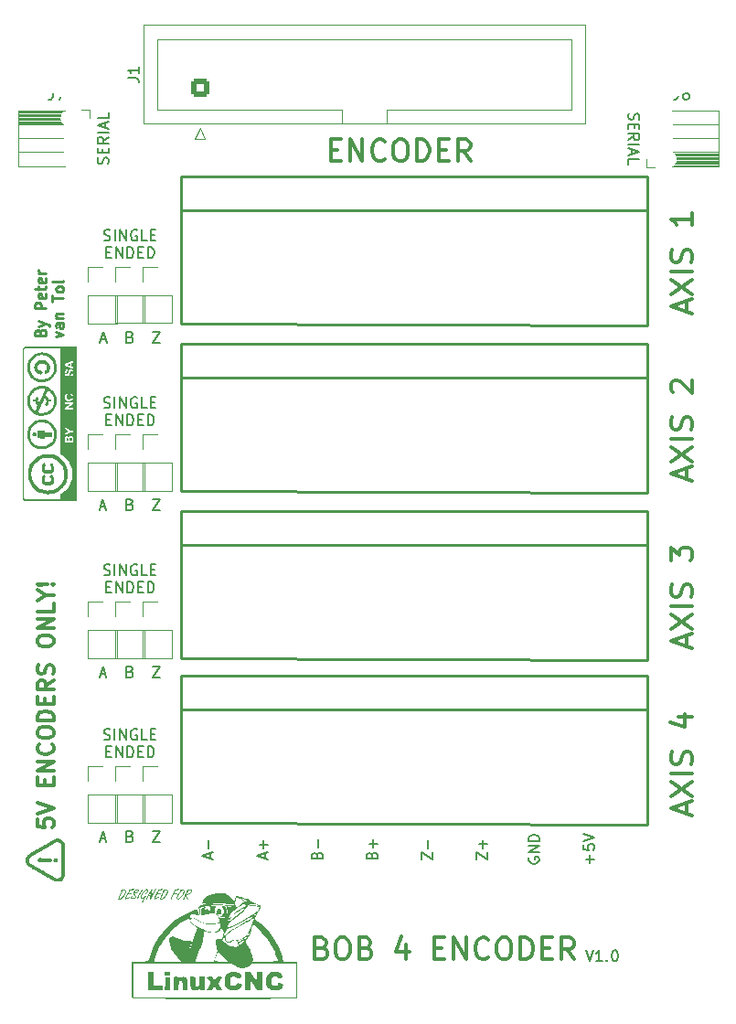
<source format=gbr>
%TF.GenerationSoftware,KiCad,Pcbnew,7.0.7*%
%TF.CreationDate,2023-11-22T16:36:34+01:00*%
%TF.ProjectId,BOB4ENCODER,424f4234-454e-4434-9f44-45522e6b6963,rev?*%
%TF.SameCoordinates,Original*%
%TF.FileFunction,Legend,Top*%
%TF.FilePolarity,Positive*%
%FSLAX46Y46*%
G04 Gerber Fmt 4.6, Leading zero omitted, Abs format (unit mm)*
G04 Created by KiCad (PCBNEW 7.0.7) date 2023-11-22 16:36:34*
%MOMM*%
%LPD*%
G01*
G04 APERTURE LIST*
G04 Aperture macros list*
%AMRoundRect*
0 Rectangle with rounded corners*
0 $1 Rounding radius*
0 $2 $3 $4 $5 $6 $7 $8 $9 X,Y pos of 4 corners*
0 Add a 4 corners polygon primitive as box body*
4,1,4,$2,$3,$4,$5,$6,$7,$8,$9,$2,$3,0*
0 Add four circle primitives for the rounded corners*
1,1,$1+$1,$2,$3*
1,1,$1+$1,$4,$5*
1,1,$1+$1,$6,$7*
1,1,$1+$1,$8,$9*
0 Add four rect primitives between the rounded corners*
20,1,$1+$1,$2,$3,$4,$5,0*
20,1,$1+$1,$4,$5,$6,$7,0*
20,1,$1+$1,$6,$7,$8,$9,0*
20,1,$1+$1,$8,$9,$2,$3,0*%
G04 Aperture macros list end*
%ADD10C,0.250000*%
%ADD11C,0.150000*%
%ADD12C,0.300000*%
%ADD13C,0.200000*%
%ADD14C,0.254000*%
%ADD15C,0.059995*%
%ADD16C,0.120000*%
%ADD17C,2.200000*%
%ADD18R,2.200000X2.200000*%
%ADD19R,1.700000X1.700000*%
%ADD20O,1.700000X1.700000*%
%ADD21R,1.000000X1.000000*%
%ADD22O,1.000000X1.000000*%
%ADD23C,0.800000*%
%ADD24C,6.400000*%
%ADD25RoundRect,0.250000X0.600000X-0.600000X0.600000X0.600000X-0.600000X0.600000X-0.600000X-0.600000X0*%
%ADD26C,1.700000*%
G04 APERTURE END LIST*
D10*
X2118009Y-29845698D02*
X2165628Y-29702841D01*
X2165628Y-29702841D02*
X2213247Y-29655222D01*
X2213247Y-29655222D02*
X2308485Y-29607603D01*
X2308485Y-29607603D02*
X2451342Y-29607603D01*
X2451342Y-29607603D02*
X2546580Y-29655222D01*
X2546580Y-29655222D02*
X2594200Y-29702841D01*
X2594200Y-29702841D02*
X2641819Y-29798079D01*
X2641819Y-29798079D02*
X2641819Y-30179031D01*
X2641819Y-30179031D02*
X1641819Y-30179031D01*
X1641819Y-30179031D02*
X1641819Y-29845698D01*
X1641819Y-29845698D02*
X1689438Y-29750460D01*
X1689438Y-29750460D02*
X1737057Y-29702841D01*
X1737057Y-29702841D02*
X1832295Y-29655222D01*
X1832295Y-29655222D02*
X1927533Y-29655222D01*
X1927533Y-29655222D02*
X2022771Y-29702841D01*
X2022771Y-29702841D02*
X2070390Y-29750460D01*
X2070390Y-29750460D02*
X2118009Y-29845698D01*
X2118009Y-29845698D02*
X2118009Y-30179031D01*
X1975152Y-29274269D02*
X2641819Y-29036174D01*
X1975152Y-28798079D02*
X2641819Y-29036174D01*
X2641819Y-29036174D02*
X2879914Y-29131412D01*
X2879914Y-29131412D02*
X2927533Y-29179031D01*
X2927533Y-29179031D02*
X2975152Y-29274269D01*
X2641819Y-27655221D02*
X1641819Y-27655221D01*
X1641819Y-27655221D02*
X1641819Y-27274269D01*
X1641819Y-27274269D02*
X1689438Y-27179031D01*
X1689438Y-27179031D02*
X1737057Y-27131412D01*
X1737057Y-27131412D02*
X1832295Y-27083793D01*
X1832295Y-27083793D02*
X1975152Y-27083793D01*
X1975152Y-27083793D02*
X2070390Y-27131412D01*
X2070390Y-27131412D02*
X2118009Y-27179031D01*
X2118009Y-27179031D02*
X2165628Y-27274269D01*
X2165628Y-27274269D02*
X2165628Y-27655221D01*
X2594200Y-26274269D02*
X2641819Y-26369507D01*
X2641819Y-26369507D02*
X2641819Y-26559983D01*
X2641819Y-26559983D02*
X2594200Y-26655221D01*
X2594200Y-26655221D02*
X2498961Y-26702840D01*
X2498961Y-26702840D02*
X2118009Y-26702840D01*
X2118009Y-26702840D02*
X2022771Y-26655221D01*
X2022771Y-26655221D02*
X1975152Y-26559983D01*
X1975152Y-26559983D02*
X1975152Y-26369507D01*
X1975152Y-26369507D02*
X2022771Y-26274269D01*
X2022771Y-26274269D02*
X2118009Y-26226650D01*
X2118009Y-26226650D02*
X2213247Y-26226650D01*
X2213247Y-26226650D02*
X2308485Y-26702840D01*
X1975152Y-25940935D02*
X1975152Y-25559983D01*
X1641819Y-25798078D02*
X2498961Y-25798078D01*
X2498961Y-25798078D02*
X2594200Y-25750459D01*
X2594200Y-25750459D02*
X2641819Y-25655221D01*
X2641819Y-25655221D02*
X2641819Y-25559983D01*
X2594200Y-24845697D02*
X2641819Y-24940935D01*
X2641819Y-24940935D02*
X2641819Y-25131411D01*
X2641819Y-25131411D02*
X2594200Y-25226649D01*
X2594200Y-25226649D02*
X2498961Y-25274268D01*
X2498961Y-25274268D02*
X2118009Y-25274268D01*
X2118009Y-25274268D02*
X2022771Y-25226649D01*
X2022771Y-25226649D02*
X1975152Y-25131411D01*
X1975152Y-25131411D02*
X1975152Y-24940935D01*
X1975152Y-24940935D02*
X2022771Y-24845697D01*
X2022771Y-24845697D02*
X2118009Y-24798078D01*
X2118009Y-24798078D02*
X2213247Y-24798078D01*
X2213247Y-24798078D02*
X2308485Y-25274268D01*
X2641819Y-24369506D02*
X1975152Y-24369506D01*
X2165628Y-24369506D02*
X2070390Y-24321887D01*
X2070390Y-24321887D02*
X2022771Y-24274268D01*
X2022771Y-24274268D02*
X1975152Y-24179030D01*
X1975152Y-24179030D02*
X1975152Y-24083792D01*
X3585152Y-30274269D02*
X4251819Y-30036174D01*
X4251819Y-30036174D02*
X3585152Y-29798079D01*
X4251819Y-28988555D02*
X3728009Y-28988555D01*
X3728009Y-28988555D02*
X3632771Y-29036174D01*
X3632771Y-29036174D02*
X3585152Y-29131412D01*
X3585152Y-29131412D02*
X3585152Y-29321888D01*
X3585152Y-29321888D02*
X3632771Y-29417126D01*
X4204200Y-28988555D02*
X4251819Y-29083793D01*
X4251819Y-29083793D02*
X4251819Y-29321888D01*
X4251819Y-29321888D02*
X4204200Y-29417126D01*
X4204200Y-29417126D02*
X4108961Y-29464745D01*
X4108961Y-29464745D02*
X4013723Y-29464745D01*
X4013723Y-29464745D02*
X3918485Y-29417126D01*
X3918485Y-29417126D02*
X3870866Y-29321888D01*
X3870866Y-29321888D02*
X3870866Y-29083793D01*
X3870866Y-29083793D02*
X3823247Y-28988555D01*
X3585152Y-28512364D02*
X4251819Y-28512364D01*
X3680390Y-28512364D02*
X3632771Y-28464745D01*
X3632771Y-28464745D02*
X3585152Y-28369507D01*
X3585152Y-28369507D02*
X3585152Y-28226650D01*
X3585152Y-28226650D02*
X3632771Y-28131412D01*
X3632771Y-28131412D02*
X3728009Y-28083793D01*
X3728009Y-28083793D02*
X4251819Y-28083793D01*
X3251819Y-26988554D02*
X3251819Y-26417126D01*
X4251819Y-26702840D02*
X3251819Y-26702840D01*
X4251819Y-25940935D02*
X4204200Y-26036173D01*
X4204200Y-26036173D02*
X4156580Y-26083792D01*
X4156580Y-26083792D02*
X4061342Y-26131411D01*
X4061342Y-26131411D02*
X3775628Y-26131411D01*
X3775628Y-26131411D02*
X3680390Y-26083792D01*
X3680390Y-26083792D02*
X3632771Y-26036173D01*
X3632771Y-26036173D02*
X3585152Y-25940935D01*
X3585152Y-25940935D02*
X3585152Y-25798078D01*
X3585152Y-25798078D02*
X3632771Y-25702840D01*
X3632771Y-25702840D02*
X3680390Y-25655221D01*
X3680390Y-25655221D02*
X3775628Y-25607602D01*
X3775628Y-25607602D02*
X4061342Y-25607602D01*
X4061342Y-25607602D02*
X4156580Y-25655221D01*
X4156580Y-25655221D02*
X4204200Y-25702840D01*
X4204200Y-25702840D02*
X4251819Y-25798078D01*
X4251819Y-25798078D02*
X4251819Y-25940935D01*
X4251819Y-25036173D02*
X4204200Y-25131411D01*
X4204200Y-25131411D02*
X4108961Y-25179030D01*
X4108961Y-25179030D02*
X3251819Y-25179030D01*
D11*
X7680904Y-30522104D02*
X8157094Y-30522104D01*
X7585666Y-30807819D02*
X7918999Y-29807819D01*
X7918999Y-29807819D02*
X8252332Y-30807819D01*
X10442809Y-30284009D02*
X10585666Y-30331628D01*
X10585666Y-30331628D02*
X10633285Y-30379247D01*
X10633285Y-30379247D02*
X10680904Y-30474485D01*
X10680904Y-30474485D02*
X10680904Y-30617342D01*
X10680904Y-30617342D02*
X10633285Y-30712580D01*
X10633285Y-30712580D02*
X10585666Y-30760200D01*
X10585666Y-30760200D02*
X10490428Y-30807819D01*
X10490428Y-30807819D02*
X10109476Y-30807819D01*
X10109476Y-30807819D02*
X10109476Y-29807819D01*
X10109476Y-29807819D02*
X10442809Y-29807819D01*
X10442809Y-29807819D02*
X10538047Y-29855438D01*
X10538047Y-29855438D02*
X10585666Y-29903057D01*
X10585666Y-29903057D02*
X10633285Y-29998295D01*
X10633285Y-29998295D02*
X10633285Y-30093533D01*
X10633285Y-30093533D02*
X10585666Y-30188771D01*
X10585666Y-30188771D02*
X10538047Y-30236390D01*
X10538047Y-30236390D02*
X10442809Y-30284009D01*
X10442809Y-30284009D02*
X10109476Y-30284009D01*
X12538048Y-29807819D02*
X13204714Y-29807819D01*
X13204714Y-29807819D02*
X12538048Y-30807819D01*
X12538048Y-30807819D02*
X13204714Y-30807819D01*
D12*
X61933209Y-27939428D02*
X61933209Y-26987047D01*
X62504638Y-28129904D02*
X60504638Y-27463238D01*
X60504638Y-27463238D02*
X62504638Y-26796571D01*
X60504638Y-26320380D02*
X62504638Y-24987047D01*
X60504638Y-24987047D02*
X62504638Y-26320380D01*
X62504638Y-24225142D02*
X60504638Y-24225142D01*
X62409400Y-23367999D02*
X62504638Y-23082285D01*
X62504638Y-23082285D02*
X62504638Y-22606094D01*
X62504638Y-22606094D02*
X62409400Y-22415618D01*
X62409400Y-22415618D02*
X62314161Y-22320380D01*
X62314161Y-22320380D02*
X62123685Y-22225142D01*
X62123685Y-22225142D02*
X61933209Y-22225142D01*
X61933209Y-22225142D02*
X61742733Y-22320380D01*
X61742733Y-22320380D02*
X61647495Y-22415618D01*
X61647495Y-22415618D02*
X61552257Y-22606094D01*
X61552257Y-22606094D02*
X61457019Y-22987047D01*
X61457019Y-22987047D02*
X61361780Y-23177523D01*
X61361780Y-23177523D02*
X61266542Y-23272761D01*
X61266542Y-23272761D02*
X61076066Y-23367999D01*
X61076066Y-23367999D02*
X60885590Y-23367999D01*
X60885590Y-23367999D02*
X60695114Y-23272761D01*
X60695114Y-23272761D02*
X60599876Y-23177523D01*
X60599876Y-23177523D02*
X60504638Y-22987047D01*
X60504638Y-22987047D02*
X60504638Y-22510856D01*
X60504638Y-22510856D02*
X60599876Y-22225142D01*
X62504638Y-18796570D02*
X62504638Y-19939427D01*
X62504638Y-19367999D02*
X60504638Y-19367999D01*
X60504638Y-19367999D02*
X60790352Y-19558475D01*
X60790352Y-19558475D02*
X60980828Y-19748951D01*
X60980828Y-19748951D02*
X61076066Y-19939427D01*
D11*
X52644922Y-87084819D02*
X52978255Y-88084819D01*
X52978255Y-88084819D02*
X53311588Y-87084819D01*
X54168731Y-88084819D02*
X53597303Y-88084819D01*
X53883017Y-88084819D02*
X53883017Y-87084819D01*
X53883017Y-87084819D02*
X53787779Y-87227676D01*
X53787779Y-87227676D02*
X53692541Y-87322914D01*
X53692541Y-87322914D02*
X53597303Y-87370533D01*
X54597303Y-87989580D02*
X54644922Y-88037200D01*
X54644922Y-88037200D02*
X54597303Y-88084819D01*
X54597303Y-88084819D02*
X54549684Y-88037200D01*
X54549684Y-88037200D02*
X54597303Y-87989580D01*
X54597303Y-87989580D02*
X54597303Y-88084819D01*
X55263969Y-87084819D02*
X55359207Y-87084819D01*
X55359207Y-87084819D02*
X55454445Y-87132438D01*
X55454445Y-87132438D02*
X55502064Y-87180057D01*
X55502064Y-87180057D02*
X55549683Y-87275295D01*
X55549683Y-87275295D02*
X55597302Y-87465771D01*
X55597302Y-87465771D02*
X55597302Y-87703866D01*
X55597302Y-87703866D02*
X55549683Y-87894342D01*
X55549683Y-87894342D02*
X55502064Y-87989580D01*
X55502064Y-87989580D02*
X55454445Y-88037200D01*
X55454445Y-88037200D02*
X55359207Y-88084819D01*
X55359207Y-88084819D02*
X55263969Y-88084819D01*
X55263969Y-88084819D02*
X55168731Y-88037200D01*
X55168731Y-88037200D02*
X55121112Y-87989580D01*
X55121112Y-87989580D02*
X55073493Y-87894342D01*
X55073493Y-87894342D02*
X55025874Y-87703866D01*
X55025874Y-87703866D02*
X55025874Y-87465771D01*
X55025874Y-87465771D02*
X55073493Y-87275295D01*
X55073493Y-87275295D02*
X55121112Y-87180057D01*
X55121112Y-87180057D02*
X55168731Y-87132438D01*
X55168731Y-87132438D02*
X55263969Y-87084819D01*
X8382800Y-14247523D02*
X8430419Y-14104666D01*
X8430419Y-14104666D02*
X8430419Y-13866571D01*
X8430419Y-13866571D02*
X8382800Y-13771333D01*
X8382800Y-13771333D02*
X8335180Y-13723714D01*
X8335180Y-13723714D02*
X8239942Y-13676095D01*
X8239942Y-13676095D02*
X8144704Y-13676095D01*
X8144704Y-13676095D02*
X8049466Y-13723714D01*
X8049466Y-13723714D02*
X8001847Y-13771333D01*
X8001847Y-13771333D02*
X7954228Y-13866571D01*
X7954228Y-13866571D02*
X7906609Y-14057047D01*
X7906609Y-14057047D02*
X7858990Y-14152285D01*
X7858990Y-14152285D02*
X7811371Y-14199904D01*
X7811371Y-14199904D02*
X7716133Y-14247523D01*
X7716133Y-14247523D02*
X7620895Y-14247523D01*
X7620895Y-14247523D02*
X7525657Y-14199904D01*
X7525657Y-14199904D02*
X7478038Y-14152285D01*
X7478038Y-14152285D02*
X7430419Y-14057047D01*
X7430419Y-14057047D02*
X7430419Y-13818952D01*
X7430419Y-13818952D02*
X7478038Y-13676095D01*
X7906609Y-13247523D02*
X7906609Y-12914190D01*
X8430419Y-12771333D02*
X8430419Y-13247523D01*
X8430419Y-13247523D02*
X7430419Y-13247523D01*
X7430419Y-13247523D02*
X7430419Y-12771333D01*
X8430419Y-11771333D02*
X7954228Y-12104666D01*
X8430419Y-12342761D02*
X7430419Y-12342761D01*
X7430419Y-12342761D02*
X7430419Y-11961809D01*
X7430419Y-11961809D02*
X7478038Y-11866571D01*
X7478038Y-11866571D02*
X7525657Y-11818952D01*
X7525657Y-11818952D02*
X7620895Y-11771333D01*
X7620895Y-11771333D02*
X7763752Y-11771333D01*
X7763752Y-11771333D02*
X7858990Y-11818952D01*
X7858990Y-11818952D02*
X7906609Y-11866571D01*
X7906609Y-11866571D02*
X7954228Y-11961809D01*
X7954228Y-11961809D02*
X7954228Y-12342761D01*
X8430419Y-11342761D02*
X7430419Y-11342761D01*
X8144704Y-10914190D02*
X8144704Y-10438000D01*
X8430419Y-11009428D02*
X7430419Y-10676095D01*
X7430419Y-10676095D02*
X8430419Y-10342762D01*
X8430419Y-9533238D02*
X8430419Y-10009428D01*
X8430419Y-10009428D02*
X7430419Y-10009428D01*
X8009238Y-67547200D02*
X8152095Y-67594819D01*
X8152095Y-67594819D02*
X8390190Y-67594819D01*
X8390190Y-67594819D02*
X8485428Y-67547200D01*
X8485428Y-67547200D02*
X8533047Y-67499580D01*
X8533047Y-67499580D02*
X8580666Y-67404342D01*
X8580666Y-67404342D02*
X8580666Y-67309104D01*
X8580666Y-67309104D02*
X8533047Y-67213866D01*
X8533047Y-67213866D02*
X8485428Y-67166247D01*
X8485428Y-67166247D02*
X8390190Y-67118628D01*
X8390190Y-67118628D02*
X8199714Y-67071009D01*
X8199714Y-67071009D02*
X8104476Y-67023390D01*
X8104476Y-67023390D02*
X8056857Y-66975771D01*
X8056857Y-66975771D02*
X8009238Y-66880533D01*
X8009238Y-66880533D02*
X8009238Y-66785295D01*
X8009238Y-66785295D02*
X8056857Y-66690057D01*
X8056857Y-66690057D02*
X8104476Y-66642438D01*
X8104476Y-66642438D02*
X8199714Y-66594819D01*
X8199714Y-66594819D02*
X8437809Y-66594819D01*
X8437809Y-66594819D02*
X8580666Y-66642438D01*
X9009238Y-67594819D02*
X9009238Y-66594819D01*
X9485428Y-67594819D02*
X9485428Y-66594819D01*
X9485428Y-66594819D02*
X10056856Y-67594819D01*
X10056856Y-67594819D02*
X10056856Y-66594819D01*
X11056856Y-66642438D02*
X10961618Y-66594819D01*
X10961618Y-66594819D02*
X10818761Y-66594819D01*
X10818761Y-66594819D02*
X10675904Y-66642438D01*
X10675904Y-66642438D02*
X10580666Y-66737676D01*
X10580666Y-66737676D02*
X10533047Y-66832914D01*
X10533047Y-66832914D02*
X10485428Y-67023390D01*
X10485428Y-67023390D02*
X10485428Y-67166247D01*
X10485428Y-67166247D02*
X10533047Y-67356723D01*
X10533047Y-67356723D02*
X10580666Y-67451961D01*
X10580666Y-67451961D02*
X10675904Y-67547200D01*
X10675904Y-67547200D02*
X10818761Y-67594819D01*
X10818761Y-67594819D02*
X10913999Y-67594819D01*
X10913999Y-67594819D02*
X11056856Y-67547200D01*
X11056856Y-67547200D02*
X11104475Y-67499580D01*
X11104475Y-67499580D02*
X11104475Y-67166247D01*
X11104475Y-67166247D02*
X10913999Y-67166247D01*
X12009237Y-67594819D02*
X11533047Y-67594819D01*
X11533047Y-67594819D02*
X11533047Y-66594819D01*
X12342571Y-67071009D02*
X12675904Y-67071009D01*
X12818761Y-67594819D02*
X12342571Y-67594819D01*
X12342571Y-67594819D02*
X12342571Y-66594819D01*
X12342571Y-66594819D02*
X12818761Y-66594819D01*
X8223524Y-68681009D02*
X8556857Y-68681009D01*
X8699714Y-69204819D02*
X8223524Y-69204819D01*
X8223524Y-69204819D02*
X8223524Y-68204819D01*
X8223524Y-68204819D02*
X8699714Y-68204819D01*
X9128286Y-69204819D02*
X9128286Y-68204819D01*
X9128286Y-68204819D02*
X9699714Y-69204819D01*
X9699714Y-69204819D02*
X9699714Y-68204819D01*
X10175905Y-69204819D02*
X10175905Y-68204819D01*
X10175905Y-68204819D02*
X10414000Y-68204819D01*
X10414000Y-68204819D02*
X10556857Y-68252438D01*
X10556857Y-68252438D02*
X10652095Y-68347676D01*
X10652095Y-68347676D02*
X10699714Y-68442914D01*
X10699714Y-68442914D02*
X10747333Y-68633390D01*
X10747333Y-68633390D02*
X10747333Y-68776247D01*
X10747333Y-68776247D02*
X10699714Y-68966723D01*
X10699714Y-68966723D02*
X10652095Y-69061961D01*
X10652095Y-69061961D02*
X10556857Y-69157200D01*
X10556857Y-69157200D02*
X10414000Y-69204819D01*
X10414000Y-69204819D02*
X10175905Y-69204819D01*
X11175905Y-68681009D02*
X11509238Y-68681009D01*
X11652095Y-69204819D02*
X11175905Y-69204819D01*
X11175905Y-69204819D02*
X11175905Y-68204819D01*
X11175905Y-68204819D02*
X11652095Y-68204819D01*
X12080667Y-69204819D02*
X12080667Y-68204819D01*
X12080667Y-68204819D02*
X12318762Y-68204819D01*
X12318762Y-68204819D02*
X12461619Y-68252438D01*
X12461619Y-68252438D02*
X12556857Y-68347676D01*
X12556857Y-68347676D02*
X12604476Y-68442914D01*
X12604476Y-68442914D02*
X12652095Y-68633390D01*
X12652095Y-68633390D02*
X12652095Y-68776247D01*
X12652095Y-68776247D02*
X12604476Y-68966723D01*
X12604476Y-68966723D02*
X12556857Y-69061961D01*
X12556857Y-69061961D02*
X12461619Y-69157200D01*
X12461619Y-69157200D02*
X12318762Y-69204819D01*
X12318762Y-69204819D02*
X12080667Y-69204819D01*
X37427819Y-78676380D02*
X37427819Y-78009714D01*
X37427819Y-78009714D02*
X38427819Y-78676380D01*
X38427819Y-78676380D02*
X38427819Y-78009714D01*
X38046866Y-77628761D02*
X38046866Y-76866857D01*
X8014238Y-21319200D02*
X8157095Y-21366819D01*
X8157095Y-21366819D02*
X8395190Y-21366819D01*
X8395190Y-21366819D02*
X8490428Y-21319200D01*
X8490428Y-21319200D02*
X8538047Y-21271580D01*
X8538047Y-21271580D02*
X8585666Y-21176342D01*
X8585666Y-21176342D02*
X8585666Y-21081104D01*
X8585666Y-21081104D02*
X8538047Y-20985866D01*
X8538047Y-20985866D02*
X8490428Y-20938247D01*
X8490428Y-20938247D02*
X8395190Y-20890628D01*
X8395190Y-20890628D02*
X8204714Y-20843009D01*
X8204714Y-20843009D02*
X8109476Y-20795390D01*
X8109476Y-20795390D02*
X8061857Y-20747771D01*
X8061857Y-20747771D02*
X8014238Y-20652533D01*
X8014238Y-20652533D02*
X8014238Y-20557295D01*
X8014238Y-20557295D02*
X8061857Y-20462057D01*
X8061857Y-20462057D02*
X8109476Y-20414438D01*
X8109476Y-20414438D02*
X8204714Y-20366819D01*
X8204714Y-20366819D02*
X8442809Y-20366819D01*
X8442809Y-20366819D02*
X8585666Y-20414438D01*
X9014238Y-21366819D02*
X9014238Y-20366819D01*
X9490428Y-21366819D02*
X9490428Y-20366819D01*
X9490428Y-20366819D02*
X10061856Y-21366819D01*
X10061856Y-21366819D02*
X10061856Y-20366819D01*
X11061856Y-20414438D02*
X10966618Y-20366819D01*
X10966618Y-20366819D02*
X10823761Y-20366819D01*
X10823761Y-20366819D02*
X10680904Y-20414438D01*
X10680904Y-20414438D02*
X10585666Y-20509676D01*
X10585666Y-20509676D02*
X10538047Y-20604914D01*
X10538047Y-20604914D02*
X10490428Y-20795390D01*
X10490428Y-20795390D02*
X10490428Y-20938247D01*
X10490428Y-20938247D02*
X10538047Y-21128723D01*
X10538047Y-21128723D02*
X10585666Y-21223961D01*
X10585666Y-21223961D02*
X10680904Y-21319200D01*
X10680904Y-21319200D02*
X10823761Y-21366819D01*
X10823761Y-21366819D02*
X10918999Y-21366819D01*
X10918999Y-21366819D02*
X11061856Y-21319200D01*
X11061856Y-21319200D02*
X11109475Y-21271580D01*
X11109475Y-21271580D02*
X11109475Y-20938247D01*
X11109475Y-20938247D02*
X10918999Y-20938247D01*
X12014237Y-21366819D02*
X11538047Y-21366819D01*
X11538047Y-21366819D02*
X11538047Y-20366819D01*
X12347571Y-20843009D02*
X12680904Y-20843009D01*
X12823761Y-21366819D02*
X12347571Y-21366819D01*
X12347571Y-21366819D02*
X12347571Y-20366819D01*
X12347571Y-20366819D02*
X12823761Y-20366819D01*
X8228524Y-22453009D02*
X8561857Y-22453009D01*
X8704714Y-22976819D02*
X8228524Y-22976819D01*
X8228524Y-22976819D02*
X8228524Y-21976819D01*
X8228524Y-21976819D02*
X8704714Y-21976819D01*
X9133286Y-22976819D02*
X9133286Y-21976819D01*
X9133286Y-21976819D02*
X9704714Y-22976819D01*
X9704714Y-22976819D02*
X9704714Y-21976819D01*
X10180905Y-22976819D02*
X10180905Y-21976819D01*
X10180905Y-21976819D02*
X10419000Y-21976819D01*
X10419000Y-21976819D02*
X10561857Y-22024438D01*
X10561857Y-22024438D02*
X10657095Y-22119676D01*
X10657095Y-22119676D02*
X10704714Y-22214914D01*
X10704714Y-22214914D02*
X10752333Y-22405390D01*
X10752333Y-22405390D02*
X10752333Y-22548247D01*
X10752333Y-22548247D02*
X10704714Y-22738723D01*
X10704714Y-22738723D02*
X10657095Y-22833961D01*
X10657095Y-22833961D02*
X10561857Y-22929200D01*
X10561857Y-22929200D02*
X10419000Y-22976819D01*
X10419000Y-22976819D02*
X10180905Y-22976819D01*
X11180905Y-22453009D02*
X11514238Y-22453009D01*
X11657095Y-22976819D02*
X11180905Y-22976819D01*
X11180905Y-22976819D02*
X11180905Y-21976819D01*
X11180905Y-21976819D02*
X11657095Y-21976819D01*
X12085667Y-22976819D02*
X12085667Y-21976819D01*
X12085667Y-21976819D02*
X12323762Y-21976819D01*
X12323762Y-21976819D02*
X12466619Y-22024438D01*
X12466619Y-22024438D02*
X12561857Y-22119676D01*
X12561857Y-22119676D02*
X12609476Y-22214914D01*
X12609476Y-22214914D02*
X12657095Y-22405390D01*
X12657095Y-22405390D02*
X12657095Y-22548247D01*
X12657095Y-22548247D02*
X12609476Y-22738723D01*
X12609476Y-22738723D02*
X12561857Y-22833961D01*
X12561857Y-22833961D02*
X12466619Y-22929200D01*
X12466619Y-22929200D02*
X12323762Y-22976819D01*
X12323762Y-22976819D02*
X12085667Y-22976819D01*
D12*
X1856828Y-74931203D02*
X1856828Y-75645489D01*
X1856828Y-75645489D02*
X2571114Y-75716917D01*
X2571114Y-75716917D02*
X2499685Y-75645489D01*
X2499685Y-75645489D02*
X2428257Y-75502632D01*
X2428257Y-75502632D02*
X2428257Y-75145489D01*
X2428257Y-75145489D02*
X2499685Y-75002632D01*
X2499685Y-75002632D02*
X2571114Y-74931203D01*
X2571114Y-74931203D02*
X2713971Y-74859774D01*
X2713971Y-74859774D02*
X3071114Y-74859774D01*
X3071114Y-74859774D02*
X3213971Y-74931203D01*
X3213971Y-74931203D02*
X3285400Y-75002632D01*
X3285400Y-75002632D02*
X3356828Y-75145489D01*
X3356828Y-75145489D02*
X3356828Y-75502632D01*
X3356828Y-75502632D02*
X3285400Y-75645489D01*
X3285400Y-75645489D02*
X3213971Y-75716917D01*
X1856828Y-74431203D02*
X3356828Y-73931203D01*
X3356828Y-73931203D02*
X1856828Y-73431203D01*
X2571114Y-71788347D02*
X2571114Y-71288347D01*
X3356828Y-71074061D02*
X3356828Y-71788347D01*
X3356828Y-71788347D02*
X1856828Y-71788347D01*
X1856828Y-71788347D02*
X1856828Y-71074061D01*
X3356828Y-70431204D02*
X1856828Y-70431204D01*
X1856828Y-70431204D02*
X3356828Y-69574061D01*
X3356828Y-69574061D02*
X1856828Y-69574061D01*
X3213971Y-68002632D02*
X3285400Y-68074060D01*
X3285400Y-68074060D02*
X3356828Y-68288346D01*
X3356828Y-68288346D02*
X3356828Y-68431203D01*
X3356828Y-68431203D02*
X3285400Y-68645489D01*
X3285400Y-68645489D02*
X3142542Y-68788346D01*
X3142542Y-68788346D02*
X2999685Y-68859775D01*
X2999685Y-68859775D02*
X2713971Y-68931203D01*
X2713971Y-68931203D02*
X2499685Y-68931203D01*
X2499685Y-68931203D02*
X2213971Y-68859775D01*
X2213971Y-68859775D02*
X2071114Y-68788346D01*
X2071114Y-68788346D02*
X1928257Y-68645489D01*
X1928257Y-68645489D02*
X1856828Y-68431203D01*
X1856828Y-68431203D02*
X1856828Y-68288346D01*
X1856828Y-68288346D02*
X1928257Y-68074060D01*
X1928257Y-68074060D02*
X1999685Y-68002632D01*
X1856828Y-67074060D02*
X1856828Y-66788346D01*
X1856828Y-66788346D02*
X1928257Y-66645489D01*
X1928257Y-66645489D02*
X2071114Y-66502632D01*
X2071114Y-66502632D02*
X2356828Y-66431203D01*
X2356828Y-66431203D02*
X2856828Y-66431203D01*
X2856828Y-66431203D02*
X3142542Y-66502632D01*
X3142542Y-66502632D02*
X3285400Y-66645489D01*
X3285400Y-66645489D02*
X3356828Y-66788346D01*
X3356828Y-66788346D02*
X3356828Y-67074060D01*
X3356828Y-67074060D02*
X3285400Y-67216918D01*
X3285400Y-67216918D02*
X3142542Y-67359775D01*
X3142542Y-67359775D02*
X2856828Y-67431203D01*
X2856828Y-67431203D02*
X2356828Y-67431203D01*
X2356828Y-67431203D02*
X2071114Y-67359775D01*
X2071114Y-67359775D02*
X1928257Y-67216918D01*
X1928257Y-67216918D02*
X1856828Y-67074060D01*
X3356828Y-65788346D02*
X1856828Y-65788346D01*
X1856828Y-65788346D02*
X1856828Y-65431203D01*
X1856828Y-65431203D02*
X1928257Y-65216917D01*
X1928257Y-65216917D02*
X2071114Y-65074060D01*
X2071114Y-65074060D02*
X2213971Y-65002631D01*
X2213971Y-65002631D02*
X2499685Y-64931203D01*
X2499685Y-64931203D02*
X2713971Y-64931203D01*
X2713971Y-64931203D02*
X2999685Y-65002631D01*
X2999685Y-65002631D02*
X3142542Y-65074060D01*
X3142542Y-65074060D02*
X3285400Y-65216917D01*
X3285400Y-65216917D02*
X3356828Y-65431203D01*
X3356828Y-65431203D02*
X3356828Y-65788346D01*
X2571114Y-64288346D02*
X2571114Y-63788346D01*
X3356828Y-63574060D02*
X3356828Y-64288346D01*
X3356828Y-64288346D02*
X1856828Y-64288346D01*
X1856828Y-64288346D02*
X1856828Y-63574060D01*
X3356828Y-62074060D02*
X2642542Y-62574060D01*
X3356828Y-62931203D02*
X1856828Y-62931203D01*
X1856828Y-62931203D02*
X1856828Y-62359774D01*
X1856828Y-62359774D02*
X1928257Y-62216917D01*
X1928257Y-62216917D02*
X1999685Y-62145488D01*
X1999685Y-62145488D02*
X2142542Y-62074060D01*
X2142542Y-62074060D02*
X2356828Y-62074060D01*
X2356828Y-62074060D02*
X2499685Y-62145488D01*
X2499685Y-62145488D02*
X2571114Y-62216917D01*
X2571114Y-62216917D02*
X2642542Y-62359774D01*
X2642542Y-62359774D02*
X2642542Y-62931203D01*
X3285400Y-61502631D02*
X3356828Y-61288346D01*
X3356828Y-61288346D02*
X3356828Y-60931203D01*
X3356828Y-60931203D02*
X3285400Y-60788346D01*
X3285400Y-60788346D02*
X3213971Y-60716917D01*
X3213971Y-60716917D02*
X3071114Y-60645488D01*
X3071114Y-60645488D02*
X2928257Y-60645488D01*
X2928257Y-60645488D02*
X2785400Y-60716917D01*
X2785400Y-60716917D02*
X2713971Y-60788346D01*
X2713971Y-60788346D02*
X2642542Y-60931203D01*
X2642542Y-60931203D02*
X2571114Y-61216917D01*
X2571114Y-61216917D02*
X2499685Y-61359774D01*
X2499685Y-61359774D02*
X2428257Y-61431203D01*
X2428257Y-61431203D02*
X2285400Y-61502631D01*
X2285400Y-61502631D02*
X2142542Y-61502631D01*
X2142542Y-61502631D02*
X1999685Y-61431203D01*
X1999685Y-61431203D02*
X1928257Y-61359774D01*
X1928257Y-61359774D02*
X1856828Y-61216917D01*
X1856828Y-61216917D02*
X1856828Y-60859774D01*
X1856828Y-60859774D02*
X1928257Y-60645488D01*
X1856828Y-58574060D02*
X1856828Y-58288346D01*
X1856828Y-58288346D02*
X1928257Y-58145489D01*
X1928257Y-58145489D02*
X2071114Y-58002632D01*
X2071114Y-58002632D02*
X2356828Y-57931203D01*
X2356828Y-57931203D02*
X2856828Y-57931203D01*
X2856828Y-57931203D02*
X3142542Y-58002632D01*
X3142542Y-58002632D02*
X3285400Y-58145489D01*
X3285400Y-58145489D02*
X3356828Y-58288346D01*
X3356828Y-58288346D02*
X3356828Y-58574060D01*
X3356828Y-58574060D02*
X3285400Y-58716918D01*
X3285400Y-58716918D02*
X3142542Y-58859775D01*
X3142542Y-58859775D02*
X2856828Y-58931203D01*
X2856828Y-58931203D02*
X2356828Y-58931203D01*
X2356828Y-58931203D02*
X2071114Y-58859775D01*
X2071114Y-58859775D02*
X1928257Y-58716918D01*
X1928257Y-58716918D02*
X1856828Y-58574060D01*
X3356828Y-57288346D02*
X1856828Y-57288346D01*
X1856828Y-57288346D02*
X3356828Y-56431203D01*
X3356828Y-56431203D02*
X1856828Y-56431203D01*
X3356828Y-55002631D02*
X3356828Y-55716917D01*
X3356828Y-55716917D02*
X1856828Y-55716917D01*
X2642542Y-54216916D02*
X3356828Y-54216916D01*
X1856828Y-54716916D02*
X2642542Y-54216916D01*
X2642542Y-54216916D02*
X1856828Y-53716916D01*
X3213971Y-53216917D02*
X3285400Y-53145488D01*
X3285400Y-53145488D02*
X3356828Y-53216917D01*
X3356828Y-53216917D02*
X3285400Y-53288345D01*
X3285400Y-53288345D02*
X3213971Y-53216917D01*
X3213971Y-53216917D02*
X3356828Y-53216917D01*
X2785400Y-53216917D02*
X1928257Y-53288345D01*
X1928257Y-53288345D02*
X1856828Y-53216917D01*
X1856828Y-53216917D02*
X1928257Y-53145488D01*
X1928257Y-53145488D02*
X2785400Y-53216917D01*
X2785400Y-53216917D02*
X1856828Y-53216917D01*
X61933209Y-58927428D02*
X61933209Y-57975047D01*
X62504638Y-59117904D02*
X60504638Y-58451238D01*
X60504638Y-58451238D02*
X62504638Y-57784571D01*
X60504638Y-57308380D02*
X62504638Y-55975047D01*
X60504638Y-55975047D02*
X62504638Y-57308380D01*
X62504638Y-55213142D02*
X60504638Y-55213142D01*
X62409400Y-54355999D02*
X62504638Y-54070285D01*
X62504638Y-54070285D02*
X62504638Y-53594094D01*
X62504638Y-53594094D02*
X62409400Y-53403618D01*
X62409400Y-53403618D02*
X62314161Y-53308380D01*
X62314161Y-53308380D02*
X62123685Y-53213142D01*
X62123685Y-53213142D02*
X61933209Y-53213142D01*
X61933209Y-53213142D02*
X61742733Y-53308380D01*
X61742733Y-53308380D02*
X61647495Y-53403618D01*
X61647495Y-53403618D02*
X61552257Y-53594094D01*
X61552257Y-53594094D02*
X61457019Y-53975047D01*
X61457019Y-53975047D02*
X61361780Y-54165523D01*
X61361780Y-54165523D02*
X61266542Y-54260761D01*
X61266542Y-54260761D02*
X61076066Y-54355999D01*
X61076066Y-54355999D02*
X60885590Y-54355999D01*
X60885590Y-54355999D02*
X60695114Y-54260761D01*
X60695114Y-54260761D02*
X60599876Y-54165523D01*
X60599876Y-54165523D02*
X60504638Y-53975047D01*
X60504638Y-53975047D02*
X60504638Y-53498856D01*
X60504638Y-53498856D02*
X60599876Y-53213142D01*
X60504638Y-51022665D02*
X60504638Y-49784570D01*
X60504638Y-49784570D02*
X61266542Y-50451237D01*
X61266542Y-50451237D02*
X61266542Y-50165522D01*
X61266542Y-50165522D02*
X61361780Y-49975046D01*
X61361780Y-49975046D02*
X61457019Y-49879808D01*
X61457019Y-49879808D02*
X61647495Y-49784570D01*
X61647495Y-49784570D02*
X62123685Y-49784570D01*
X62123685Y-49784570D02*
X62314161Y-49879808D01*
X62314161Y-49879808D02*
X62409400Y-49975046D01*
X62409400Y-49975046D02*
X62504638Y-50165522D01*
X62504638Y-50165522D02*
X62504638Y-50736951D01*
X62504638Y-50736951D02*
X62409400Y-50927427D01*
X62409400Y-50927427D02*
X62314161Y-51022665D01*
X61933209Y-43433428D02*
X61933209Y-42481047D01*
X62504638Y-43623904D02*
X60504638Y-42957238D01*
X60504638Y-42957238D02*
X62504638Y-42290571D01*
X60504638Y-41814380D02*
X62504638Y-40481047D01*
X60504638Y-40481047D02*
X62504638Y-41814380D01*
X62504638Y-39719142D02*
X60504638Y-39719142D01*
X62409400Y-38861999D02*
X62504638Y-38576285D01*
X62504638Y-38576285D02*
X62504638Y-38100094D01*
X62504638Y-38100094D02*
X62409400Y-37909618D01*
X62409400Y-37909618D02*
X62314161Y-37814380D01*
X62314161Y-37814380D02*
X62123685Y-37719142D01*
X62123685Y-37719142D02*
X61933209Y-37719142D01*
X61933209Y-37719142D02*
X61742733Y-37814380D01*
X61742733Y-37814380D02*
X61647495Y-37909618D01*
X61647495Y-37909618D02*
X61552257Y-38100094D01*
X61552257Y-38100094D02*
X61457019Y-38481047D01*
X61457019Y-38481047D02*
X61361780Y-38671523D01*
X61361780Y-38671523D02*
X61266542Y-38766761D01*
X61266542Y-38766761D02*
X61076066Y-38861999D01*
X61076066Y-38861999D02*
X60885590Y-38861999D01*
X60885590Y-38861999D02*
X60695114Y-38766761D01*
X60695114Y-38766761D02*
X60599876Y-38671523D01*
X60599876Y-38671523D02*
X60504638Y-38481047D01*
X60504638Y-38481047D02*
X60504638Y-38004856D01*
X60504638Y-38004856D02*
X60599876Y-37719142D01*
X60695114Y-35433427D02*
X60599876Y-35338189D01*
X60599876Y-35338189D02*
X60504638Y-35147713D01*
X60504638Y-35147713D02*
X60504638Y-34671522D01*
X60504638Y-34671522D02*
X60599876Y-34481046D01*
X60599876Y-34481046D02*
X60695114Y-34385808D01*
X60695114Y-34385808D02*
X60885590Y-34290570D01*
X60885590Y-34290570D02*
X61076066Y-34290570D01*
X61076066Y-34290570D02*
X61361780Y-34385808D01*
X61361780Y-34385808D02*
X62504638Y-35528665D01*
X62504638Y-35528665D02*
X62504638Y-34290570D01*
D11*
X17822104Y-78581142D02*
X17822104Y-78104952D01*
X18107819Y-78676380D02*
X17107819Y-78343047D01*
X17107819Y-78343047D02*
X18107819Y-78009714D01*
X17726866Y-77676380D02*
X17726866Y-76914476D01*
X56641200Y-9577676D02*
X56593580Y-9720533D01*
X56593580Y-9720533D02*
X56593580Y-9958628D01*
X56593580Y-9958628D02*
X56641200Y-10053866D01*
X56641200Y-10053866D02*
X56688819Y-10101485D01*
X56688819Y-10101485D02*
X56784057Y-10149104D01*
X56784057Y-10149104D02*
X56879295Y-10149104D01*
X56879295Y-10149104D02*
X56974533Y-10101485D01*
X56974533Y-10101485D02*
X57022152Y-10053866D01*
X57022152Y-10053866D02*
X57069771Y-9958628D01*
X57069771Y-9958628D02*
X57117390Y-9768152D01*
X57117390Y-9768152D02*
X57165009Y-9672914D01*
X57165009Y-9672914D02*
X57212628Y-9625295D01*
X57212628Y-9625295D02*
X57307866Y-9577676D01*
X57307866Y-9577676D02*
X57403104Y-9577676D01*
X57403104Y-9577676D02*
X57498342Y-9625295D01*
X57498342Y-9625295D02*
X57545961Y-9672914D01*
X57545961Y-9672914D02*
X57593580Y-9768152D01*
X57593580Y-9768152D02*
X57593580Y-10006247D01*
X57593580Y-10006247D02*
X57545961Y-10149104D01*
X57117390Y-10577676D02*
X57117390Y-10911009D01*
X56593580Y-11053866D02*
X56593580Y-10577676D01*
X56593580Y-10577676D02*
X57593580Y-10577676D01*
X57593580Y-10577676D02*
X57593580Y-11053866D01*
X56593580Y-12053866D02*
X57069771Y-11720533D01*
X56593580Y-11482438D02*
X57593580Y-11482438D01*
X57593580Y-11482438D02*
X57593580Y-11863390D01*
X57593580Y-11863390D02*
X57545961Y-11958628D01*
X57545961Y-11958628D02*
X57498342Y-12006247D01*
X57498342Y-12006247D02*
X57403104Y-12053866D01*
X57403104Y-12053866D02*
X57260247Y-12053866D01*
X57260247Y-12053866D02*
X57165009Y-12006247D01*
X57165009Y-12006247D02*
X57117390Y-11958628D01*
X57117390Y-11958628D02*
X57069771Y-11863390D01*
X57069771Y-11863390D02*
X57069771Y-11482438D01*
X56593580Y-12482438D02*
X57593580Y-12482438D01*
X56879295Y-12911009D02*
X56879295Y-13387199D01*
X56593580Y-12815771D02*
X57593580Y-13149104D01*
X57593580Y-13149104D02*
X56593580Y-13482437D01*
X56593580Y-14291961D02*
X56593580Y-13815771D01*
X56593580Y-13815771D02*
X57593580Y-13815771D01*
D12*
X29004428Y-12943019D02*
X29671095Y-12943019D01*
X29956809Y-13990638D02*
X29004428Y-13990638D01*
X29004428Y-13990638D02*
X29004428Y-11990638D01*
X29004428Y-11990638D02*
X29956809Y-11990638D01*
X30813952Y-13990638D02*
X30813952Y-11990638D01*
X30813952Y-11990638D02*
X31956809Y-13990638D01*
X31956809Y-13990638D02*
X31956809Y-11990638D01*
X34052047Y-13800161D02*
X33956809Y-13895400D01*
X33956809Y-13895400D02*
X33671095Y-13990638D01*
X33671095Y-13990638D02*
X33480619Y-13990638D01*
X33480619Y-13990638D02*
X33194904Y-13895400D01*
X33194904Y-13895400D02*
X33004428Y-13704923D01*
X33004428Y-13704923D02*
X32909190Y-13514447D01*
X32909190Y-13514447D02*
X32813952Y-13133495D01*
X32813952Y-13133495D02*
X32813952Y-12847780D01*
X32813952Y-12847780D02*
X32909190Y-12466828D01*
X32909190Y-12466828D02*
X33004428Y-12276352D01*
X33004428Y-12276352D02*
X33194904Y-12085876D01*
X33194904Y-12085876D02*
X33480619Y-11990638D01*
X33480619Y-11990638D02*
X33671095Y-11990638D01*
X33671095Y-11990638D02*
X33956809Y-12085876D01*
X33956809Y-12085876D02*
X34052047Y-12181114D01*
X35290142Y-11990638D02*
X35671095Y-11990638D01*
X35671095Y-11990638D02*
X35861571Y-12085876D01*
X35861571Y-12085876D02*
X36052047Y-12276352D01*
X36052047Y-12276352D02*
X36147285Y-12657304D01*
X36147285Y-12657304D02*
X36147285Y-13323971D01*
X36147285Y-13323971D02*
X36052047Y-13704923D01*
X36052047Y-13704923D02*
X35861571Y-13895400D01*
X35861571Y-13895400D02*
X35671095Y-13990638D01*
X35671095Y-13990638D02*
X35290142Y-13990638D01*
X35290142Y-13990638D02*
X35099666Y-13895400D01*
X35099666Y-13895400D02*
X34909190Y-13704923D01*
X34909190Y-13704923D02*
X34813952Y-13323971D01*
X34813952Y-13323971D02*
X34813952Y-12657304D01*
X34813952Y-12657304D02*
X34909190Y-12276352D01*
X34909190Y-12276352D02*
X35099666Y-12085876D01*
X35099666Y-12085876D02*
X35290142Y-11990638D01*
X37004428Y-13990638D02*
X37004428Y-11990638D01*
X37004428Y-11990638D02*
X37480618Y-11990638D01*
X37480618Y-11990638D02*
X37766333Y-12085876D01*
X37766333Y-12085876D02*
X37956809Y-12276352D01*
X37956809Y-12276352D02*
X38052047Y-12466828D01*
X38052047Y-12466828D02*
X38147285Y-12847780D01*
X38147285Y-12847780D02*
X38147285Y-13133495D01*
X38147285Y-13133495D02*
X38052047Y-13514447D01*
X38052047Y-13514447D02*
X37956809Y-13704923D01*
X37956809Y-13704923D02*
X37766333Y-13895400D01*
X37766333Y-13895400D02*
X37480618Y-13990638D01*
X37480618Y-13990638D02*
X37004428Y-13990638D01*
X39004428Y-12943019D02*
X39671095Y-12943019D01*
X39956809Y-13990638D02*
X39004428Y-13990638D01*
X39004428Y-13990638D02*
X39004428Y-11990638D01*
X39004428Y-11990638D02*
X39956809Y-11990638D01*
X41956809Y-13990638D02*
X41290142Y-13038257D01*
X40813952Y-13990638D02*
X40813952Y-11990638D01*
X40813952Y-11990638D02*
X41575857Y-11990638D01*
X41575857Y-11990638D02*
X41766333Y-12085876D01*
X41766333Y-12085876D02*
X41861571Y-12181114D01*
X41861571Y-12181114D02*
X41956809Y-12371590D01*
X41956809Y-12371590D02*
X41956809Y-12657304D01*
X41956809Y-12657304D02*
X41861571Y-12847780D01*
X41861571Y-12847780D02*
X41766333Y-12943019D01*
X41766333Y-12943019D02*
X41575857Y-13038257D01*
X41575857Y-13038257D02*
X40813952Y-13038257D01*
D13*
G36*
X9872722Y-81442362D02*
G01*
X9884617Y-81443126D01*
X9896199Y-81444400D01*
X9907469Y-81446183D01*
X9918426Y-81448475D01*
X9929069Y-81451278D01*
X9939400Y-81454589D01*
X9949418Y-81458410D01*
X9959122Y-81462741D01*
X9968514Y-81467581D01*
X9977593Y-81472930D01*
X9986359Y-81478789D01*
X9994812Y-81485158D01*
X10002953Y-81492036D01*
X10010780Y-81499423D01*
X10018294Y-81507320D01*
X10027722Y-81518477D01*
X10036223Y-81530060D01*
X10043797Y-81542068D01*
X10050443Y-81554501D01*
X10056161Y-81567358D01*
X10060953Y-81580641D01*
X10064817Y-81594349D01*
X10067753Y-81608482D01*
X10069763Y-81623040D01*
X10070587Y-81632982D01*
X10070999Y-81643112D01*
X10071051Y-81648248D01*
X10070666Y-81665126D01*
X10069513Y-81682362D01*
X10067590Y-81699954D01*
X10064899Y-81717903D01*
X10061438Y-81736209D01*
X10057209Y-81754871D01*
X10052210Y-81773891D01*
X10049423Y-81783534D01*
X10046443Y-81793267D01*
X10043271Y-81803089D01*
X10039907Y-81813000D01*
X10036350Y-81823001D01*
X10032601Y-81833090D01*
X10028660Y-81843269D01*
X10024527Y-81853537D01*
X10020202Y-81863894D01*
X10015684Y-81874340D01*
X10010974Y-81884876D01*
X10006071Y-81895501D01*
X10000977Y-81906215D01*
X9995690Y-81917018D01*
X9990211Y-81927911D01*
X9984540Y-81938892D01*
X9978676Y-81949963D01*
X9972621Y-81961123D01*
X9965378Y-81974135D01*
X9958000Y-81987008D01*
X9950487Y-81999741D01*
X9942838Y-82012334D01*
X9935054Y-82024787D01*
X9927134Y-82037101D01*
X9919079Y-82049274D01*
X9910888Y-82061308D01*
X9902562Y-82073203D01*
X9894100Y-82084957D01*
X9885503Y-82096572D01*
X9876771Y-82108047D01*
X9867903Y-82119382D01*
X9858899Y-82130577D01*
X9849760Y-82141633D01*
X9840485Y-82152548D01*
X9831075Y-82163324D01*
X9821530Y-82173961D01*
X9811849Y-82184457D01*
X9802032Y-82194814D01*
X9792080Y-82205031D01*
X9781993Y-82215108D01*
X9771770Y-82225045D01*
X9761412Y-82234843D01*
X9750918Y-82244501D01*
X9740289Y-82254019D01*
X9729524Y-82263397D01*
X9718623Y-82272636D01*
X9707588Y-82281734D01*
X9696416Y-82290693D01*
X9685110Y-82299513D01*
X9673667Y-82308192D01*
X9665117Y-82314533D01*
X9656624Y-82320673D01*
X9648188Y-82326612D01*
X9639809Y-82332349D01*
X9631488Y-82337885D01*
X9623224Y-82343220D01*
X9606867Y-82353285D01*
X9590739Y-82362546D01*
X9574841Y-82371001D01*
X9559171Y-82378650D01*
X9543730Y-82385495D01*
X9528519Y-82391534D01*
X9513536Y-82396768D01*
X9498782Y-82401197D01*
X9484257Y-82404821D01*
X9469961Y-82407639D01*
X9455894Y-82409652D01*
X9442057Y-82410860D01*
X9428448Y-82411263D01*
X9417655Y-82410839D01*
X9407504Y-82409568D01*
X9395716Y-82406788D01*
X9384930Y-82402685D01*
X9375146Y-82397257D01*
X9366364Y-82390506D01*
X9360060Y-82384152D01*
X9353585Y-82375513D01*
X9348450Y-82366635D01*
X9344655Y-82357516D01*
X9341920Y-82346573D01*
X9341009Y-82335303D01*
X9341726Y-82324904D01*
X9343879Y-82311779D01*
X9346435Y-82300148D01*
X9347001Y-82297934D01*
X9446522Y-82297934D01*
X9448310Y-82308238D01*
X9455180Y-82315565D01*
X9464840Y-82317473D01*
X9475758Y-82316752D01*
X9487631Y-82314588D01*
X9497161Y-82312019D01*
X9507228Y-82308638D01*
X9517832Y-82304445D01*
X9528973Y-82299441D01*
X9540650Y-82293626D01*
X9552864Y-82286999D01*
X9565614Y-82279561D01*
X9574413Y-82274151D01*
X9578901Y-82271311D01*
X9590395Y-82263829D01*
X9602039Y-82255730D01*
X9613835Y-82247014D01*
X9625781Y-82237682D01*
X9637877Y-82227734D01*
X9650125Y-82217170D01*
X9662523Y-82205989D01*
X9675072Y-82194192D01*
X9687772Y-82181778D01*
X9700622Y-82168749D01*
X9713623Y-82155102D01*
X9726775Y-82140840D01*
X9733407Y-82133478D01*
X9740078Y-82125961D01*
X9746786Y-82118291D01*
X9753531Y-82110466D01*
X9760314Y-82102487D01*
X9767135Y-82094355D01*
X9773994Y-82086068D01*
X9780890Y-82077627D01*
X9787108Y-82069934D01*
X9793243Y-82062211D01*
X9799297Y-82054459D01*
X9805269Y-82046677D01*
X9811158Y-82038865D01*
X9822691Y-82023154D01*
X9833896Y-82007324D01*
X9844772Y-81991375D01*
X9855320Y-81975309D01*
X9865540Y-81959124D01*
X9875432Y-81942821D01*
X9884996Y-81926399D01*
X9894231Y-81909859D01*
X9903138Y-81893201D01*
X9911717Y-81876425D01*
X9919968Y-81859530D01*
X9927891Y-81842517D01*
X9935485Y-81825386D01*
X9939159Y-81816775D01*
X9944572Y-81803651D01*
X9949635Y-81790718D01*
X9954349Y-81777975D01*
X9958714Y-81765423D01*
X9962730Y-81753062D01*
X9966396Y-81740892D01*
X9969714Y-81728913D01*
X9972682Y-81717124D01*
X9975301Y-81705527D01*
X9977570Y-81694120D01*
X9979491Y-81682904D01*
X9981062Y-81671878D01*
X9982285Y-81661044D01*
X9983157Y-81650400D01*
X9983681Y-81639947D01*
X9983856Y-81629685D01*
X9983622Y-81619497D01*
X9982582Y-81606701D01*
X9980710Y-81594806D01*
X9978006Y-81583811D01*
X9974470Y-81573717D01*
X9970103Y-81564524D01*
X9964903Y-81556231D01*
X9957233Y-81547131D01*
X9948304Y-81539391D01*
X9938004Y-81532963D01*
X9928776Y-81528765D01*
X9918671Y-81525407D01*
X9907687Y-81522888D01*
X9895826Y-81521209D01*
X9883088Y-81520370D01*
X9876389Y-81520265D01*
X9865695Y-81520497D01*
X9854954Y-81521192D01*
X9844165Y-81522351D01*
X9833330Y-81523974D01*
X9822447Y-81526061D01*
X9811517Y-81528611D01*
X9800539Y-81531625D01*
X9789515Y-81535102D01*
X9778443Y-81539044D01*
X9767324Y-81543449D01*
X9759885Y-81546643D01*
X9767248Y-81553906D01*
X9769893Y-81563580D01*
X9770143Y-81568625D01*
X9767496Y-81579239D01*
X9763366Y-81589202D01*
X9758468Y-81599565D01*
X9753596Y-81609203D01*
X9747877Y-81620039D01*
X9743032Y-81628953D01*
X9735057Y-81643253D01*
X9727159Y-81657517D01*
X9719338Y-81671744D01*
X9711594Y-81685934D01*
X9703927Y-81700087D01*
X9696338Y-81714204D01*
X9688826Y-81728284D01*
X9681392Y-81742327D01*
X9674034Y-81756334D01*
X9666754Y-81770304D01*
X9659551Y-81784237D01*
X9652426Y-81798133D01*
X9645378Y-81811992D01*
X9638407Y-81825815D01*
X9631513Y-81839601D01*
X9624697Y-81853351D01*
X9617958Y-81867064D01*
X9611296Y-81880739D01*
X9604711Y-81894379D01*
X9598204Y-81907981D01*
X9591774Y-81921547D01*
X9585421Y-81935076D01*
X9579146Y-81948568D01*
X9572948Y-81962024D01*
X9566827Y-81975442D01*
X9560783Y-81988825D01*
X9554817Y-82002170D01*
X9548928Y-82015478D01*
X9543116Y-82028750D01*
X9537382Y-82041986D01*
X9531725Y-82055184D01*
X9526145Y-82068346D01*
X9521246Y-82079957D01*
X9516503Y-82091282D01*
X9511915Y-82102320D01*
X9507483Y-82113073D01*
X9503206Y-82123539D01*
X9499085Y-82133719D01*
X9495120Y-82143612D01*
X9491310Y-82153220D01*
X9487655Y-82162541D01*
X9480812Y-82180325D01*
X9474592Y-82196964D01*
X9468993Y-82212458D01*
X9464017Y-82226808D01*
X9459663Y-82240012D01*
X9455930Y-82252072D01*
X9452820Y-82262986D01*
X9450332Y-82272756D01*
X9447766Y-82285264D01*
X9446599Y-82295196D01*
X9446522Y-82297934D01*
X9347001Y-82297934D01*
X9349798Y-82286984D01*
X9352488Y-82277356D01*
X9355537Y-82267048D01*
X9358945Y-82256058D01*
X9362712Y-82244387D01*
X9366837Y-82232034D01*
X9371322Y-82219001D01*
X9376164Y-82205286D01*
X9381366Y-82190890D01*
X9386926Y-82175812D01*
X9391263Y-82164364D01*
X9395664Y-82152884D01*
X9400128Y-82141374D01*
X9404657Y-82129834D01*
X9409249Y-82118263D01*
X9413906Y-82106661D01*
X9418626Y-82095029D01*
X9423410Y-82083367D01*
X9428258Y-82071673D01*
X9433170Y-82059950D01*
X9438146Y-82048196D01*
X9443186Y-82036411D01*
X9448290Y-82024596D01*
X9453458Y-82012750D01*
X9458689Y-82000874D01*
X9463985Y-81988967D01*
X9469344Y-81977029D01*
X9474768Y-81965061D01*
X9480255Y-81953063D01*
X9485807Y-81941034D01*
X9491422Y-81928975D01*
X9497101Y-81916885D01*
X9502844Y-81904764D01*
X9508651Y-81892613D01*
X9514522Y-81880431D01*
X9520457Y-81868219D01*
X9526455Y-81855976D01*
X9532518Y-81843703D01*
X9538645Y-81831400D01*
X9544835Y-81819065D01*
X9551090Y-81806700D01*
X9557408Y-81794305D01*
X9562400Y-81784726D01*
X9567646Y-81774907D01*
X9574180Y-81762830D01*
X9579252Y-81753524D01*
X9584897Y-81743215D01*
X9591113Y-81731901D01*
X9597903Y-81719584D01*
X9605264Y-81706263D01*
X9613198Y-81691939D01*
X9621705Y-81676611D01*
X9630784Y-81660279D01*
X9635538Y-81651737D01*
X9640435Y-81642943D01*
X9645476Y-81633899D01*
X9650659Y-81624604D01*
X9655986Y-81615058D01*
X9661455Y-81605261D01*
X9654603Y-81612821D01*
X9647045Y-81618939D01*
X9639390Y-81625121D01*
X9630443Y-81631690D01*
X9622188Y-81636971D01*
X9613194Y-81641608D01*
X9602753Y-81644905D01*
X9598196Y-81645317D01*
X9587835Y-81643668D01*
X9578367Y-81638722D01*
X9572551Y-81633593D01*
X9566369Y-81625803D01*
X9562213Y-81616518D01*
X9560827Y-81606482D01*
X9562527Y-81596516D01*
X9567625Y-81585393D01*
X9574151Y-81575661D01*
X9580473Y-81567877D01*
X9588018Y-81559676D01*
X9596787Y-81551058D01*
X9606780Y-81542024D01*
X9617997Y-81532574D01*
X9626154Y-81526042D01*
X9630436Y-81522707D01*
X9643586Y-81512947D01*
X9656899Y-81503816D01*
X9670376Y-81495316D01*
X9684017Y-81487445D01*
X9697823Y-81480203D01*
X9711792Y-81473591D01*
X9725926Y-81467609D01*
X9740224Y-81462257D01*
X9754685Y-81457534D01*
X9769311Y-81453441D01*
X9784101Y-81449978D01*
X9799056Y-81447144D01*
X9814174Y-81444941D01*
X9829456Y-81443366D01*
X9844903Y-81442422D01*
X9860513Y-81442107D01*
X9872722Y-81442362D01*
G37*
G36*
X10307966Y-81796992D02*
G01*
X10320178Y-81795038D01*
X10338841Y-81792051D01*
X10356788Y-81789256D01*
X10374020Y-81786654D01*
X10390535Y-81784245D01*
X10406336Y-81782029D01*
X10421421Y-81780005D01*
X10435790Y-81778175D01*
X10449444Y-81776536D01*
X10462382Y-81775091D01*
X10474605Y-81773838D01*
X10486112Y-81772778D01*
X10496903Y-81771911D01*
X10506979Y-81771237D01*
X10520752Y-81770586D01*
X10532914Y-81770369D01*
X10544878Y-81771091D01*
X10555247Y-81773254D01*
X10565965Y-81777988D01*
X10574190Y-81784975D01*
X10579923Y-81794217D01*
X10583163Y-81805712D01*
X10583961Y-81816531D01*
X10583205Y-81826695D01*
X10580413Y-81836925D01*
X10574704Y-81846469D01*
X10566308Y-81853724D01*
X10562467Y-81855854D01*
X10552707Y-81859604D01*
X10542495Y-81861848D01*
X10531806Y-81863260D01*
X10521341Y-81864062D01*
X10519480Y-81864159D01*
X10508529Y-81864911D01*
X10497747Y-81865703D01*
X10487134Y-81866535D01*
X10476692Y-81867406D01*
X10466420Y-81868317D01*
X10456317Y-81869268D01*
X10446384Y-81870258D01*
X10436621Y-81871287D01*
X10417604Y-81873466D01*
X10399267Y-81875802D01*
X10381609Y-81878297D01*
X10364630Y-81880950D01*
X10348331Y-81883762D01*
X10332711Y-81886732D01*
X10317770Y-81889860D01*
X10303509Y-81893147D01*
X10289927Y-81896592D01*
X10277024Y-81900196D01*
X10264800Y-81903958D01*
X10253256Y-81907878D01*
X10246487Y-81917988D01*
X10239096Y-81929725D01*
X10233823Y-81938454D01*
X10228273Y-81947906D01*
X10222447Y-81958081D01*
X10216344Y-81968980D01*
X10209964Y-81980601D01*
X10203307Y-81992946D01*
X10196374Y-82006014D01*
X10189164Y-82019805D01*
X10181677Y-82034320D01*
X10173914Y-82049557D01*
X10165874Y-82065518D01*
X10157557Y-82082202D01*
X10148964Y-82099609D01*
X10144043Y-82109833D01*
X10139294Y-82119866D01*
X10134716Y-82129708D01*
X10130310Y-82139359D01*
X10126076Y-82148820D01*
X10122013Y-82158090D01*
X10118123Y-82167169D01*
X10112609Y-82180429D01*
X10107481Y-82193261D01*
X10102740Y-82205663D01*
X10098385Y-82217635D01*
X10094416Y-82229179D01*
X10090834Y-82240293D01*
X10100634Y-82236812D01*
X10107443Y-82234431D01*
X10119966Y-82230191D01*
X10132073Y-82226142D01*
X10143764Y-82222283D01*
X10155040Y-82218616D01*
X10165899Y-82215139D01*
X10176342Y-82211854D01*
X10186369Y-82208759D01*
X10195981Y-82205854D01*
X10209618Y-82201856D01*
X10222319Y-82198287D01*
X10234084Y-82195147D01*
X10244913Y-82192436D01*
X10254807Y-82190155D01*
X10257896Y-82189490D01*
X10269963Y-82187220D01*
X10281893Y-82185174D01*
X10293686Y-82183351D01*
X10305341Y-82181751D01*
X10316858Y-82180374D01*
X10328238Y-82179220D01*
X10339481Y-82178290D01*
X10350587Y-82177583D01*
X10361555Y-82177100D01*
X10372385Y-82176839D01*
X10379529Y-82176789D01*
X10391188Y-82177004D01*
X10401893Y-82177648D01*
X10411643Y-82178721D01*
X10422085Y-82180576D01*
X10432530Y-82183521D01*
X10437659Y-82185582D01*
X10446635Y-82190940D01*
X10453667Y-82199267D01*
X10457194Y-82208713D01*
X10458175Y-82218555D01*
X10456983Y-82228648D01*
X10452701Y-82238208D01*
X10445306Y-82245661D01*
X10436279Y-82250454D01*
X10433263Y-82251528D01*
X10423602Y-82253144D01*
X10412878Y-82254029D01*
X10402792Y-82254533D01*
X10390954Y-82254899D01*
X10388811Y-82254947D01*
X10377614Y-82255663D01*
X10366493Y-82256528D01*
X10355448Y-82257542D01*
X10344480Y-82258706D01*
X10333589Y-82260019D01*
X10322773Y-82261482D01*
X10312034Y-82263093D01*
X10301372Y-82264854D01*
X10290785Y-82266765D01*
X10280275Y-82268824D01*
X10269841Y-82271033D01*
X10259484Y-82273391D01*
X10249203Y-82275899D01*
X10238998Y-82278556D01*
X10228870Y-82281362D01*
X10218817Y-82284317D01*
X10208842Y-82287422D01*
X10198942Y-82290676D01*
X10189119Y-82294080D01*
X10179372Y-82297632D01*
X10169702Y-82301334D01*
X10160108Y-82305186D01*
X10150590Y-82309186D01*
X10141148Y-82313336D01*
X10131783Y-82317636D01*
X10122494Y-82322084D01*
X10113282Y-82326682D01*
X10104145Y-82331430D01*
X10095086Y-82336326D01*
X10086102Y-82341372D01*
X10077195Y-82346567D01*
X10068364Y-82351912D01*
X10059645Y-82356765D01*
X10050310Y-82360852D01*
X10040612Y-82363589D01*
X10032704Y-82364368D01*
X10022834Y-82363258D01*
X10013524Y-82359927D01*
X10004775Y-82354375D01*
X9996587Y-82346603D01*
X9992160Y-82341165D01*
X9986450Y-82332974D01*
X9981641Y-82323441D01*
X9978665Y-82313724D01*
X9977520Y-82303825D01*
X9977506Y-82302575D01*
X9979043Y-82292351D01*
X9981775Y-82281909D01*
X9984721Y-82272175D01*
X9988435Y-82260809D01*
X9992918Y-82247812D01*
X9996334Y-82238240D01*
X10000091Y-82227944D01*
X10004190Y-82216923D01*
X10008630Y-82205176D01*
X10013412Y-82192704D01*
X10018535Y-82179508D01*
X10021225Y-82172637D01*
X10025363Y-82162180D01*
X10029593Y-82151660D01*
X10033917Y-82141078D01*
X10038333Y-82130433D01*
X10042843Y-82119726D01*
X10047446Y-82108956D01*
X10052142Y-82098123D01*
X10056930Y-82087229D01*
X10061812Y-82076271D01*
X10066787Y-82065252D01*
X10071855Y-82054169D01*
X10077015Y-82043025D01*
X10082269Y-82031817D01*
X10087616Y-82020547D01*
X10093056Y-82009215D01*
X10098589Y-81997821D01*
X10104215Y-81986363D01*
X10109934Y-81974844D01*
X10115746Y-81963261D01*
X10121651Y-81951617D01*
X10127649Y-81939909D01*
X10133740Y-81928140D01*
X10139924Y-81916308D01*
X10146201Y-81904413D01*
X10152571Y-81892456D01*
X10159034Y-81880436D01*
X10165590Y-81868354D01*
X10172240Y-81856209D01*
X10178982Y-81844002D01*
X10185817Y-81831733D01*
X10192745Y-81819400D01*
X10199767Y-81807006D01*
X10206660Y-81794975D01*
X10211843Y-81786156D01*
X10217495Y-81776697D01*
X10223616Y-81766599D01*
X10230207Y-81755862D01*
X10237267Y-81744486D01*
X10244796Y-81732470D01*
X10252795Y-81719815D01*
X10261264Y-81706521D01*
X10270202Y-81692588D01*
X10279609Y-81678015D01*
X10289485Y-81662804D01*
X10299831Y-81646953D01*
X10310647Y-81630462D01*
X10316230Y-81621978D01*
X10321931Y-81613333D01*
X10327750Y-81604528D01*
X10334217Y-81594405D01*
X10340339Y-81584793D01*
X10346115Y-81575695D01*
X10351544Y-81567110D01*
X10357604Y-81557484D01*
X10363165Y-81548597D01*
X10353121Y-81543895D01*
X10345946Y-81535408D01*
X10342022Y-81524876D01*
X10340408Y-81513541D01*
X10340206Y-81507076D01*
X10341468Y-81495916D01*
X10345255Y-81486158D01*
X10351566Y-81477804D01*
X10360402Y-81470851D01*
X10366584Y-81467508D01*
X10376835Y-81463249D01*
X10389146Y-81459021D01*
X10399732Y-81455869D01*
X10411477Y-81452735D01*
X10424382Y-81449618D01*
X10438445Y-81446519D01*
X10448465Y-81444462D01*
X10459000Y-81442412D01*
X10470050Y-81440371D01*
X10481615Y-81438336D01*
X10493696Y-81436310D01*
X10506291Y-81434291D01*
X10525162Y-81431452D01*
X10543672Y-81428796D01*
X10561821Y-81426323D01*
X10579610Y-81424033D01*
X10597038Y-81421926D01*
X10614105Y-81420003D01*
X10630812Y-81418263D01*
X10647158Y-81416706D01*
X10663144Y-81415332D01*
X10678769Y-81414141D01*
X10694033Y-81413134D01*
X10708937Y-81412309D01*
X10723480Y-81411668D01*
X10737662Y-81411210D01*
X10751483Y-81410935D01*
X10764944Y-81410844D01*
X10777035Y-81411198D01*
X10787937Y-81412261D01*
X10797649Y-81414032D01*
X10808749Y-81417495D01*
X10817734Y-81422218D01*
X10825993Y-81429892D01*
X10830948Y-81439534D01*
X10832600Y-81451144D01*
X10831466Y-81462275D01*
X10828065Y-81472589D01*
X10822397Y-81482084D01*
X10815733Y-81489571D01*
X10808908Y-81495352D01*
X10799883Y-81500246D01*
X10789639Y-81503101D01*
X10778846Y-81504407D01*
X10771295Y-81504633D01*
X10761104Y-81504633D01*
X10755419Y-81504633D01*
X10745319Y-81504633D01*
X10735021Y-81504633D01*
X10732704Y-81504633D01*
X10719798Y-81504793D01*
X10709206Y-81505124D01*
X10697833Y-81505635D01*
X10685679Y-81506326D01*
X10672743Y-81507198D01*
X10659026Y-81508250D01*
X10644527Y-81509482D01*
X10634427Y-81510403D01*
X10623980Y-81511405D01*
X10613186Y-81512487D01*
X10602044Y-81513649D01*
X10590555Y-81514891D01*
X10580639Y-81516010D01*
X10566249Y-81517758D01*
X10552438Y-81519593D01*
X10539207Y-81521514D01*
X10526555Y-81523520D01*
X10514483Y-81525612D01*
X10502990Y-81527790D01*
X10492077Y-81530054D01*
X10481744Y-81532404D01*
X10471990Y-81534840D01*
X10462816Y-81537362D01*
X10464980Y-81547032D01*
X10465014Y-81549085D01*
X10462348Y-81559372D01*
X10457608Y-81568806D01*
X10451848Y-81578242D01*
X10446055Y-81586821D01*
X10439208Y-81596316D01*
X10431309Y-81606727D01*
X10398580Y-81656552D01*
X10389926Y-81669179D01*
X10381670Y-81681293D01*
X10373813Y-81692894D01*
X10366355Y-81703981D01*
X10359296Y-81714555D01*
X10352636Y-81724616D01*
X10346374Y-81734163D01*
X10340511Y-81743197D01*
X10335048Y-81751718D01*
X10327599Y-81763537D01*
X10321048Y-81774201D01*
X10315395Y-81783710D01*
X10309252Y-81794592D01*
X10307966Y-81796992D01*
G37*
G36*
X10655768Y-82040502D02*
G01*
X10666301Y-82041097D01*
X10677492Y-82043516D01*
X10686489Y-82047795D01*
X10694389Y-82055385D01*
X10699129Y-82065655D01*
X10700665Y-82076260D01*
X10700709Y-82078604D01*
X10699326Y-82088696D01*
X10695179Y-82097723D01*
X10688267Y-82105686D01*
X10680394Y-82111508D01*
X10670602Y-82116591D01*
X10661386Y-82120125D01*
X10651739Y-82124053D01*
X10643042Y-82128509D01*
X10632921Y-82135271D01*
X10624487Y-82142972D01*
X10617740Y-82151612D01*
X10612679Y-82161191D01*
X10609306Y-82171709D01*
X10607619Y-82183166D01*
X10607408Y-82189246D01*
X10608165Y-82201328D01*
X10610437Y-82212540D01*
X10614224Y-82222881D01*
X10619525Y-82232351D01*
X10626340Y-82240951D01*
X10634671Y-82248680D01*
X10638427Y-82251528D01*
X10647421Y-82257016D01*
X10657155Y-82261574D01*
X10667629Y-82265202D01*
X10678841Y-82267900D01*
X10690793Y-82269667D01*
X10700888Y-82270411D01*
X10708769Y-82270579D01*
X10719674Y-82270380D01*
X10730407Y-82269785D01*
X10740969Y-82268793D01*
X10751358Y-82267404D01*
X10761577Y-82265618D01*
X10771623Y-82263435D01*
X10781498Y-82260855D01*
X10791201Y-82257878D01*
X10800732Y-82254504D01*
X10810091Y-82250734D01*
X10819279Y-82246567D01*
X10828295Y-82242002D01*
X10837139Y-82237041D01*
X10845812Y-82231683D01*
X10854313Y-82225928D01*
X10862642Y-82219776D01*
X10871915Y-82211709D01*
X10879952Y-82203137D01*
X10886753Y-82194062D01*
X10892317Y-82184483D01*
X10896645Y-82174400D01*
X10899736Y-82163814D01*
X10901591Y-82152724D01*
X10902209Y-82141130D01*
X10901797Y-82130179D01*
X10900560Y-82119675D01*
X10898500Y-82109617D01*
X10895614Y-82100006D01*
X10891905Y-82090841D01*
X10890485Y-82087885D01*
X10885233Y-82077870D01*
X10880109Y-82068777D01*
X10874304Y-82059003D01*
X10867820Y-82048550D01*
X10862143Y-82039698D01*
X10856032Y-82030411D01*
X10851162Y-82023161D01*
X10843578Y-82011715D01*
X10836213Y-82000458D01*
X10829067Y-81989389D01*
X10822139Y-81978510D01*
X10815431Y-81967820D01*
X10808942Y-81957318D01*
X10802671Y-81947006D01*
X10796620Y-81936882D01*
X10790787Y-81926947D01*
X10785174Y-81917201D01*
X10781553Y-81910809D01*
X10775748Y-81899973D01*
X10770513Y-81889171D01*
X10765850Y-81878403D01*
X10761758Y-81867670D01*
X10758237Y-81856971D01*
X10755286Y-81846306D01*
X10752907Y-81835676D01*
X10751099Y-81825080D01*
X10749862Y-81814518D01*
X10749196Y-81803991D01*
X10749069Y-81796992D01*
X10749575Y-81780665D01*
X10751095Y-81764473D01*
X10753628Y-81748417D01*
X10757175Y-81732496D01*
X10761734Y-81716711D01*
X10767307Y-81701062D01*
X10773893Y-81685547D01*
X10781492Y-81670169D01*
X10790104Y-81654925D01*
X10799730Y-81639818D01*
X10810369Y-81624845D01*
X10822021Y-81610009D01*
X10834686Y-81595307D01*
X10841399Y-81588007D01*
X10848365Y-81580741D01*
X10855584Y-81573509D01*
X10863057Y-81566311D01*
X10870783Y-81559147D01*
X10878762Y-81552016D01*
X10887364Y-81544745D01*
X10896072Y-81537648D01*
X10904888Y-81530724D01*
X10913811Y-81523974D01*
X10922840Y-81517398D01*
X10931976Y-81510995D01*
X10941219Y-81504766D01*
X10950569Y-81498710D01*
X10960026Y-81492828D01*
X10969589Y-81487120D01*
X10979260Y-81481586D01*
X10989037Y-81476225D01*
X10998922Y-81471037D01*
X11008913Y-81466024D01*
X11019010Y-81461184D01*
X11029215Y-81456517D01*
X11042045Y-81451148D01*
X11054798Y-81446308D01*
X11067473Y-81441995D01*
X11080071Y-81438211D01*
X11092592Y-81434954D01*
X11105035Y-81432226D01*
X11117402Y-81430025D01*
X11129691Y-81428353D01*
X11141902Y-81427209D01*
X11154037Y-81426593D01*
X11162083Y-81426475D01*
X11172632Y-81426819D01*
X11182783Y-81427849D01*
X11192537Y-81429567D01*
X11204172Y-81432679D01*
X11215187Y-81436865D01*
X11225582Y-81442125D01*
X11235356Y-81448457D01*
X11244172Y-81455380D01*
X11251812Y-81462959D01*
X11258277Y-81471195D01*
X11263566Y-81480087D01*
X11267680Y-81489635D01*
X11270619Y-81499840D01*
X11272382Y-81510701D01*
X11272970Y-81522219D01*
X11272298Y-81535773D01*
X11270282Y-81549507D01*
X11266922Y-81563422D01*
X11263936Y-81572798D01*
X11260353Y-81582255D01*
X11256172Y-81591792D01*
X11251394Y-81601409D01*
X11246019Y-81611106D01*
X11240046Y-81620884D01*
X11233476Y-81630741D01*
X11226309Y-81640679D01*
X11218545Y-81650697D01*
X11210184Y-81660794D01*
X11201225Y-81670973D01*
X11196522Y-81676092D01*
X11187546Y-81685448D01*
X11178387Y-81694589D01*
X11169044Y-81703515D01*
X11159519Y-81712224D01*
X11149810Y-81720718D01*
X11139918Y-81728997D01*
X11129843Y-81737060D01*
X11119585Y-81744907D01*
X11109144Y-81752539D01*
X11098519Y-81759955D01*
X11087711Y-81767155D01*
X11076720Y-81774140D01*
X11065546Y-81780909D01*
X11054189Y-81787463D01*
X11042649Y-81793800D01*
X11030925Y-81799923D01*
X11022096Y-81804244D01*
X11010926Y-81809344D01*
X11000443Y-81813689D01*
X10990646Y-81817279D01*
X10979367Y-81820702D01*
X10969161Y-81822946D01*
X10958330Y-81824079D01*
X10956675Y-81824103D01*
X10946208Y-81822866D01*
X10936514Y-81819157D01*
X10927592Y-81812974D01*
X10922970Y-81808471D01*
X10916990Y-81800540D01*
X10913298Y-81791031D01*
X10912467Y-81783314D01*
X10914245Y-81772154D01*
X10919577Y-81761939D01*
X10926736Y-81754148D01*
X10936364Y-81747013D01*
X10945844Y-81741777D01*
X10956903Y-81736961D01*
X10963025Y-81734710D01*
X10973179Y-81730984D01*
X10983183Y-81727073D01*
X10993039Y-81722978D01*
X11002745Y-81718697D01*
X11012303Y-81714231D01*
X11021712Y-81709580D01*
X11030973Y-81704743D01*
X11040084Y-81699722D01*
X11049047Y-81694516D01*
X11057860Y-81689124D01*
X11066525Y-81683548D01*
X11075041Y-81677786D01*
X11083409Y-81671839D01*
X11091627Y-81665707D01*
X11099696Y-81659391D01*
X11107617Y-81652889D01*
X11117259Y-81644686D01*
X11126279Y-81636627D01*
X11134677Y-81628711D01*
X11142452Y-81620939D01*
X11149606Y-81613309D01*
X11156138Y-81605822D01*
X11164769Y-81594861D01*
X11172000Y-81584221D01*
X11177832Y-81573903D01*
X11182264Y-81563908D01*
X11185296Y-81554234D01*
X11187163Y-81541837D01*
X11187240Y-81538827D01*
X11185682Y-81528466D01*
X11181006Y-81519548D01*
X11174051Y-81512693D01*
X11165190Y-81507782D01*
X11155092Y-81505137D01*
X11147673Y-81504633D01*
X11135930Y-81505186D01*
X11123417Y-81506847D01*
X11113526Y-81508818D01*
X11103201Y-81511412D01*
X11092442Y-81514628D01*
X11081250Y-81518467D01*
X11069625Y-81522929D01*
X11057566Y-81528013D01*
X11045073Y-81533719D01*
X11032146Y-81540048D01*
X11020520Y-81546109D01*
X11009210Y-81552383D01*
X10998217Y-81558870D01*
X10987541Y-81565572D01*
X10977182Y-81572487D01*
X10967139Y-81579616D01*
X10957414Y-81586958D01*
X10948005Y-81594515D01*
X10938912Y-81602284D01*
X10930137Y-81610268D01*
X10921678Y-81618466D01*
X10913536Y-81626877D01*
X10905710Y-81635502D01*
X10898202Y-81644340D01*
X10891010Y-81653392D01*
X10884135Y-81662658D01*
X10878486Y-81670643D01*
X10870696Y-81682566D01*
X10863725Y-81694425D01*
X10857575Y-81706220D01*
X10852245Y-81717950D01*
X10847735Y-81729615D01*
X10844045Y-81741217D01*
X10841175Y-81752754D01*
X10839125Y-81764226D01*
X10837895Y-81775634D01*
X10837485Y-81786978D01*
X10837866Y-81798011D01*
X10839011Y-81809128D01*
X10840919Y-81820328D01*
X10843591Y-81831613D01*
X10847025Y-81842982D01*
X10851223Y-81854435D01*
X10856184Y-81865971D01*
X10861909Y-81877592D01*
X10867347Y-81887400D01*
X10873159Y-81897528D01*
X10879346Y-81907977D01*
X10885906Y-81918747D01*
X10892840Y-81929837D01*
X10898286Y-81938365D01*
X10903943Y-81947073D01*
X10909809Y-81955962D01*
X10915887Y-81965031D01*
X10921756Y-81973857D01*
X10927459Y-81982568D01*
X10932993Y-81991162D01*
X10938361Y-81999641D01*
X10943561Y-82008004D01*
X10950233Y-82018974D01*
X10956609Y-82029737D01*
X10962686Y-82040295D01*
X10968466Y-82050647D01*
X10969864Y-82053203D01*
X10974578Y-82062445D01*
X10978829Y-82071581D01*
X10982615Y-82080609D01*
X10986943Y-82092480D01*
X10990446Y-82104159D01*
X10993126Y-82115648D01*
X10994980Y-82126946D01*
X10996011Y-82138054D01*
X10996242Y-82146259D01*
X10995867Y-82156774D01*
X10994739Y-82167130D01*
X10992859Y-82177329D01*
X10990228Y-82187368D01*
X10986845Y-82197250D01*
X10982710Y-82206973D01*
X10977823Y-82216537D01*
X10972185Y-82225943D01*
X10965794Y-82235191D01*
X10958652Y-82244281D01*
X10950758Y-82253212D01*
X10942112Y-82261984D01*
X10932715Y-82270599D01*
X10922565Y-82279055D01*
X10911664Y-82287352D01*
X10900011Y-82295491D01*
X10889822Y-82301939D01*
X10879468Y-82307971D01*
X10868947Y-82313586D01*
X10858261Y-82318786D01*
X10847408Y-82323570D01*
X10836389Y-82327938D01*
X10825205Y-82331889D01*
X10813854Y-82335425D01*
X10802338Y-82338545D01*
X10790655Y-82341249D01*
X10778806Y-82343537D01*
X10766792Y-82345409D01*
X10754611Y-82346865D01*
X10742264Y-82347904D01*
X10729752Y-82348528D01*
X10717073Y-82348736D01*
X10704544Y-82348525D01*
X10692359Y-82347889D01*
X10680517Y-82346830D01*
X10669018Y-82345348D01*
X10657863Y-82343441D01*
X10647052Y-82341111D01*
X10636583Y-82338358D01*
X10626459Y-82335181D01*
X10616678Y-82331580D01*
X10607240Y-82327556D01*
X10598146Y-82323108D01*
X10589395Y-82318237D01*
X10580988Y-82312941D01*
X10572924Y-82307223D01*
X10565203Y-82301080D01*
X10557827Y-82294515D01*
X10549882Y-82286332D01*
X10542720Y-82277905D01*
X10536338Y-82269233D01*
X10530739Y-82260317D01*
X10525920Y-82251155D01*
X10521883Y-82241749D01*
X10518627Y-82232099D01*
X10516153Y-82222203D01*
X10514460Y-82212063D01*
X10513548Y-82201678D01*
X10513374Y-82194619D01*
X10513744Y-82182982D01*
X10514851Y-82171701D01*
X10516697Y-82160777D01*
X10519282Y-82150209D01*
X10522605Y-82139997D01*
X10526667Y-82130142D01*
X10531466Y-82120643D01*
X10537005Y-82111500D01*
X10543282Y-82102714D01*
X10550297Y-82094284D01*
X10555384Y-82088862D01*
X10563537Y-82081088D01*
X10572119Y-82073945D01*
X10581130Y-82067435D01*
X10590570Y-82061556D01*
X10600440Y-82056310D01*
X10610739Y-82051696D01*
X10614979Y-82050027D01*
X10625196Y-82046316D01*
X10634688Y-82043516D01*
X10644648Y-82041432D01*
X10654723Y-82040511D01*
X10655768Y-82040502D01*
G37*
G36*
X11581937Y-81442107D02*
G01*
X11591642Y-81443781D01*
X11600943Y-81448803D01*
X11608252Y-81455402D01*
X11609048Y-81456273D01*
X11614844Y-81464321D01*
X11618740Y-81473779D01*
X11620039Y-81483872D01*
X11618802Y-81494146D01*
X11615692Y-81504362D01*
X11611519Y-81514031D01*
X11606978Y-81522731D01*
X11601472Y-81532015D01*
X11600255Y-81533942D01*
X11594012Y-81543391D01*
X11588294Y-81551613D01*
X11581010Y-81561888D01*
X11574521Y-81570942D01*
X11567151Y-81581151D01*
X11558902Y-81592515D01*
X11552913Y-81600732D01*
X11546533Y-81609463D01*
X11539762Y-81618707D01*
X11532600Y-81628464D01*
X11515754Y-81651489D01*
X11499289Y-81674371D01*
X11483205Y-81697111D01*
X11467501Y-81719708D01*
X11452179Y-81742162D01*
X11437236Y-81764474D01*
X11422675Y-81786643D01*
X11408494Y-81808670D01*
X11394694Y-81830554D01*
X11381274Y-81852295D01*
X11368235Y-81873893D01*
X11355577Y-81895349D01*
X11343300Y-81916662D01*
X11331403Y-81937833D01*
X11319887Y-81958861D01*
X11308751Y-81979747D01*
X11297996Y-82000489D01*
X11287622Y-82021089D01*
X11277629Y-82041547D01*
X11268016Y-82061862D01*
X11258784Y-82082034D01*
X11249933Y-82102064D01*
X11241462Y-82121950D01*
X11233372Y-82141695D01*
X11225662Y-82161296D01*
X11218334Y-82180756D01*
X11211386Y-82200072D01*
X11204818Y-82219246D01*
X11198632Y-82238277D01*
X11192826Y-82257165D01*
X11187400Y-82275911D01*
X11182356Y-82294515D01*
X11180261Y-82304205D01*
X11176794Y-82315642D01*
X11172556Y-82325385D01*
X11166174Y-82335181D01*
X11158588Y-82342329D01*
X11149798Y-82346830D01*
X11139803Y-82348683D01*
X11137659Y-82348736D01*
X11127447Y-82347403D01*
X11117970Y-82343404D01*
X11109226Y-82336739D01*
X11104686Y-82331884D01*
X11098547Y-82323057D01*
X11094417Y-82313611D01*
X11092296Y-82303548D01*
X11091986Y-82297690D01*
X11092803Y-82285227D01*
X11094633Y-82273248D01*
X11096691Y-82263091D01*
X11099338Y-82251930D01*
X11102573Y-82239764D01*
X11106396Y-82226594D01*
X11109272Y-82217255D01*
X11112409Y-82207470D01*
X11115807Y-82197239D01*
X11119467Y-82186561D01*
X11123388Y-82175436D01*
X11125447Y-82169706D01*
X11130296Y-82156391D01*
X11135380Y-82142913D01*
X11140698Y-82129274D01*
X11146250Y-82115473D01*
X11152036Y-82101510D01*
X11158056Y-82087386D01*
X11164311Y-82073100D01*
X11170800Y-82058652D01*
X11177523Y-82044043D01*
X11184480Y-82029272D01*
X11191672Y-82014339D01*
X11199098Y-81999244D01*
X11206758Y-81983988D01*
X11214652Y-81968570D01*
X11222780Y-81952990D01*
X11231143Y-81937248D01*
X11239740Y-81921345D01*
X11248571Y-81905280D01*
X11257636Y-81889053D01*
X11266936Y-81872665D01*
X11276470Y-81856115D01*
X11286238Y-81839403D01*
X11296240Y-81822530D01*
X11306477Y-81805495D01*
X11316947Y-81788298D01*
X11327652Y-81770939D01*
X11338592Y-81753419D01*
X11349765Y-81735736D01*
X11361173Y-81717893D01*
X11372814Y-81699887D01*
X11384690Y-81681720D01*
X11396801Y-81663391D01*
X11406671Y-81648543D01*
X11416313Y-81634162D01*
X11425729Y-81620249D01*
X11434918Y-81606803D01*
X11443880Y-81593825D01*
X11452614Y-81581314D01*
X11461122Y-81569271D01*
X11469402Y-81557695D01*
X11477455Y-81546587D01*
X11485282Y-81535946D01*
X11492881Y-81525773D01*
X11500253Y-81516067D01*
X11507398Y-81506828D01*
X11514316Y-81498058D01*
X11521007Y-81489754D01*
X11527471Y-81481919D01*
X11535855Y-81472588D01*
X11543789Y-81464501D01*
X11551273Y-81457658D01*
X11559994Y-81450855D01*
X11569531Y-81445256D01*
X11579377Y-81442262D01*
X11581937Y-81442107D01*
G37*
G36*
X11698929Y-82236873D02*
G01*
X11690304Y-82242582D01*
X11681430Y-82248129D01*
X11672838Y-82253292D01*
X11663335Y-82258834D01*
X11654721Y-82263740D01*
X11642457Y-82270549D01*
X11630484Y-82276689D01*
X11618803Y-82282158D01*
X11607414Y-82286958D01*
X11596318Y-82291088D01*
X11585513Y-82294549D01*
X11575000Y-82297340D01*
X11564779Y-82299460D01*
X11554850Y-82300912D01*
X11542065Y-82301805D01*
X11538950Y-82301842D01*
X11527915Y-82301335D01*
X11517249Y-82299815D01*
X11506952Y-82297282D01*
X11497024Y-82293736D01*
X11487466Y-82289176D01*
X11478277Y-82283604D01*
X11469457Y-82277018D01*
X11461006Y-82269419D01*
X11452925Y-82260806D01*
X11445212Y-82251180D01*
X11440276Y-82244200D01*
X11433865Y-82233751D01*
X11428308Y-82222921D01*
X11423606Y-82211709D01*
X11419760Y-82200115D01*
X11416768Y-82188139D01*
X11414630Y-82175782D01*
X11413348Y-82163043D01*
X11412947Y-82153239D01*
X11412921Y-82149923D01*
X11413408Y-82131790D01*
X11414871Y-82113294D01*
X11417309Y-82094436D01*
X11420721Y-82075215D01*
X11422793Y-82065469D01*
X11425109Y-82055632D01*
X11427669Y-82045704D01*
X11430472Y-82035686D01*
X11433519Y-82025577D01*
X11436810Y-82015377D01*
X11440344Y-82005087D01*
X11444123Y-81994706D01*
X11448145Y-81984235D01*
X11452411Y-81973673D01*
X11456921Y-81963020D01*
X11461674Y-81952277D01*
X11466671Y-81941443D01*
X11471912Y-81930518D01*
X11477397Y-81919503D01*
X11483125Y-81908397D01*
X11489098Y-81897201D01*
X11495314Y-81885913D01*
X11501773Y-81874536D01*
X11508477Y-81863067D01*
X11515424Y-81851508D01*
X11522615Y-81839858D01*
X11530050Y-81828118D01*
X11537729Y-81816287D01*
X11544985Y-81805420D01*
X11552313Y-81794647D01*
X11559712Y-81783968D01*
X11567183Y-81773384D01*
X11574725Y-81762895D01*
X11582339Y-81752500D01*
X11590025Y-81742199D01*
X11597782Y-81731993D01*
X11605611Y-81721881D01*
X11613511Y-81711864D01*
X11621483Y-81701941D01*
X11629526Y-81692112D01*
X11637641Y-81682378D01*
X11645827Y-81672739D01*
X11654085Y-81663194D01*
X11662415Y-81653743D01*
X11670816Y-81644387D01*
X11679289Y-81635126D01*
X11687833Y-81625958D01*
X11696449Y-81616886D01*
X11705136Y-81607907D01*
X11713895Y-81599023D01*
X11722725Y-81590234D01*
X11731627Y-81581539D01*
X11740601Y-81572939D01*
X11749646Y-81564433D01*
X11758762Y-81556021D01*
X11767951Y-81547704D01*
X11777210Y-81539481D01*
X11786542Y-81531353D01*
X11795945Y-81523319D01*
X11805419Y-81515380D01*
X11813232Y-81508948D01*
X11820979Y-81502721D01*
X11836274Y-81490879D01*
X11851303Y-81479854D01*
X11866068Y-81469645D01*
X11880567Y-81460253D01*
X11894800Y-81451678D01*
X11908769Y-81443920D01*
X11922472Y-81436978D01*
X11935911Y-81430853D01*
X11949083Y-81425544D01*
X11961991Y-81421052D01*
X11974634Y-81417377D01*
X11987011Y-81414519D01*
X11999123Y-81412477D01*
X12010969Y-81411252D01*
X12022551Y-81410844D01*
X12034420Y-81411485D01*
X12045723Y-81413408D01*
X12056463Y-81416614D01*
X12066637Y-81421102D01*
X12076246Y-81426872D01*
X12085291Y-81433925D01*
X12093771Y-81442260D01*
X12101686Y-81451877D01*
X12108229Y-81461897D01*
X12113664Y-81472418D01*
X12117990Y-81483440D01*
X12121206Y-81494963D01*
X12123313Y-81506986D01*
X12124201Y-81516966D01*
X12124400Y-81524661D01*
X12123937Y-81540050D01*
X12122545Y-81555504D01*
X12120227Y-81571023D01*
X12116981Y-81586607D01*
X12112808Y-81602256D01*
X12107708Y-81617969D01*
X12101680Y-81633748D01*
X12094725Y-81649591D01*
X12086842Y-81665499D01*
X12078032Y-81681473D01*
X12068295Y-81697511D01*
X12057630Y-81713613D01*
X12051950Y-81721689D01*
X12046038Y-81729781D01*
X12039895Y-81737889D01*
X12033519Y-81746014D01*
X12026912Y-81754154D01*
X12020072Y-81762311D01*
X12013001Y-81770484D01*
X12005698Y-81778674D01*
X11994413Y-81790918D01*
X11983457Y-81802373D01*
X11972828Y-81813037D01*
X11962528Y-81822912D01*
X11952556Y-81831997D01*
X11942912Y-81840292D01*
X11933597Y-81847796D01*
X11924610Y-81854511D01*
X11915950Y-81860436D01*
X11907619Y-81865571D01*
X11895738Y-81871792D01*
X11884596Y-81876235D01*
X11874192Y-81878901D01*
X11864526Y-81879790D01*
X11854089Y-81878178D01*
X11844598Y-81873827D01*
X11839125Y-81870020D01*
X11832395Y-81862921D01*
X11827500Y-81854173D01*
X11825325Y-81844517D01*
X11825203Y-81841444D01*
X11827279Y-81830682D01*
X11832501Y-81820639D01*
X11839508Y-81811566D01*
X11847131Y-81803677D01*
X11856376Y-81795490D01*
X11858420Y-81793817D01*
X11867896Y-81786173D01*
X11877150Y-81778506D01*
X11886183Y-81770816D01*
X11894995Y-81763103D01*
X11903586Y-81755367D01*
X11911955Y-81747609D01*
X11920102Y-81739828D01*
X11928029Y-81732023D01*
X11935734Y-81724196D01*
X11943218Y-81716346D01*
X11950480Y-81708473D01*
X11957521Y-81700577D01*
X11964341Y-81692658D01*
X11970939Y-81684716D01*
X11977316Y-81676752D01*
X11983472Y-81668764D01*
X11992493Y-81656687D01*
X12000932Y-81644939D01*
X12008788Y-81633522D01*
X12016063Y-81622435D01*
X12022756Y-81611677D01*
X12028867Y-81601250D01*
X12034396Y-81591153D01*
X12039343Y-81581386D01*
X12043708Y-81571950D01*
X12047490Y-81562843D01*
X12052074Y-81549802D01*
X12055347Y-81537504D01*
X12057311Y-81525948D01*
X12057966Y-81515136D01*
X12056034Y-81504989D01*
X12050238Y-81496989D01*
X12049173Y-81496085D01*
X12040638Y-81491243D01*
X12030420Y-81489112D01*
X12027192Y-81489002D01*
X12015968Y-81489985D01*
X12006105Y-81492189D01*
X11995455Y-81495653D01*
X11984020Y-81500375D01*
X11974927Y-81504744D01*
X11965393Y-81509821D01*
X11955416Y-81515606D01*
X11944996Y-81522100D01*
X11934135Y-81529302D01*
X11918302Y-81540566D01*
X11910395Y-81546404D01*
X11902494Y-81552379D01*
X11894599Y-81558490D01*
X11886711Y-81564739D01*
X11878829Y-81571124D01*
X11870952Y-81577646D01*
X11863083Y-81584306D01*
X11855219Y-81591102D01*
X11847361Y-81598035D01*
X11839510Y-81605105D01*
X11831665Y-81612312D01*
X11823826Y-81619655D01*
X11815993Y-81627136D01*
X11808167Y-81634754D01*
X11800346Y-81642508D01*
X11792532Y-81650399D01*
X11784724Y-81658428D01*
X11776923Y-81666593D01*
X11769127Y-81674895D01*
X11761338Y-81683334D01*
X11753555Y-81691910D01*
X11745778Y-81700623D01*
X11738007Y-81709473D01*
X11730243Y-81718459D01*
X11722485Y-81727583D01*
X11714732Y-81736843D01*
X11706987Y-81746241D01*
X11699247Y-81755775D01*
X11691513Y-81765446D01*
X11683786Y-81775254D01*
X11673907Y-81788073D01*
X11664235Y-81800946D01*
X11654772Y-81813871D01*
X11645516Y-81826851D01*
X11636469Y-81839883D01*
X11627629Y-81852969D01*
X11618998Y-81866109D01*
X11610574Y-81879302D01*
X11602359Y-81892548D01*
X11594351Y-81905848D01*
X11586552Y-81919201D01*
X11578960Y-81932608D01*
X11571577Y-81946068D01*
X11564401Y-81959581D01*
X11557433Y-81973148D01*
X11550674Y-81986769D01*
X11545113Y-81998477D01*
X11539912Y-82009911D01*
X11535069Y-82021069D01*
X11530585Y-82031953D01*
X11526459Y-82042563D01*
X11522693Y-82052897D01*
X11519285Y-82062957D01*
X11516235Y-82072742D01*
X11513545Y-82082252D01*
X11510182Y-82096002D01*
X11507626Y-82109134D01*
X11505877Y-82121648D01*
X11504935Y-82133543D01*
X11504756Y-82141130D01*
X11505657Y-82151755D01*
X11508359Y-82162135D01*
X11512862Y-82172271D01*
X11518280Y-82180940D01*
X11519166Y-82182163D01*
X11526631Y-82190961D01*
X11534920Y-82197939D01*
X11544033Y-82203097D01*
X11553971Y-82206434D01*
X11564733Y-82207951D01*
X11568503Y-82208053D01*
X11580517Y-82207381D01*
X11593233Y-82205366D01*
X11603231Y-82202973D01*
X11613624Y-82199825D01*
X11624411Y-82195921D01*
X11635594Y-82191261D01*
X11647172Y-82185846D01*
X11659144Y-82179675D01*
X11671512Y-82172748D01*
X11679976Y-82167710D01*
X11684275Y-82165066D01*
X11695159Y-82157196D01*
X11705646Y-82149522D01*
X11715736Y-82142045D01*
X11725429Y-82134764D01*
X11734726Y-82127680D01*
X11743626Y-82120793D01*
X11752128Y-82114102D01*
X11760234Y-82107608D01*
X11767943Y-82101310D01*
X11778762Y-82092232D01*
X11788688Y-82083596D01*
X11797722Y-82075402D01*
X11805862Y-82067650D01*
X11810792Y-82062728D01*
X11819230Y-82054428D01*
X11827202Y-82047234D01*
X11836513Y-82039798D01*
X11845096Y-82034092D01*
X11854436Y-82029526D01*
X11864007Y-82027347D01*
X11865259Y-82027313D01*
X11875202Y-82028669D01*
X11884602Y-82033243D01*
X11890660Y-82038792D01*
X11896091Y-82047205D01*
X11899744Y-82056507D01*
X11901621Y-82066697D01*
X11901895Y-82072742D01*
X11900703Y-82082908D01*
X11897783Y-82092497D01*
X11893112Y-82102892D01*
X11887882Y-82112172D01*
X11881434Y-82122012D01*
X11876982Y-82128185D01*
X11870594Y-82136791D01*
X11863396Y-82146854D01*
X11857467Y-82155359D01*
X11851083Y-82164683D01*
X11844244Y-82174828D01*
X11836949Y-82185792D01*
X11829200Y-82197577D01*
X11823781Y-82205888D01*
X11818159Y-82214565D01*
X11812336Y-82223606D01*
X11806310Y-82233011D01*
X11803221Y-82237850D01*
X11796081Y-82250099D01*
X11789009Y-82262481D01*
X11782006Y-82274996D01*
X11775072Y-82287645D01*
X11768206Y-82300428D01*
X11761410Y-82313344D01*
X11754681Y-82326394D01*
X11748022Y-82339577D01*
X11741431Y-82352894D01*
X11734909Y-82366345D01*
X11728456Y-82379929D01*
X11722071Y-82393647D01*
X11715755Y-82407498D01*
X11709508Y-82421483D01*
X11703329Y-82435601D01*
X11697219Y-82449853D01*
X11691980Y-82462146D01*
X11687007Y-82473930D01*
X11682302Y-82485204D01*
X11677863Y-82495969D01*
X11673692Y-82506224D01*
X11669788Y-82515970D01*
X11666151Y-82525207D01*
X11661196Y-82538106D01*
X11656843Y-82549859D01*
X11653091Y-82560466D01*
X11649939Y-82569926D01*
X11646673Y-82580757D01*
X11645440Y-82585408D01*
X11642932Y-82594901D01*
X11639749Y-82605159D01*
X11635797Y-82615564D01*
X11630966Y-82625395D01*
X11627122Y-82631325D01*
X11619886Y-82638698D01*
X11611124Y-82643965D01*
X11600835Y-82647125D01*
X11590580Y-82648162D01*
X11589020Y-82648178D01*
X11578777Y-82647216D01*
X11568750Y-82643835D01*
X11560307Y-82638020D01*
X11555559Y-82632791D01*
X11550278Y-82624223D01*
X11546953Y-82614702D01*
X11545584Y-82604226D01*
X11545545Y-82602016D01*
X11546148Y-82590001D01*
X11547957Y-82576488D01*
X11549834Y-82566647D01*
X11552247Y-82556140D01*
X11555196Y-82544966D01*
X11558681Y-82533127D01*
X11562703Y-82520622D01*
X11567260Y-82507451D01*
X11572354Y-82493614D01*
X11577984Y-82479112D01*
X11584150Y-82463943D01*
X11590853Y-82448108D01*
X11598091Y-82431607D01*
X11605866Y-82414441D01*
X11614177Y-82396608D01*
X11618780Y-82387328D01*
X11624146Y-82376874D01*
X11629152Y-82367265D01*
X11635000Y-82356140D01*
X11641689Y-82343500D01*
X11646615Y-82334231D01*
X11651916Y-82324288D01*
X11657591Y-82313672D01*
X11663640Y-82302383D01*
X11670063Y-82290420D01*
X11676860Y-82277783D01*
X11684030Y-82264473D01*
X11688667Y-82255555D01*
X11693495Y-82246460D01*
X11698470Y-82237611D01*
X11698929Y-82236873D01*
G37*
G36*
X12383298Y-82173614D02*
G01*
X12388896Y-82157187D01*
X12394762Y-82140573D01*
X12400895Y-82123772D01*
X12407294Y-82106783D01*
X12413962Y-82089608D01*
X12420896Y-82072246D01*
X12428097Y-82054697D01*
X12435566Y-82036960D01*
X12443301Y-82019037D01*
X12447269Y-82010005D01*
X12451304Y-82000927D01*
X12455406Y-81991802D01*
X12459574Y-81982630D01*
X12463809Y-81973411D01*
X12468111Y-81964146D01*
X12472480Y-81954833D01*
X12476915Y-81945474D01*
X12481417Y-81936069D01*
X12485986Y-81926616D01*
X12490622Y-81917117D01*
X12495325Y-81907571D01*
X12500094Y-81897978D01*
X12504931Y-81888339D01*
X12512785Y-81873017D01*
X12520963Y-81857217D01*
X12529463Y-81840937D01*
X12538285Y-81824179D01*
X12547430Y-81806942D01*
X12552123Y-81798144D01*
X12556897Y-81789226D01*
X12561752Y-81780188D01*
X12566687Y-81771031D01*
X12571703Y-81761753D01*
X12576799Y-81752356D01*
X12581976Y-81742840D01*
X12587234Y-81733203D01*
X12592572Y-81723447D01*
X12597991Y-81713571D01*
X12603490Y-81703576D01*
X12609071Y-81693461D01*
X12614731Y-81683225D01*
X12620473Y-81672871D01*
X12626295Y-81662396D01*
X12632197Y-81651802D01*
X12638181Y-81641088D01*
X12644244Y-81630254D01*
X12650389Y-81619301D01*
X12656614Y-81608227D01*
X12662920Y-81597034D01*
X12669306Y-81585722D01*
X12678689Y-81569261D01*
X12687666Y-81553646D01*
X12696237Y-81538876D01*
X12704401Y-81524951D01*
X12712158Y-81511872D01*
X12719509Y-81499638D01*
X12726454Y-81488249D01*
X12732992Y-81477705D01*
X12739124Y-81468007D01*
X12744850Y-81459154D01*
X12752676Y-81447460D01*
X12759587Y-81437668D01*
X12765584Y-81429777D01*
X12770667Y-81423789D01*
X12778970Y-81415556D01*
X12787392Y-81408719D01*
X12795933Y-81403277D01*
X12806340Y-81398589D01*
X12816919Y-81395910D01*
X12825866Y-81395212D01*
X12835992Y-81396165D01*
X12845158Y-81399687D01*
X12852142Y-81406888D01*
X12855401Y-81417478D01*
X12855663Y-81422323D01*
X12854186Y-81432490D01*
X12850699Y-81442221D01*
X12845807Y-81451959D01*
X12845161Y-81453098D01*
X12839242Y-81462882D01*
X12832739Y-81473477D01*
X12826171Y-81484117D01*
X12820449Y-81493359D01*
X12814044Y-81503683D01*
X12806956Y-81515089D01*
X12799186Y-81527577D01*
X12793627Y-81536503D01*
X12787764Y-81545910D01*
X12777956Y-81561955D01*
X12768315Y-81577820D01*
X12758842Y-81593505D01*
X12749536Y-81609009D01*
X12740398Y-81624333D01*
X12731427Y-81639476D01*
X12722623Y-81654439D01*
X12713987Y-81669222D01*
X12705519Y-81683825D01*
X12697217Y-81698247D01*
X12689084Y-81712489D01*
X12681117Y-81726551D01*
X12673319Y-81740432D01*
X12665687Y-81754133D01*
X12658223Y-81767654D01*
X12650927Y-81780994D01*
X12643798Y-81794154D01*
X12636836Y-81807134D01*
X12630042Y-81819933D01*
X12623415Y-81832552D01*
X12616956Y-81844991D01*
X12610664Y-81857249D01*
X12604539Y-81869327D01*
X12598582Y-81881225D01*
X12592793Y-81892943D01*
X12587171Y-81904480D01*
X12581716Y-81915836D01*
X12576429Y-81927013D01*
X12571309Y-81938009D01*
X12566357Y-81948825D01*
X12561572Y-81959461D01*
X12556954Y-81969916D01*
X12552866Y-81979206D01*
X12548813Y-81988485D01*
X12544796Y-81997752D01*
X12540815Y-82007006D01*
X12536870Y-82016249D01*
X12532960Y-82025480D01*
X12529086Y-82034699D01*
X12525248Y-82043906D01*
X12521446Y-82053101D01*
X12517680Y-82062284D01*
X12513949Y-82071456D01*
X12510254Y-82080615D01*
X12506595Y-82089762D01*
X12502972Y-82098898D01*
X12499384Y-82108021D01*
X12495832Y-82117133D01*
X12488836Y-82135321D01*
X12481983Y-82153460D01*
X12475273Y-82171553D01*
X12468706Y-82189597D01*
X12462282Y-82207594D01*
X12456002Y-82225543D01*
X12449864Y-82243444D01*
X12443870Y-82261297D01*
X12440538Y-82270995D01*
X12437138Y-82280211D01*
X12432497Y-82291752D01*
X12427735Y-82302437D01*
X12422850Y-82312268D01*
X12417843Y-82321244D01*
X12411412Y-82331262D01*
X12404791Y-82339944D01*
X12396582Y-82349332D01*
X12388320Y-82357468D01*
X12380004Y-82364353D01*
X12371635Y-82369986D01*
X12361098Y-82375266D01*
X12350478Y-82378591D01*
X12339775Y-82379960D01*
X12337624Y-82380000D01*
X12327354Y-82378855D01*
X12316729Y-82374458D01*
X12307959Y-82366765D01*
X12302068Y-82357834D01*
X12297464Y-82346615D01*
X12294709Y-82335990D01*
X12294149Y-82333105D01*
X12292546Y-82322663D01*
X12291645Y-82312348D01*
X12291090Y-82302125D01*
X12290714Y-82290423D01*
X12290543Y-82279997D01*
X12290485Y-82268625D01*
X12290517Y-82258285D01*
X12290611Y-82247876D01*
X12290769Y-82237395D01*
X12290989Y-82226844D01*
X12291272Y-82216222D01*
X12291619Y-82205530D01*
X12292028Y-82194767D01*
X12292500Y-82183934D01*
X12293036Y-82173029D01*
X12293634Y-82162055D01*
X12294295Y-82151009D01*
X12295019Y-82139894D01*
X12295806Y-82128707D01*
X12296656Y-82117450D01*
X12297569Y-82106122D01*
X12298545Y-82094724D01*
X12299584Y-82083255D01*
X12300686Y-82071715D01*
X12301851Y-82060105D01*
X12303079Y-82048425D01*
X12304370Y-82036673D01*
X12305724Y-82024851D01*
X12307141Y-82012959D01*
X12308620Y-82000996D01*
X12310163Y-81988962D01*
X12311769Y-81976858D01*
X12313437Y-81964683D01*
X12315169Y-81952437D01*
X12316964Y-81940121D01*
X12318821Y-81927734D01*
X12320742Y-81915277D01*
X12322725Y-81902749D01*
X12324549Y-81891842D01*
X12326356Y-81881133D01*
X12328146Y-81870621D01*
X12329919Y-81860308D01*
X12331676Y-81850193D01*
X12333416Y-81840275D01*
X12335139Y-81830556D01*
X12338536Y-81811711D01*
X12341865Y-81793658D01*
X12345128Y-81776397D01*
X12348324Y-81759928D01*
X12351454Y-81744250D01*
X12354516Y-81729365D01*
X12357512Y-81715271D01*
X12360441Y-81701970D01*
X12363303Y-81689460D01*
X12366099Y-81677742D01*
X12368827Y-81666816D01*
X12371489Y-81656682D01*
X12372795Y-81651912D01*
X12363919Y-81662517D01*
X12357145Y-81671397D01*
X12349686Y-81681726D01*
X12341542Y-81693503D01*
X12332713Y-81706729D01*
X12323199Y-81721402D01*
X12313000Y-81737524D01*
X12307643Y-81746128D01*
X12302116Y-81755094D01*
X12296417Y-81764423D01*
X12290547Y-81774113D01*
X12284505Y-81784165D01*
X12278293Y-81794580D01*
X12271909Y-81805356D01*
X12265353Y-81816495D01*
X12258627Y-81827995D01*
X12251729Y-81839858D01*
X12244660Y-81852083D01*
X12237420Y-81864670D01*
X12230009Y-81877619D01*
X12222426Y-81890930D01*
X12214672Y-81904603D01*
X12206747Y-81918638D01*
X12198650Y-81933035D01*
X12192229Y-81944551D01*
X12185910Y-81956019D01*
X12179694Y-81967438D01*
X12173581Y-81978808D01*
X12167570Y-81990129D01*
X12161662Y-82001402D01*
X12155856Y-82012626D01*
X12150153Y-82023802D01*
X12144552Y-82034929D01*
X12139054Y-82046007D01*
X12133658Y-82057037D01*
X12128365Y-82068017D01*
X12123175Y-82078950D01*
X12118087Y-82089833D01*
X12113102Y-82100668D01*
X12108219Y-82111454D01*
X12103439Y-82122192D01*
X12098761Y-82132881D01*
X12094186Y-82143521D01*
X12089714Y-82154113D01*
X12085344Y-82164656D01*
X12081077Y-82175150D01*
X12076912Y-82185596D01*
X12072850Y-82195993D01*
X12068890Y-82206341D01*
X12065033Y-82216641D01*
X12061278Y-82226892D01*
X12057626Y-82237095D01*
X12054077Y-82247248D01*
X12050630Y-82257353D01*
X12047286Y-82267410D01*
X12044044Y-82277418D01*
X12040074Y-82289567D01*
X12036313Y-82300828D01*
X12032764Y-82311200D01*
X12029424Y-82320683D01*
X12025299Y-82331945D01*
X12021547Y-82341627D01*
X12017384Y-82351507D01*
X12012537Y-82361193D01*
X12005904Y-82371114D01*
X11998674Y-82379354D01*
X11990848Y-82385912D01*
X11980670Y-82391562D01*
X11969634Y-82394790D01*
X11959781Y-82395631D01*
X11949779Y-82394188D01*
X11940932Y-82389859D01*
X11933891Y-82383419D01*
X11928198Y-82374647D01*
X11925313Y-82365110D01*
X11925098Y-82361681D01*
X11926201Y-82350963D01*
X11928672Y-82339375D01*
X11931452Y-82328926D01*
X11935026Y-82316970D01*
X11939395Y-82303507D01*
X11942748Y-82293694D01*
X11946455Y-82283212D01*
X11950515Y-82272059D01*
X11954927Y-82260238D01*
X11959693Y-82247746D01*
X11964811Y-82234584D01*
X11970283Y-82220753D01*
X11973975Y-82211530D01*
X11977817Y-82202150D01*
X11981808Y-82192611D01*
X11985949Y-82182915D01*
X11990239Y-82173060D01*
X11994678Y-82163048D01*
X11999266Y-82152878D01*
X12004004Y-82142550D01*
X12008891Y-82132064D01*
X12013927Y-82121420D01*
X12019113Y-82110618D01*
X12024448Y-82099658D01*
X12029932Y-82088541D01*
X12035565Y-82077265D01*
X12041348Y-82065832D01*
X12047281Y-82054241D01*
X12053362Y-82042491D01*
X12059593Y-82030584D01*
X12065973Y-82018519D01*
X12072502Y-82006296D01*
X12079181Y-81993916D01*
X12086009Y-81981377D01*
X12092987Y-81968680D01*
X12100113Y-81955826D01*
X12107389Y-81942814D01*
X12114815Y-81929643D01*
X12122389Y-81916315D01*
X12130113Y-81902829D01*
X12137986Y-81889185D01*
X12146009Y-81875383D01*
X12154181Y-81861424D01*
X12162502Y-81847306D01*
X12167523Y-81838802D01*
X12172604Y-81830264D01*
X12177743Y-81821693D01*
X12182942Y-81813089D01*
X12188200Y-81804451D01*
X12193517Y-81795780D01*
X12198893Y-81787076D01*
X12204329Y-81778338D01*
X12209823Y-81769567D01*
X12215377Y-81760762D01*
X12220990Y-81751924D01*
X12226662Y-81743052D01*
X12232393Y-81734147D01*
X12238183Y-81725209D01*
X12244032Y-81716238D01*
X12249941Y-81707233D01*
X12255909Y-81698194D01*
X12261936Y-81689122D01*
X12268022Y-81680017D01*
X12274167Y-81670879D01*
X12280371Y-81661707D01*
X12286635Y-81652501D01*
X12292957Y-81643262D01*
X12299339Y-81633990D01*
X12305780Y-81624685D01*
X12312280Y-81615346D01*
X12318839Y-81605973D01*
X12325458Y-81596568D01*
X12332135Y-81587129D01*
X12338872Y-81577656D01*
X12345668Y-81568150D01*
X12352523Y-81558611D01*
X12359015Y-81549622D01*
X12365300Y-81541037D01*
X12371379Y-81532854D01*
X12380112Y-81521334D01*
X12388381Y-81510720D01*
X12396186Y-81501012D01*
X12403528Y-81492210D01*
X12410406Y-81484314D01*
X12418855Y-81475195D01*
X12426480Y-81467686D01*
X12431658Y-81463112D01*
X12439612Y-81457061D01*
X12449000Y-81451153D01*
X12458217Y-81446722D01*
X12468752Y-81443420D01*
X12479054Y-81442127D01*
X12480506Y-81442107D01*
X12490250Y-81443463D01*
X12499549Y-81447924D01*
X12501267Y-81449190D01*
X12508359Y-81456623D01*
X12512738Y-81465982D01*
X12513723Y-81473859D01*
X12513008Y-81483657D01*
X12510861Y-81494123D01*
X12507705Y-81504114D01*
X12506396Y-81507564D01*
X12502295Y-81518229D01*
X12498176Y-81529401D01*
X12494037Y-81541081D01*
X12489879Y-81553268D01*
X12485702Y-81565963D01*
X12481506Y-81579165D01*
X12477291Y-81592875D01*
X12473057Y-81607093D01*
X12468804Y-81621818D01*
X12464531Y-81637051D01*
X12460240Y-81652791D01*
X12455929Y-81669039D01*
X12451600Y-81685795D01*
X12447251Y-81703058D01*
X12442883Y-81720828D01*
X12438496Y-81739106D01*
X12435085Y-81753965D01*
X12431783Y-81768684D01*
X12428588Y-81783261D01*
X12425502Y-81797698D01*
X12422524Y-81811994D01*
X12419654Y-81826149D01*
X12416893Y-81840164D01*
X12414240Y-81854038D01*
X12411695Y-81867771D01*
X12409259Y-81881363D01*
X12406931Y-81894815D01*
X12404711Y-81908126D01*
X12402599Y-81921296D01*
X12400596Y-81934326D01*
X12398701Y-81947215D01*
X12396914Y-81959963D01*
X12395236Y-81972570D01*
X12393666Y-81985037D01*
X12392204Y-81997363D01*
X12390850Y-82009548D01*
X12389605Y-82021592D01*
X12388468Y-82033496D01*
X12387439Y-82045259D01*
X12386519Y-82056881D01*
X12385706Y-82068363D01*
X12385003Y-82079704D01*
X12384407Y-82090904D01*
X12383920Y-82101963D01*
X12383541Y-82112882D01*
X12383270Y-82123660D01*
X12383108Y-82134297D01*
X12383053Y-82144794D01*
X12383069Y-82155204D01*
X12383131Y-82165213D01*
X12383298Y-82173614D01*
G37*
G36*
X12980960Y-81796992D02*
G01*
X12993172Y-81795038D01*
X13011835Y-81792051D01*
X13029782Y-81789256D01*
X13047013Y-81786654D01*
X13063529Y-81784245D01*
X13079330Y-81782029D01*
X13094414Y-81780005D01*
X13108784Y-81778175D01*
X13122438Y-81776536D01*
X13135376Y-81775091D01*
X13147598Y-81773838D01*
X13159105Y-81772778D01*
X13169897Y-81771911D01*
X13179973Y-81771237D01*
X13193745Y-81770586D01*
X13205908Y-81770369D01*
X13217872Y-81771091D01*
X13228240Y-81773254D01*
X13238958Y-81777988D01*
X13247184Y-81784975D01*
X13252916Y-81794217D01*
X13256157Y-81805712D01*
X13256954Y-81816531D01*
X13256199Y-81826695D01*
X13253407Y-81836925D01*
X13247698Y-81846469D01*
X13239302Y-81853724D01*
X13235461Y-81855854D01*
X13225701Y-81859604D01*
X13215488Y-81861848D01*
X13204799Y-81863260D01*
X13194335Y-81864062D01*
X13192474Y-81864159D01*
X13181522Y-81864911D01*
X13170740Y-81865703D01*
X13160128Y-81866535D01*
X13149686Y-81867406D01*
X13139413Y-81868317D01*
X13129311Y-81869268D01*
X13119378Y-81870258D01*
X13109615Y-81871287D01*
X13090598Y-81873466D01*
X13072261Y-81875802D01*
X13054603Y-81878297D01*
X13037624Y-81880950D01*
X13021325Y-81883762D01*
X13005705Y-81886732D01*
X12990764Y-81889860D01*
X12976502Y-81893147D01*
X12962920Y-81896592D01*
X12950017Y-81900196D01*
X12937794Y-81903958D01*
X12926249Y-81907878D01*
X12919481Y-81917988D01*
X12912090Y-81929725D01*
X12906817Y-81938454D01*
X12901267Y-81947906D01*
X12895441Y-81958081D01*
X12889337Y-81968980D01*
X12882957Y-81980601D01*
X12876301Y-81992946D01*
X12869368Y-82006014D01*
X12862158Y-82019805D01*
X12854671Y-82034320D01*
X12846908Y-82049557D01*
X12838868Y-82065518D01*
X12830551Y-82082202D01*
X12821958Y-82099609D01*
X12817037Y-82109833D01*
X12812287Y-82119866D01*
X12807710Y-82129708D01*
X12803304Y-82139359D01*
X12799070Y-82148820D01*
X12795007Y-82158090D01*
X12791116Y-82167169D01*
X12785602Y-82180429D01*
X12780475Y-82193261D01*
X12775733Y-82205663D01*
X12771378Y-82217635D01*
X12767410Y-82229179D01*
X12763828Y-82240293D01*
X12773628Y-82236812D01*
X12780436Y-82234431D01*
X12792960Y-82230191D01*
X12805067Y-82226142D01*
X12816758Y-82222283D01*
X12828033Y-82218616D01*
X12838893Y-82215139D01*
X12849336Y-82211854D01*
X12859363Y-82208759D01*
X12868975Y-82205854D01*
X12882612Y-82201856D01*
X12895313Y-82198287D01*
X12907078Y-82195147D01*
X12917907Y-82192436D01*
X12927800Y-82190155D01*
X12930890Y-82189490D01*
X12942957Y-82187220D01*
X12954887Y-82185174D01*
X12966679Y-82183351D01*
X12978334Y-82181751D01*
X12989852Y-82180374D01*
X13001232Y-82179220D01*
X13012475Y-82178290D01*
X13023580Y-82177583D01*
X13034548Y-82177100D01*
X13045379Y-82176839D01*
X13052523Y-82176789D01*
X13064182Y-82177004D01*
X13074886Y-82177648D01*
X13084637Y-82178721D01*
X13095079Y-82180576D01*
X13105524Y-82183521D01*
X13110653Y-82185582D01*
X13119629Y-82190940D01*
X13126661Y-82199267D01*
X13130187Y-82208713D01*
X13131169Y-82218555D01*
X13129977Y-82228648D01*
X13125695Y-82238208D01*
X13118299Y-82245661D01*
X13109273Y-82250454D01*
X13106256Y-82251528D01*
X13096596Y-82253144D01*
X13085872Y-82254029D01*
X13075786Y-82254533D01*
X13063948Y-82254899D01*
X13061804Y-82254947D01*
X13050607Y-82255663D01*
X13039487Y-82256528D01*
X13028442Y-82257542D01*
X13017474Y-82258706D01*
X13006582Y-82260019D01*
X12995767Y-82261482D01*
X12985028Y-82263093D01*
X12974365Y-82264854D01*
X12963779Y-82266765D01*
X12953269Y-82268824D01*
X12942835Y-82271033D01*
X12932478Y-82273391D01*
X12922197Y-82275899D01*
X12911992Y-82278556D01*
X12901863Y-82281362D01*
X12891811Y-82284317D01*
X12881835Y-82287422D01*
X12871936Y-82290676D01*
X12862113Y-82294080D01*
X12852366Y-82297632D01*
X12842696Y-82301334D01*
X12833101Y-82305186D01*
X12823583Y-82309186D01*
X12814142Y-82313336D01*
X12804777Y-82317636D01*
X12795488Y-82322084D01*
X12786275Y-82326682D01*
X12777139Y-82331430D01*
X12768079Y-82336326D01*
X12759096Y-82341372D01*
X12750189Y-82346567D01*
X12741358Y-82351912D01*
X12732639Y-82356765D01*
X12723304Y-82360852D01*
X12713606Y-82363589D01*
X12705698Y-82364368D01*
X12695827Y-82363258D01*
X12686517Y-82359927D01*
X12677769Y-82354375D01*
X12669581Y-82346603D01*
X12665154Y-82341165D01*
X12659444Y-82332974D01*
X12654635Y-82323441D01*
X12651658Y-82313724D01*
X12650514Y-82303825D01*
X12650499Y-82302575D01*
X12652036Y-82292351D01*
X12654769Y-82281909D01*
X12657715Y-82272175D01*
X12661429Y-82260809D01*
X12665912Y-82247812D01*
X12669328Y-82238240D01*
X12673085Y-82227944D01*
X12677184Y-82216923D01*
X12681624Y-82205176D01*
X12686406Y-82192704D01*
X12691529Y-82179508D01*
X12694219Y-82172637D01*
X12698356Y-82162180D01*
X12702587Y-82151660D01*
X12706911Y-82141078D01*
X12711327Y-82130433D01*
X12715837Y-82119726D01*
X12720440Y-82108956D01*
X12725135Y-82098123D01*
X12729924Y-82087229D01*
X12734806Y-82076271D01*
X12739781Y-82065252D01*
X12744848Y-82054169D01*
X12750009Y-82043025D01*
X12755263Y-82031817D01*
X12760610Y-82020547D01*
X12766050Y-82009215D01*
X12771583Y-81997821D01*
X12777209Y-81986363D01*
X12782928Y-81974844D01*
X12788740Y-81963261D01*
X12794645Y-81951617D01*
X12800643Y-81939909D01*
X12806734Y-81928140D01*
X12812918Y-81916308D01*
X12819195Y-81904413D01*
X12825565Y-81892456D01*
X12832028Y-81880436D01*
X12838584Y-81868354D01*
X12845233Y-81856209D01*
X12851976Y-81844002D01*
X12858811Y-81831733D01*
X12865739Y-81819400D01*
X12872760Y-81807006D01*
X12879654Y-81794975D01*
X12884836Y-81786156D01*
X12890488Y-81776697D01*
X12896610Y-81766599D01*
X12903200Y-81755862D01*
X12910261Y-81744486D01*
X12917790Y-81732470D01*
X12925789Y-81719815D01*
X12934257Y-81706521D01*
X12943195Y-81692588D01*
X12952602Y-81678015D01*
X12962479Y-81662804D01*
X12972825Y-81646953D01*
X12983640Y-81630462D01*
X12989224Y-81621978D01*
X12994925Y-81613333D01*
X13000744Y-81604528D01*
X13007211Y-81594405D01*
X13013333Y-81584793D01*
X13019108Y-81575695D01*
X13024538Y-81567110D01*
X13030597Y-81557484D01*
X13036159Y-81548597D01*
X13026114Y-81543895D01*
X13018940Y-81535408D01*
X13015016Y-81524876D01*
X13013402Y-81513541D01*
X13013200Y-81507076D01*
X13014462Y-81495916D01*
X13018249Y-81486158D01*
X13024560Y-81477804D01*
X13033396Y-81470851D01*
X13039578Y-81467508D01*
X13049829Y-81463249D01*
X13062140Y-81459021D01*
X13072726Y-81455869D01*
X13084471Y-81452735D01*
X13097375Y-81449618D01*
X13111439Y-81446519D01*
X13121459Y-81444462D01*
X13131994Y-81442412D01*
X13143044Y-81440371D01*
X13154609Y-81438336D01*
X13166689Y-81436310D01*
X13179285Y-81434291D01*
X13198156Y-81431452D01*
X13216666Y-81428796D01*
X13234815Y-81426323D01*
X13252604Y-81424033D01*
X13270032Y-81421926D01*
X13287099Y-81420003D01*
X13303806Y-81418263D01*
X13320152Y-81416706D01*
X13336138Y-81415332D01*
X13351762Y-81414141D01*
X13367027Y-81413134D01*
X13381930Y-81412309D01*
X13396473Y-81411668D01*
X13410656Y-81411210D01*
X13424477Y-81410935D01*
X13437938Y-81410844D01*
X13450029Y-81411198D01*
X13460930Y-81412261D01*
X13470643Y-81414032D01*
X13481742Y-81417495D01*
X13490728Y-81422218D01*
X13498987Y-81429892D01*
X13503942Y-81439534D01*
X13505593Y-81451144D01*
X13504460Y-81462275D01*
X13501059Y-81472589D01*
X13495390Y-81482084D01*
X13488727Y-81489571D01*
X13481902Y-81495352D01*
X13472876Y-81500246D01*
X13462633Y-81503101D01*
X13451840Y-81504407D01*
X13444289Y-81504633D01*
X13434098Y-81504633D01*
X13428413Y-81504633D01*
X13418313Y-81504633D01*
X13408014Y-81504633D01*
X13405698Y-81504633D01*
X13392791Y-81504793D01*
X13382200Y-81505124D01*
X13370827Y-81505635D01*
X13358672Y-81506326D01*
X13345737Y-81507198D01*
X13332019Y-81508250D01*
X13317521Y-81509482D01*
X13307421Y-81510403D01*
X13296974Y-81511405D01*
X13286179Y-81512487D01*
X13275038Y-81513649D01*
X13263549Y-81514891D01*
X13253633Y-81516010D01*
X13239243Y-81517758D01*
X13225432Y-81519593D01*
X13212200Y-81521514D01*
X13199549Y-81523520D01*
X13187476Y-81525612D01*
X13175984Y-81527790D01*
X13165071Y-81530054D01*
X13154738Y-81532404D01*
X13144984Y-81534840D01*
X13135810Y-81537362D01*
X13137974Y-81547032D01*
X13138008Y-81549085D01*
X13135342Y-81559372D01*
X13130602Y-81568806D01*
X13124842Y-81578242D01*
X13119049Y-81586821D01*
X13112202Y-81596316D01*
X13104302Y-81606727D01*
X13071574Y-81656552D01*
X13062920Y-81669179D01*
X13054664Y-81681293D01*
X13046807Y-81692894D01*
X13039349Y-81703981D01*
X13032290Y-81714555D01*
X13025630Y-81724616D01*
X13019368Y-81734163D01*
X13013505Y-81743197D01*
X13008041Y-81751718D01*
X13000593Y-81763537D01*
X12994042Y-81774201D01*
X12988389Y-81783710D01*
X12982246Y-81794592D01*
X12980960Y-81796992D01*
G37*
G36*
X13741528Y-81442362D02*
G01*
X13753424Y-81443126D01*
X13765006Y-81444400D01*
X13776276Y-81446183D01*
X13787232Y-81448475D01*
X13797876Y-81451278D01*
X13808207Y-81454589D01*
X13818224Y-81458410D01*
X13827929Y-81462741D01*
X13837321Y-81467581D01*
X13846400Y-81472930D01*
X13855166Y-81478789D01*
X13863619Y-81485158D01*
X13871759Y-81492036D01*
X13879587Y-81499423D01*
X13887101Y-81507320D01*
X13896529Y-81518477D01*
X13905030Y-81530060D01*
X13912603Y-81542068D01*
X13919249Y-81554501D01*
X13924968Y-81567358D01*
X13929759Y-81580641D01*
X13933623Y-81594349D01*
X13936560Y-81608482D01*
X13938569Y-81623040D01*
X13939394Y-81632982D01*
X13939806Y-81643112D01*
X13939857Y-81648248D01*
X13939473Y-81665126D01*
X13938319Y-81682362D01*
X13936397Y-81699954D01*
X13933705Y-81717903D01*
X13930245Y-81736209D01*
X13926016Y-81754871D01*
X13921017Y-81773891D01*
X13918230Y-81783534D01*
X13915250Y-81793267D01*
X13912078Y-81803089D01*
X13908713Y-81813000D01*
X13905157Y-81823001D01*
X13901408Y-81833090D01*
X13897467Y-81843269D01*
X13893334Y-81853537D01*
X13889008Y-81863894D01*
X13884490Y-81874340D01*
X13879780Y-81884876D01*
X13874878Y-81895501D01*
X13869784Y-81906215D01*
X13864497Y-81917018D01*
X13859018Y-81927911D01*
X13853347Y-81938892D01*
X13847483Y-81949963D01*
X13841427Y-81961123D01*
X13834185Y-81974135D01*
X13826807Y-81987008D01*
X13819294Y-81999741D01*
X13811645Y-82012334D01*
X13803861Y-82024787D01*
X13795941Y-82037101D01*
X13787886Y-82049274D01*
X13779695Y-82061308D01*
X13771369Y-82073203D01*
X13762907Y-82084957D01*
X13754310Y-82096572D01*
X13745577Y-82108047D01*
X13736709Y-82119382D01*
X13727706Y-82130577D01*
X13718567Y-82141633D01*
X13709292Y-82152548D01*
X13699882Y-82163324D01*
X13690336Y-82173961D01*
X13680656Y-82184457D01*
X13670839Y-82194814D01*
X13660887Y-82205031D01*
X13650800Y-82215108D01*
X13640577Y-82225045D01*
X13630218Y-82234843D01*
X13619725Y-82244501D01*
X13609095Y-82254019D01*
X13598330Y-82263397D01*
X13587430Y-82272636D01*
X13576394Y-82281734D01*
X13565223Y-82290693D01*
X13553916Y-82299513D01*
X13542474Y-82308192D01*
X13533924Y-82314533D01*
X13525431Y-82320673D01*
X13516995Y-82326612D01*
X13508616Y-82332349D01*
X13500295Y-82337885D01*
X13492030Y-82343220D01*
X13475674Y-82353285D01*
X13459546Y-82362546D01*
X13443647Y-82371001D01*
X13427978Y-82378650D01*
X13412537Y-82385495D01*
X13397325Y-82391534D01*
X13382342Y-82396768D01*
X13367589Y-82401197D01*
X13353064Y-82404821D01*
X13338768Y-82407639D01*
X13324701Y-82409652D01*
X13310863Y-82410860D01*
X13297254Y-82411263D01*
X13286462Y-82410839D01*
X13276311Y-82409568D01*
X13264523Y-82406788D01*
X13253737Y-82402685D01*
X13243953Y-82397257D01*
X13235171Y-82390506D01*
X13228866Y-82384152D01*
X13222392Y-82375513D01*
X13217257Y-82366635D01*
X13213462Y-82357516D01*
X13210727Y-82346573D01*
X13209815Y-82335303D01*
X13210533Y-82324904D01*
X13212685Y-82311779D01*
X13215241Y-82300148D01*
X13215807Y-82297934D01*
X13315328Y-82297934D01*
X13317117Y-82308238D01*
X13323987Y-82315565D01*
X13333647Y-82317473D01*
X13344565Y-82316752D01*
X13356437Y-82314588D01*
X13365968Y-82312019D01*
X13376035Y-82308638D01*
X13386639Y-82304445D01*
X13397779Y-82299441D01*
X13409456Y-82293626D01*
X13421670Y-82286999D01*
X13434421Y-82279561D01*
X13443219Y-82274151D01*
X13447708Y-82271311D01*
X13459202Y-82263829D01*
X13470846Y-82255730D01*
X13482641Y-82247014D01*
X13494587Y-82237682D01*
X13506684Y-82227734D01*
X13518931Y-82217170D01*
X13531330Y-82205989D01*
X13543879Y-82194192D01*
X13556578Y-82181778D01*
X13569429Y-82168749D01*
X13582430Y-82155102D01*
X13595582Y-82140840D01*
X13602214Y-82133478D01*
X13608884Y-82125961D01*
X13615592Y-82118291D01*
X13622338Y-82110466D01*
X13629121Y-82102487D01*
X13635942Y-82094355D01*
X13642800Y-82086068D01*
X13649697Y-82077627D01*
X13655914Y-82069934D01*
X13662050Y-82062211D01*
X13668104Y-82054459D01*
X13674075Y-82046677D01*
X13679965Y-82038865D01*
X13691498Y-82023154D01*
X13702702Y-82007324D01*
X13713579Y-81991375D01*
X13724127Y-81975309D01*
X13734347Y-81959124D01*
X13744239Y-81942821D01*
X13753802Y-81926399D01*
X13763038Y-81909859D01*
X13771945Y-81893201D01*
X13780524Y-81876425D01*
X13788775Y-81859530D01*
X13796698Y-81842517D01*
X13804292Y-81825386D01*
X13807966Y-81816775D01*
X13813379Y-81803651D01*
X13818442Y-81790718D01*
X13823156Y-81777975D01*
X13827521Y-81765423D01*
X13831537Y-81753062D01*
X13835203Y-81740892D01*
X13838520Y-81728913D01*
X13841488Y-81717124D01*
X13844107Y-81705527D01*
X13846377Y-81694120D01*
X13848298Y-81682904D01*
X13849869Y-81671878D01*
X13851091Y-81661044D01*
X13851964Y-81650400D01*
X13852488Y-81639947D01*
X13852663Y-81629685D01*
X13852429Y-81619497D01*
X13851389Y-81606701D01*
X13849517Y-81594806D01*
X13846813Y-81583811D01*
X13843277Y-81573717D01*
X13838909Y-81564524D01*
X13833710Y-81556231D01*
X13826040Y-81547131D01*
X13817111Y-81539391D01*
X13806811Y-81532963D01*
X13797583Y-81528765D01*
X13787477Y-81525407D01*
X13776494Y-81522888D01*
X13764633Y-81521209D01*
X13751894Y-81520370D01*
X13745196Y-81520265D01*
X13734502Y-81520497D01*
X13723761Y-81521192D01*
X13712972Y-81522351D01*
X13702136Y-81523974D01*
X13691254Y-81526061D01*
X13680323Y-81528611D01*
X13669346Y-81531625D01*
X13658322Y-81535102D01*
X13647250Y-81539044D01*
X13636131Y-81543449D01*
X13628692Y-81546643D01*
X13636055Y-81553906D01*
X13638700Y-81563580D01*
X13638950Y-81568625D01*
X13636303Y-81579239D01*
X13632172Y-81589202D01*
X13627274Y-81599565D01*
X13622403Y-81609203D01*
X13616684Y-81620039D01*
X13611839Y-81628953D01*
X13603864Y-81643253D01*
X13595965Y-81657517D01*
X13588144Y-81671744D01*
X13580400Y-81685934D01*
X13572734Y-81700087D01*
X13565145Y-81714204D01*
X13557633Y-81728284D01*
X13550198Y-81742327D01*
X13542841Y-81756334D01*
X13535561Y-81770304D01*
X13528358Y-81784237D01*
X13521233Y-81798133D01*
X13514184Y-81811992D01*
X13507214Y-81825815D01*
X13500320Y-81839601D01*
X13493503Y-81853351D01*
X13486764Y-81867064D01*
X13480103Y-81880739D01*
X13473518Y-81894379D01*
X13467011Y-81907981D01*
X13460581Y-81921547D01*
X13454228Y-81935076D01*
X13447953Y-81948568D01*
X13441755Y-81962024D01*
X13435634Y-81975442D01*
X13429590Y-81988825D01*
X13423624Y-82002170D01*
X13417735Y-82015478D01*
X13411923Y-82028750D01*
X13406189Y-82041986D01*
X13400531Y-82055184D01*
X13394951Y-82068346D01*
X13390053Y-82079957D01*
X13385310Y-82091282D01*
X13380722Y-82102320D01*
X13376290Y-82113073D01*
X13372013Y-82123539D01*
X13367892Y-82133719D01*
X13363926Y-82143612D01*
X13360116Y-82153220D01*
X13356462Y-82162541D01*
X13349619Y-82180325D01*
X13343399Y-82196964D01*
X13337800Y-82212458D01*
X13332824Y-82226808D01*
X13328469Y-82240012D01*
X13324737Y-82252072D01*
X13321627Y-82262986D01*
X13319138Y-82272756D01*
X13316572Y-82285264D01*
X13315406Y-82295196D01*
X13315328Y-82297934D01*
X13215807Y-82297934D01*
X13218604Y-82286984D01*
X13221295Y-82277356D01*
X13224344Y-82267048D01*
X13227752Y-82256058D01*
X13231519Y-82244387D01*
X13235644Y-82232034D01*
X13240128Y-82219001D01*
X13244971Y-82205286D01*
X13250173Y-82190890D01*
X13255733Y-82175812D01*
X13260070Y-82164364D01*
X13264470Y-82152884D01*
X13268935Y-82141374D01*
X13273464Y-82129834D01*
X13278056Y-82118263D01*
X13282712Y-82106661D01*
X13287433Y-82095029D01*
X13292217Y-82083367D01*
X13297065Y-82071673D01*
X13301977Y-82059950D01*
X13306953Y-82048196D01*
X13311993Y-82036411D01*
X13317097Y-82024596D01*
X13322264Y-82012750D01*
X13327496Y-82000874D01*
X13332792Y-81988967D01*
X13338151Y-81977029D01*
X13343575Y-81965061D01*
X13349062Y-81953063D01*
X13354613Y-81941034D01*
X13360228Y-81928975D01*
X13365908Y-81916885D01*
X13371651Y-81904764D01*
X13377458Y-81892613D01*
X13383328Y-81880431D01*
X13389263Y-81868219D01*
X13395262Y-81855976D01*
X13401325Y-81843703D01*
X13407451Y-81831400D01*
X13413642Y-81819065D01*
X13419896Y-81806700D01*
X13426215Y-81794305D01*
X13431206Y-81784726D01*
X13436453Y-81774907D01*
X13442987Y-81762830D01*
X13448059Y-81753524D01*
X13453703Y-81743215D01*
X13459920Y-81731901D01*
X13466709Y-81719584D01*
X13474071Y-81706263D01*
X13482005Y-81691939D01*
X13490511Y-81676611D01*
X13499590Y-81660279D01*
X13504345Y-81651737D01*
X13509242Y-81642943D01*
X13514282Y-81633899D01*
X13519466Y-81624604D01*
X13524792Y-81615058D01*
X13530262Y-81605261D01*
X13523410Y-81612821D01*
X13515852Y-81618939D01*
X13508196Y-81625121D01*
X13499249Y-81631690D01*
X13490994Y-81636971D01*
X13482001Y-81641608D01*
X13471560Y-81644905D01*
X13467003Y-81645317D01*
X13456642Y-81643668D01*
X13447174Y-81638722D01*
X13441358Y-81633593D01*
X13435175Y-81625803D01*
X13431019Y-81616518D01*
X13429634Y-81606482D01*
X13431333Y-81596516D01*
X13436432Y-81585393D01*
X13442958Y-81575661D01*
X13449280Y-81567877D01*
X13456825Y-81559676D01*
X13465594Y-81551058D01*
X13475587Y-81542024D01*
X13486803Y-81532574D01*
X13494961Y-81526042D01*
X13499243Y-81522707D01*
X13512392Y-81512947D01*
X13525705Y-81503816D01*
X13539183Y-81495316D01*
X13552824Y-81487445D01*
X13566629Y-81480203D01*
X13580599Y-81473591D01*
X13594733Y-81467609D01*
X13609030Y-81462257D01*
X13623492Y-81457534D01*
X13638118Y-81453441D01*
X13652908Y-81449978D01*
X13667862Y-81447144D01*
X13682981Y-81444941D01*
X13698263Y-81443366D01*
X13713709Y-81442422D01*
X13729320Y-81442107D01*
X13741528Y-81442362D01*
G37*
G36*
X14693346Y-81543956D02*
G01*
X14686764Y-81551335D01*
X14679748Y-81559641D01*
X14672298Y-81568875D01*
X14664415Y-81579036D01*
X14656098Y-81590124D01*
X14650313Y-81598031D01*
X14644334Y-81606351D01*
X14638164Y-81615082D01*
X14631800Y-81624226D01*
X14625243Y-81633782D01*
X14618494Y-81643750D01*
X14611553Y-81654131D01*
X14604418Y-81664923D01*
X14600778Y-81670474D01*
X14593489Y-81681616D01*
X14586521Y-81692326D01*
X14579873Y-81702605D01*
X14573545Y-81712453D01*
X14567538Y-81721870D01*
X14561852Y-81730855D01*
X14556487Y-81739410D01*
X14549039Y-81751432D01*
X14542313Y-81762485D01*
X14536308Y-81772567D01*
X14531024Y-81781679D01*
X14525101Y-81792319D01*
X14522621Y-81796992D01*
X14538995Y-81793768D01*
X14554777Y-81790752D01*
X14569968Y-81787944D01*
X14584567Y-81785344D01*
X14598575Y-81782953D01*
X14611991Y-81780769D01*
X14624815Y-81778793D01*
X14637048Y-81777025D01*
X14648690Y-81775465D01*
X14659740Y-81774113D01*
X14670199Y-81772969D01*
X14680066Y-81772033D01*
X14693757Y-81771019D01*
X14706118Y-81770473D01*
X14713619Y-81770369D01*
X14724046Y-81770593D01*
X14735017Y-81771417D01*
X14744702Y-81772850D01*
X14754197Y-81775231D01*
X14758315Y-81776720D01*
X14767718Y-81781727D01*
X14774435Y-81789176D01*
X14778465Y-81799068D01*
X14779787Y-81809727D01*
X14779808Y-81811402D01*
X14778934Y-81823939D01*
X14776313Y-81834804D01*
X14771943Y-81843997D01*
X14764023Y-81853138D01*
X14755721Y-81858571D01*
X14745670Y-81862332D01*
X14733872Y-81864421D01*
X14723877Y-81864891D01*
X14713687Y-81864891D01*
X14712642Y-81864891D01*
X14701971Y-81864537D01*
X14692153Y-81864280D01*
X14682600Y-81864159D01*
X14669288Y-81864545D01*
X14654447Y-81865704D01*
X14643704Y-81866906D01*
X14632282Y-81868452D01*
X14620180Y-81870341D01*
X14607400Y-81872574D01*
X14593940Y-81875150D01*
X14579800Y-81878069D01*
X14564982Y-81881332D01*
X14549484Y-81884938D01*
X14533306Y-81888888D01*
X14516450Y-81893182D01*
X14498914Y-81897818D01*
X14480699Y-81902799D01*
X14461804Y-81908122D01*
X14455690Y-81918908D01*
X14449619Y-81929831D01*
X14443592Y-81940893D01*
X14437609Y-81952094D01*
X14431670Y-81963432D01*
X14425775Y-81974909D01*
X14419923Y-81986525D01*
X14414116Y-81998278D01*
X14408352Y-82010171D01*
X14402633Y-82022201D01*
X14396957Y-82034370D01*
X14391325Y-82046677D01*
X14385737Y-82059122D01*
X14380193Y-82071706D01*
X14374693Y-82084428D01*
X14369236Y-82097288D01*
X14363824Y-82110287D01*
X14358455Y-82123424D01*
X14353130Y-82136700D01*
X14347850Y-82150114D01*
X14342613Y-82163666D01*
X14337420Y-82177356D01*
X14332271Y-82191185D01*
X14327165Y-82205152D01*
X14322104Y-82219258D01*
X14317087Y-82233501D01*
X14312113Y-82247884D01*
X14307183Y-82262404D01*
X14302297Y-82277063D01*
X14297456Y-82291860D01*
X14292657Y-82306796D01*
X14287903Y-82321870D01*
X14284606Y-82331830D01*
X14279798Y-82342413D01*
X14274226Y-82350921D01*
X14266532Y-82358392D01*
X14257739Y-82362874D01*
X14247848Y-82364368D01*
X14237975Y-82363164D01*
X14228874Y-82359553D01*
X14220544Y-82353534D01*
X14212986Y-82345107D01*
X14209013Y-82339211D01*
X14203991Y-82330266D01*
X14200056Y-82320129D01*
X14197937Y-82309915D01*
X14197533Y-82303063D01*
X14198882Y-82292722D01*
X14201278Y-82282479D01*
X14203862Y-82273039D01*
X14207120Y-82262091D01*
X14211052Y-82249637D01*
X14215658Y-82235676D01*
X14219103Y-82225531D01*
X14222848Y-82214717D01*
X14226892Y-82203233D01*
X14231236Y-82191079D01*
X14235880Y-82178255D01*
X14239855Y-82167469D01*
X14243935Y-82156634D01*
X14248119Y-82145750D01*
X14252408Y-82134818D01*
X14256801Y-82123837D01*
X14261299Y-82112807D01*
X14265901Y-82101729D01*
X14270608Y-82090602D01*
X14275419Y-82079427D01*
X14280335Y-82068203D01*
X14285355Y-82056930D01*
X14290479Y-82045608D01*
X14295708Y-82034238D01*
X14301042Y-82022819D01*
X14306480Y-82011352D01*
X14312022Y-81999836D01*
X14317669Y-81988271D01*
X14323421Y-81976657D01*
X14329276Y-81964995D01*
X14335237Y-81953284D01*
X14341302Y-81941525D01*
X14347471Y-81929717D01*
X14353745Y-81917860D01*
X14360123Y-81905955D01*
X14366606Y-81894001D01*
X14373193Y-81881998D01*
X14379884Y-81869946D01*
X14386680Y-81857846D01*
X14393581Y-81845698D01*
X14400586Y-81833500D01*
X14407696Y-81821254D01*
X14414910Y-81808960D01*
X14424160Y-81793556D01*
X14433472Y-81778120D01*
X14442845Y-81762652D01*
X14452279Y-81747151D01*
X14461774Y-81731618D01*
X14471330Y-81716052D01*
X14480947Y-81700454D01*
X14490625Y-81684823D01*
X14500364Y-81669160D01*
X14510164Y-81653465D01*
X14520026Y-81637737D01*
X14529948Y-81621977D01*
X14539931Y-81606184D01*
X14549976Y-81590359D01*
X14560081Y-81574501D01*
X14570248Y-81558611D01*
X14560588Y-81554203D01*
X14554953Y-81545831D01*
X14552377Y-81534886D01*
X14551930Y-81526371D01*
X14553659Y-81514348D01*
X14558847Y-81503316D01*
X14565487Y-81495202D01*
X14574341Y-81487722D01*
X14585408Y-81480876D01*
X14595161Y-81476157D01*
X14606159Y-81471794D01*
X14618403Y-81467788D01*
X14622760Y-81466531D01*
X14634159Y-81463370D01*
X14645517Y-81460299D01*
X14656835Y-81457318D01*
X14668113Y-81454426D01*
X14679351Y-81451624D01*
X14690549Y-81448911D01*
X14701707Y-81446289D01*
X14712825Y-81443756D01*
X14723903Y-81441312D01*
X14734940Y-81438959D01*
X14745938Y-81436695D01*
X14756895Y-81434520D01*
X14767813Y-81432436D01*
X14778690Y-81430441D01*
X14789528Y-81428535D01*
X14800325Y-81426720D01*
X14812416Y-81424797D01*
X14824142Y-81422999D01*
X14835504Y-81421324D01*
X14846502Y-81419774D01*
X14857135Y-81418348D01*
X14867404Y-81417045D01*
X14877308Y-81415867D01*
X14891481Y-81414332D01*
X14904834Y-81413076D01*
X14917367Y-81412100D01*
X14929080Y-81411402D01*
X14939973Y-81410983D01*
X14950046Y-81410844D01*
X14960723Y-81411030D01*
X14970711Y-81411588D01*
X14984402Y-81413123D01*
X14996542Y-81415495D01*
X15007133Y-81418704D01*
X15016174Y-81422751D01*
X15025818Y-81429448D01*
X15032707Y-81437634D01*
X15036840Y-81447309D01*
X15038217Y-81458471D01*
X15037165Y-81468701D01*
X15034010Y-81478019D01*
X15028751Y-81486426D01*
X15021387Y-81493921D01*
X15016235Y-81497794D01*
X15007433Y-81502469D01*
X14997696Y-81504526D01*
X14994742Y-81504633D01*
X14984728Y-81504633D01*
X14974074Y-81504633D01*
X14971295Y-81504633D01*
X14961340Y-81504633D01*
X14950708Y-81504633D01*
X14940870Y-81504633D01*
X14930751Y-81504633D01*
X14920855Y-81504854D01*
X14909364Y-81505519D01*
X14896278Y-81506625D01*
X14885416Y-81507746D01*
X14873658Y-81509115D01*
X14861002Y-81510734D01*
X14847448Y-81512602D01*
X14832998Y-81514718D01*
X14822866Y-81516268D01*
X14812334Y-81517928D01*
X14806919Y-81518799D01*
X14795255Y-81520556D01*
X14783801Y-81522437D01*
X14772558Y-81524443D01*
X14761525Y-81526573D01*
X14750702Y-81528828D01*
X14740089Y-81531207D01*
X14729687Y-81533711D01*
X14719496Y-81536339D01*
X14709514Y-81539092D01*
X14699744Y-81541969D01*
X14693346Y-81543956D01*
G37*
G36*
X15296075Y-81426708D02*
G01*
X15306510Y-81427407D01*
X15316698Y-81428571D01*
X15326638Y-81430200D01*
X15336329Y-81432295D01*
X15345773Y-81434856D01*
X15359473Y-81439570D01*
X15372614Y-81445332D01*
X15385198Y-81452141D01*
X15397224Y-81459998D01*
X15408691Y-81468902D01*
X15416026Y-81475420D01*
X15423113Y-81482404D01*
X15426563Y-81486071D01*
X15435381Y-81496317D01*
X15443330Y-81506996D01*
X15450413Y-81518110D01*
X15456628Y-81529657D01*
X15461976Y-81541637D01*
X15466457Y-81554051D01*
X15470071Y-81566899D01*
X15472817Y-81580181D01*
X15474696Y-81593896D01*
X15475708Y-81608044D01*
X15475901Y-81617718D01*
X15475505Y-81633709D01*
X15474317Y-81650114D01*
X15472337Y-81666933D01*
X15469565Y-81684167D01*
X15466002Y-81701814D01*
X15461647Y-81719876D01*
X15456499Y-81738352D01*
X15453629Y-81747745D01*
X15450560Y-81757241D01*
X15447294Y-81766841D01*
X15443829Y-81776545D01*
X15440167Y-81786352D01*
X15436306Y-81796263D01*
X15432248Y-81806277D01*
X15427992Y-81816395D01*
X15423537Y-81826616D01*
X15418885Y-81836941D01*
X15414035Y-81847369D01*
X15408987Y-81857901D01*
X15403740Y-81868536D01*
X15398296Y-81879275D01*
X15392654Y-81890117D01*
X15386814Y-81901063D01*
X15380776Y-81912112D01*
X15374540Y-81923265D01*
X15367684Y-81935149D01*
X15360735Y-81946957D01*
X15353692Y-81958688D01*
X15346555Y-81970343D01*
X15339324Y-81981922D01*
X15331999Y-81993424D01*
X15324579Y-82004850D01*
X15317066Y-82016200D01*
X15309459Y-82027473D01*
X15301758Y-82038670D01*
X15293963Y-82049791D01*
X15286074Y-82060835D01*
X15278091Y-82071803D01*
X15270014Y-82082695D01*
X15261843Y-82093510D01*
X15253578Y-82104249D01*
X15245220Y-82114912D01*
X15236767Y-82125498D01*
X15228220Y-82136009D01*
X15219579Y-82146442D01*
X15210844Y-82156800D01*
X15202016Y-82167081D01*
X15193093Y-82177286D01*
X15184076Y-82187414D01*
X15174965Y-82197466D01*
X15165761Y-82207442D01*
X15156462Y-82217341D01*
X15147070Y-82227165D01*
X15137583Y-82236911D01*
X15128002Y-82246582D01*
X15118328Y-82256176D01*
X15108559Y-82265694D01*
X15100214Y-82273688D01*
X15091939Y-82281428D01*
X15083735Y-82288915D01*
X15075602Y-82296148D01*
X15067539Y-82303127D01*
X15059547Y-82309852D01*
X15051625Y-82316324D01*
X15043774Y-82322541D01*
X15035993Y-82328505D01*
X15020644Y-82339672D01*
X15005578Y-82349823D01*
X14990793Y-82358959D01*
X14976291Y-82367080D01*
X14962072Y-82374186D01*
X14948135Y-82380277D01*
X14934480Y-82385353D01*
X14921108Y-82389413D01*
X14908018Y-82392459D01*
X14895210Y-82394489D01*
X14882685Y-82395504D01*
X14876529Y-82395631D01*
X14865554Y-82395152D01*
X14854979Y-82393716D01*
X14844803Y-82391323D01*
X14835026Y-82387972D01*
X14825649Y-82383663D01*
X14816671Y-82378398D01*
X14808092Y-82372174D01*
X14799913Y-82364994D01*
X14792132Y-82356856D01*
X14784751Y-82347760D01*
X14780053Y-82341165D01*
X14773641Y-82330460D01*
X14768085Y-82319351D01*
X14763383Y-82307837D01*
X14759536Y-82295919D01*
X14756544Y-82283596D01*
X14754407Y-82270869D01*
X14753365Y-82261058D01*
X14752804Y-82251019D01*
X14752697Y-82244200D01*
X14752963Y-82231744D01*
X14848685Y-82231744D01*
X14849080Y-82242300D01*
X14850265Y-82252169D01*
X14852646Y-82262814D01*
X14856102Y-82272525D01*
X14859920Y-82280104D01*
X14866393Y-82288574D01*
X14874058Y-82294964D01*
X14882916Y-82299273D01*
X14892965Y-82301502D01*
X14899243Y-82301842D01*
X14911031Y-82300910D01*
X14923586Y-82298115D01*
X14936911Y-82293457D01*
X14946221Y-82289316D01*
X14955872Y-82284347D01*
X14965865Y-82278550D01*
X14976199Y-82271925D01*
X14986876Y-82264472D01*
X14997893Y-82256191D01*
X15009252Y-82247081D01*
X15020953Y-82237144D01*
X15032995Y-82226378D01*
X15045379Y-82214784D01*
X15058105Y-82202362D01*
X15064596Y-82195840D01*
X15073004Y-82187267D01*
X15081315Y-82178673D01*
X15089528Y-82170059D01*
X15097645Y-82161425D01*
X15105664Y-82152771D01*
X15113585Y-82144097D01*
X15121410Y-82135403D01*
X15129137Y-82126689D01*
X15136766Y-82117955D01*
X15144299Y-82109201D01*
X15151734Y-82100427D01*
X15159072Y-82091633D01*
X15166312Y-82082818D01*
X15173455Y-82073984D01*
X15180501Y-82065130D01*
X15187450Y-82056256D01*
X15194301Y-82047361D01*
X15201055Y-82038447D01*
X15207711Y-82029512D01*
X15214271Y-82020558D01*
X15220733Y-82011583D01*
X15227097Y-82002589D01*
X15233365Y-81993574D01*
X15239535Y-81984540D01*
X15245607Y-81975485D01*
X15251583Y-81966410D01*
X15257461Y-81957316D01*
X15263241Y-81948201D01*
X15268925Y-81939066D01*
X15274511Y-81929911D01*
X15280000Y-81920737D01*
X15285391Y-81911542D01*
X15291282Y-81901195D01*
X15296985Y-81890944D01*
X15302501Y-81880791D01*
X15307831Y-81870734D01*
X15312973Y-81860774D01*
X15317929Y-81850911D01*
X15322697Y-81841145D01*
X15327279Y-81831476D01*
X15331673Y-81821903D01*
X15335881Y-81812428D01*
X15339901Y-81803049D01*
X15343735Y-81793767D01*
X15347381Y-81784582D01*
X15354113Y-81766502D01*
X15360097Y-81748810D01*
X15365333Y-81731505D01*
X15369821Y-81714587D01*
X15373561Y-81698057D01*
X15376553Y-81681914D01*
X15378797Y-81666159D01*
X15380293Y-81650790D01*
X15381041Y-81635809D01*
X15381134Y-81628464D01*
X15380615Y-81615695D01*
X15379058Y-81603521D01*
X15376463Y-81591942D01*
X15372830Y-81580959D01*
X15368159Y-81570571D01*
X15362450Y-81560778D01*
X15355703Y-81551581D01*
X15347917Y-81542979D01*
X15339526Y-81535873D01*
X15330229Y-81529970D01*
X15320025Y-81525273D01*
X15308915Y-81521780D01*
X15296898Y-81519491D01*
X15286632Y-81518528D01*
X15278552Y-81518311D01*
X15249732Y-81519532D01*
X15252817Y-81529408D01*
X15253151Y-81536873D01*
X15249335Y-81547454D01*
X15243381Y-81556779D01*
X15236321Y-81566255D01*
X15229299Y-81574953D01*
X15221056Y-81584642D01*
X15214072Y-81592561D01*
X15204730Y-81602750D01*
X15195541Y-81612831D01*
X15186505Y-81622804D01*
X15177623Y-81632670D01*
X15168893Y-81642428D01*
X15160317Y-81652078D01*
X15151894Y-81661620D01*
X15143623Y-81671054D01*
X15135506Y-81680381D01*
X15127542Y-81689599D01*
X15119732Y-81698710D01*
X15112074Y-81707713D01*
X15104570Y-81716609D01*
X15097218Y-81725396D01*
X15090020Y-81734076D01*
X15082975Y-81742648D01*
X15076083Y-81751112D01*
X15069344Y-81759468D01*
X15062758Y-81767717D01*
X15056326Y-81775857D01*
X15050046Y-81783890D01*
X15043920Y-81791815D01*
X15037947Y-81799632D01*
X15026460Y-81814943D01*
X15015585Y-81829823D01*
X15005323Y-81844271D01*
X14995674Y-81858289D01*
X14991078Y-81865136D01*
X14981814Y-81879091D01*
X14972829Y-81893052D01*
X14964122Y-81907018D01*
X14955694Y-81920991D01*
X14947544Y-81934969D01*
X14939673Y-81948953D01*
X14932080Y-81962942D01*
X14924767Y-81976938D01*
X14917731Y-81990939D01*
X14910974Y-82004946D01*
X14904496Y-82018958D01*
X14898297Y-82032976D01*
X14892376Y-82047000D01*
X14886733Y-82061030D01*
X14881370Y-82075065D01*
X14876284Y-82089106D01*
X14872942Y-82099109D01*
X14869816Y-82108966D01*
X14866905Y-82118679D01*
X14864210Y-82128246D01*
X14860571Y-82142325D01*
X14857418Y-82156078D01*
X14854749Y-82169505D01*
X14852566Y-82182605D01*
X14850868Y-82195380D01*
X14849655Y-82207827D01*
X14848927Y-82219949D01*
X14848685Y-82231744D01*
X14752963Y-82231744D01*
X14753050Y-82227675D01*
X14754109Y-82210827D01*
X14755875Y-82193657D01*
X14758346Y-82176164D01*
X14761523Y-82158348D01*
X14765406Y-82140210D01*
X14769995Y-82121750D01*
X14775290Y-82102967D01*
X14778202Y-82093455D01*
X14781291Y-82083862D01*
X14784556Y-82074188D01*
X14787998Y-82064434D01*
X14791617Y-82054599D01*
X14795411Y-82044684D01*
X14799383Y-82034688D01*
X14803531Y-82024611D01*
X14807855Y-82014454D01*
X14812356Y-82004216D01*
X14817033Y-81993897D01*
X14821887Y-81983498D01*
X14826917Y-81973018D01*
X14832124Y-81962458D01*
X14837507Y-81951817D01*
X14843067Y-81941095D01*
X14850649Y-81926794D01*
X14858405Y-81912588D01*
X14866334Y-81898479D01*
X14874437Y-81884465D01*
X14882714Y-81870547D01*
X14891164Y-81856725D01*
X14899788Y-81842999D01*
X14908585Y-81829369D01*
X14917557Y-81815835D01*
X14926701Y-81802397D01*
X14936020Y-81789054D01*
X14945512Y-81775808D01*
X14955178Y-81762657D01*
X14965017Y-81749602D01*
X14975030Y-81736643D01*
X14985217Y-81723780D01*
X14995577Y-81711013D01*
X15006111Y-81698342D01*
X15016818Y-81685766D01*
X15027700Y-81673287D01*
X15038754Y-81660903D01*
X15049983Y-81648615D01*
X15061385Y-81636423D01*
X15072961Y-81624327D01*
X15084710Y-81612327D01*
X15096633Y-81600423D01*
X15108730Y-81588615D01*
X15121000Y-81576902D01*
X15133444Y-81565286D01*
X15146062Y-81553765D01*
X15158853Y-81542340D01*
X15171818Y-81531011D01*
X15162001Y-81533679D01*
X15151275Y-81537739D01*
X15141028Y-81542188D01*
X15129300Y-81547707D01*
X15119533Y-81552547D01*
X15108933Y-81557988D01*
X15097500Y-81564030D01*
X15085234Y-81570673D01*
X15080960Y-81573021D01*
X15071944Y-81577390D01*
X15062184Y-81580787D01*
X15053116Y-81582058D01*
X15042878Y-81580083D01*
X15034340Y-81575326D01*
X15028203Y-81570090D01*
X15022021Y-81561780D01*
X15018128Y-81552421D01*
X15016526Y-81542012D01*
X15016480Y-81539804D01*
X15017747Y-81529912D01*
X15021548Y-81520753D01*
X15027883Y-81512327D01*
X15035505Y-81505555D01*
X15036752Y-81504633D01*
X15044988Y-81498864D01*
X15053576Y-81493279D01*
X15062516Y-81487878D01*
X15071808Y-81482663D01*
X15081453Y-81477632D01*
X15091449Y-81472785D01*
X15101797Y-81468123D01*
X15112498Y-81463646D01*
X15123550Y-81459354D01*
X15134955Y-81455246D01*
X15142753Y-81452609D01*
X15152241Y-81449445D01*
X15161652Y-81446484D01*
X15175625Y-81442426D01*
X15189427Y-81438828D01*
X15203056Y-81435689D01*
X15216515Y-81433009D01*
X15229801Y-81430789D01*
X15242916Y-81429028D01*
X15255859Y-81427726D01*
X15268630Y-81426884D01*
X15281229Y-81426501D01*
X15285391Y-81426475D01*
X15296075Y-81426708D01*
G37*
G36*
X15838786Y-81420512D02*
G01*
X15849402Y-81423748D01*
X15858942Y-81429368D01*
X15866264Y-81436083D01*
X15872795Y-81444549D01*
X15883056Y-81441639D01*
X15893506Y-81438951D01*
X15904145Y-81436487D01*
X15914973Y-81434245D01*
X15925990Y-81432228D01*
X15929704Y-81431605D01*
X15940766Y-81429861D01*
X15951605Y-81428479D01*
X15962221Y-81427457D01*
X15972614Y-81426796D01*
X15982784Y-81426495D01*
X15986124Y-81426475D01*
X15996380Y-81426667D01*
X16006327Y-81427242D01*
X16020668Y-81428825D01*
X16034314Y-81431270D01*
X16047264Y-81434578D01*
X16059519Y-81438749D01*
X16071078Y-81443783D01*
X16081941Y-81449679D01*
X16092109Y-81456439D01*
X16101582Y-81464062D01*
X16110359Y-81472548D01*
X16113130Y-81475568D01*
X16120463Y-81484443D01*
X16127075Y-81493666D01*
X16132965Y-81503237D01*
X16138134Y-81513155D01*
X16142582Y-81523421D01*
X16146309Y-81534035D01*
X16149314Y-81544996D01*
X16151598Y-81556306D01*
X16153161Y-81567963D01*
X16154003Y-81579968D01*
X16154163Y-81588164D01*
X16153846Y-81601398D01*
X16152896Y-81614539D01*
X16151312Y-81627586D01*
X16149095Y-81640539D01*
X16146244Y-81653399D01*
X16142760Y-81666165D01*
X16138642Y-81678838D01*
X16133891Y-81691418D01*
X16128506Y-81703904D01*
X16122488Y-81716296D01*
X16115836Y-81728595D01*
X16108551Y-81740801D01*
X16100632Y-81752913D01*
X16092079Y-81764931D01*
X16082894Y-81776856D01*
X16073074Y-81788688D01*
X16063473Y-81799428D01*
X16053478Y-81809849D01*
X16043087Y-81819952D01*
X16032301Y-81829736D01*
X16021120Y-81839201D01*
X16009544Y-81848348D01*
X15997574Y-81857176D01*
X15985208Y-81865685D01*
X15972447Y-81873876D01*
X15959291Y-81881748D01*
X15945741Y-81889301D01*
X15931795Y-81896536D01*
X15917454Y-81903452D01*
X15902719Y-81910050D01*
X15887588Y-81916328D01*
X15872062Y-81922288D01*
X15860074Y-81926607D01*
X15848104Y-81930646D01*
X15836153Y-81934407D01*
X15824221Y-81937889D01*
X15812309Y-81941093D01*
X15800415Y-81944018D01*
X15788541Y-81946665D01*
X15776686Y-81949033D01*
X15764849Y-81951122D01*
X15753032Y-81952933D01*
X15741234Y-81954465D01*
X15729455Y-81955719D01*
X15717695Y-81956694D01*
X15705954Y-81957391D01*
X15694233Y-81957809D01*
X15682530Y-81957948D01*
X15671906Y-81957805D01*
X15661407Y-81957431D01*
X15651328Y-81956905D01*
X15644672Y-81956482D01*
X15647442Y-81966356D01*
X15650712Y-81976742D01*
X15654483Y-81987641D01*
X15658754Y-81999053D01*
X15662533Y-82008552D01*
X15666631Y-82018379D01*
X15671051Y-82028534D01*
X15677338Y-82041695D01*
X15681799Y-82051049D01*
X15686476Y-82060866D01*
X15691369Y-82071148D01*
X15696477Y-82081892D01*
X15701801Y-82093101D01*
X15707340Y-82104773D01*
X15713095Y-82116909D01*
X15719066Y-82129508D01*
X15725252Y-82142571D01*
X15731654Y-82156098D01*
X15738271Y-82170089D01*
X15745104Y-82184543D01*
X15752153Y-82199461D01*
X15759417Y-82214842D01*
X15763130Y-82222707D01*
X15767691Y-82231462D01*
X15772946Y-82241117D01*
X15778895Y-82251673D01*
X15783813Y-82260181D01*
X15789122Y-82269195D01*
X15794821Y-82278716D01*
X15800911Y-82288744D01*
X15807392Y-82299279D01*
X15814264Y-82310320D01*
X15819062Y-82317962D01*
X15824084Y-82326968D01*
X15828019Y-82336736D01*
X15830261Y-82347135D01*
X15830541Y-82352156D01*
X15828752Y-82362426D01*
X15824083Y-82371221D01*
X15817500Y-82378682D01*
X15812223Y-82383175D01*
X15803476Y-82388624D01*
X15794329Y-82392894D01*
X15784146Y-82395436D01*
X15780716Y-82395631D01*
X15771038Y-82393329D01*
X15762818Y-82387690D01*
X15756020Y-82380407D01*
X15749270Y-82370774D01*
X15743905Y-82361377D01*
X15738569Y-82350475D01*
X15737240Y-82347515D01*
X15732279Y-82338555D01*
X15727412Y-82329837D01*
X15722054Y-82320302D01*
X15717071Y-82311478D01*
X15713549Y-82305261D01*
X15706809Y-82293930D01*
X15699902Y-82281856D01*
X15692826Y-82269040D01*
X15685583Y-82255481D01*
X15678172Y-82241181D01*
X15670593Y-82226138D01*
X15662846Y-82210353D01*
X15654931Y-82193825D01*
X15646848Y-82176556D01*
X15642743Y-82167643D01*
X15638597Y-82158544D01*
X15634408Y-82149259D01*
X15630178Y-82139790D01*
X15625906Y-82130134D01*
X15621591Y-82120293D01*
X15617235Y-82110266D01*
X15612837Y-82100054D01*
X15608397Y-82089657D01*
X15603914Y-82079073D01*
X15599390Y-82068304D01*
X15594824Y-82057350D01*
X15590216Y-82046210D01*
X15585566Y-82034884D01*
X15580497Y-82044768D01*
X15575520Y-82054544D01*
X15570634Y-82064212D01*
X15565839Y-82073772D01*
X15561135Y-82083225D01*
X15556523Y-82092570D01*
X15552001Y-82101806D01*
X15547571Y-82110935D01*
X15543231Y-82119957D01*
X15538983Y-82128870D01*
X15530760Y-82146374D01*
X15522901Y-82163446D01*
X15515407Y-82180087D01*
X15508277Y-82196296D01*
X15501512Y-82212075D01*
X15495111Y-82227422D01*
X15489074Y-82242338D01*
X15483402Y-82256823D01*
X15478095Y-82270876D01*
X15473152Y-82284499D01*
X15468573Y-82297690D01*
X15464740Y-82308893D01*
X15461117Y-82319148D01*
X15457705Y-82328454D01*
X15453482Y-82339385D01*
X15449633Y-82348630D01*
X15445348Y-82357814D01*
X15440331Y-82366244D01*
X15438531Y-82368276D01*
X15429978Y-82374458D01*
X15420445Y-82378065D01*
X15410511Y-82379713D01*
X15403605Y-82380000D01*
X15392916Y-82378918D01*
X15383658Y-82375672D01*
X15375047Y-82369528D01*
X15372097Y-82366322D01*
X15366396Y-82357921D01*
X15362875Y-82348361D01*
X15362083Y-82340921D01*
X15363060Y-82330994D01*
X15365075Y-82321421D01*
X15368189Y-82310023D01*
X15372403Y-82296800D01*
X15375822Y-82286971D01*
X15379730Y-82276332D01*
X15384126Y-82264881D01*
X15389011Y-82252619D01*
X15394384Y-82239546D01*
X15400246Y-82225663D01*
X15406597Y-82210968D01*
X15413435Y-82195462D01*
X15420763Y-82179146D01*
X15424610Y-82170683D01*
X15430271Y-82158348D01*
X15436142Y-82145828D01*
X15442224Y-82133122D01*
X15448515Y-82120232D01*
X15455016Y-82107156D01*
X15461727Y-82093896D01*
X15468648Y-82080450D01*
X15475778Y-82066819D01*
X15483119Y-82053003D01*
X15490670Y-82039002D01*
X15498430Y-82024816D01*
X15506400Y-82010445D01*
X15514581Y-81995889D01*
X15522971Y-81981147D01*
X15531571Y-81966221D01*
X15540381Y-81951109D01*
X15537707Y-81940992D01*
X15535097Y-81929749D01*
X15533139Y-81919486D01*
X15531679Y-81908748D01*
X15531099Y-81898108D01*
X15531838Y-81887272D01*
X15534053Y-81877294D01*
X15537745Y-81868175D01*
X15540815Y-81863426D01*
X15683507Y-81863426D01*
X15694025Y-81863900D01*
X15704542Y-81864133D01*
X15709397Y-81864159D01*
X15726759Y-81863774D01*
X15743980Y-81862621D01*
X15761060Y-81860698D01*
X15777998Y-81858007D01*
X15794796Y-81854546D01*
X15811452Y-81850317D01*
X15827967Y-81845319D01*
X15844341Y-81839551D01*
X15860573Y-81833015D01*
X15876665Y-81825709D01*
X15892615Y-81817635D01*
X15908424Y-81808792D01*
X15924092Y-81799180D01*
X15939618Y-81788798D01*
X15955004Y-81777648D01*
X15970248Y-81765729D01*
X15980010Y-81757546D01*
X15989419Y-81749119D01*
X15998477Y-81740447D01*
X16007182Y-81731531D01*
X16015536Y-81722370D01*
X16023537Y-81712964D01*
X16031186Y-81703313D01*
X16038483Y-81693418D01*
X16045429Y-81683277D01*
X16052022Y-81672893D01*
X16056222Y-81665833D01*
X16060973Y-81657228D01*
X16066021Y-81646309D01*
X16070079Y-81635212D01*
X16073148Y-81623936D01*
X16075227Y-81612482D01*
X16076316Y-81600848D01*
X16076494Y-81593782D01*
X16075927Y-81582710D01*
X16074228Y-81572544D01*
X16070693Y-81561542D01*
X16065527Y-81551845D01*
X16058729Y-81543452D01*
X16053291Y-81538583D01*
X16043696Y-81532358D01*
X16034337Y-81528154D01*
X16023737Y-81524844D01*
X16011897Y-81522429D01*
X16001532Y-81521141D01*
X15990373Y-81520426D01*
X15981483Y-81520265D01*
X15970114Y-81520536D01*
X15958723Y-81521349D01*
X15947308Y-81522703D01*
X15935871Y-81524600D01*
X15924411Y-81527039D01*
X15912927Y-81530019D01*
X15901421Y-81533542D01*
X15889892Y-81537606D01*
X15879924Y-81541514D01*
X15869875Y-81545735D01*
X15860275Y-81549948D01*
X15849765Y-81554711D01*
X15840311Y-81559099D01*
X15835729Y-81569448D01*
X15830594Y-81580712D01*
X15824904Y-81592890D01*
X15818661Y-81605982D01*
X15814191Y-81615219D01*
X15809475Y-81624862D01*
X15804513Y-81634911D01*
X15799305Y-81645367D01*
X15793850Y-81656229D01*
X15788150Y-81667497D01*
X15782203Y-81679172D01*
X15776010Y-81691254D01*
X15769571Y-81703742D01*
X15762886Y-81716636D01*
X15756222Y-81729488D01*
X15749785Y-81741850D01*
X15743574Y-81753722D01*
X15737591Y-81765103D01*
X15731836Y-81775994D01*
X15726307Y-81786394D01*
X15721005Y-81796304D01*
X15715930Y-81805724D01*
X15711083Y-81814653D01*
X15704237Y-81827127D01*
X15697902Y-81838498D01*
X15692078Y-81848765D01*
X15686765Y-81857929D01*
X15683507Y-81863426D01*
X15540815Y-81863426D01*
X15543920Y-81858622D01*
X15550812Y-81851363D01*
X15552104Y-81850237D01*
X15560622Y-81845028D01*
X15570470Y-81842097D01*
X15576040Y-81841688D01*
X15586358Y-81842708D01*
X15596247Y-81845767D01*
X15597533Y-81846329D01*
X15603259Y-81836196D01*
X15609080Y-81826008D01*
X15614664Y-81816269D01*
X15621291Y-81804731D01*
X15626288Y-81796039D01*
X15631749Y-81786548D01*
X15637674Y-81776257D01*
X15644062Y-81765167D01*
X15650915Y-81753277D01*
X15658230Y-81740588D01*
X15666010Y-81727099D01*
X15670074Y-81720055D01*
X15677176Y-81706112D01*
X15683828Y-81693044D01*
X15690029Y-81680849D01*
X15695780Y-81669528D01*
X15701081Y-81659080D01*
X15705932Y-81649507D01*
X15712363Y-81636786D01*
X15717781Y-81626031D01*
X15722186Y-81617243D01*
X15727276Y-81606965D01*
X15729669Y-81601842D01*
X15720868Y-81606731D01*
X15716480Y-81609169D01*
X15707057Y-81613485D01*
X15697115Y-81616079D01*
X15694254Y-81616252D01*
X15684303Y-81614075D01*
X15676478Y-81608202D01*
X15672516Y-81603063D01*
X15668342Y-81594141D01*
X15666505Y-81584470D01*
X15666410Y-81581570D01*
X15667632Y-81569473D01*
X15671300Y-81557913D01*
X15675994Y-81549052D01*
X15682252Y-81540534D01*
X15690076Y-81532359D01*
X15699464Y-81524528D01*
X15707532Y-81518881D01*
X15716480Y-81513426D01*
X15726582Y-81507734D01*
X15736434Y-81502411D01*
X15746036Y-81497458D01*
X15755387Y-81492875D01*
X15764488Y-81488662D01*
X15775078Y-81484094D01*
X15776808Y-81483384D01*
X15779845Y-81472862D01*
X15783192Y-81462237D01*
X15786760Y-81452269D01*
X15790834Y-81443072D01*
X15791218Y-81442351D01*
X15796942Y-81433501D01*
X15805200Y-81426047D01*
X15815290Y-81421433D01*
X15825622Y-81419725D01*
X15828831Y-81419637D01*
X15838786Y-81420512D01*
G37*
D12*
X28211285Y-86857019D02*
X28496999Y-86952257D01*
X28496999Y-86952257D02*
X28592237Y-87047495D01*
X28592237Y-87047495D02*
X28687475Y-87237971D01*
X28687475Y-87237971D02*
X28687475Y-87523685D01*
X28687475Y-87523685D02*
X28592237Y-87714161D01*
X28592237Y-87714161D02*
X28496999Y-87809400D01*
X28496999Y-87809400D02*
X28306523Y-87904638D01*
X28306523Y-87904638D02*
X27544618Y-87904638D01*
X27544618Y-87904638D02*
X27544618Y-85904638D01*
X27544618Y-85904638D02*
X28211285Y-85904638D01*
X28211285Y-85904638D02*
X28401761Y-85999876D01*
X28401761Y-85999876D02*
X28496999Y-86095114D01*
X28496999Y-86095114D02*
X28592237Y-86285590D01*
X28592237Y-86285590D02*
X28592237Y-86476066D01*
X28592237Y-86476066D02*
X28496999Y-86666542D01*
X28496999Y-86666542D02*
X28401761Y-86761780D01*
X28401761Y-86761780D02*
X28211285Y-86857019D01*
X28211285Y-86857019D02*
X27544618Y-86857019D01*
X29925570Y-85904638D02*
X30306523Y-85904638D01*
X30306523Y-85904638D02*
X30496999Y-85999876D01*
X30496999Y-85999876D02*
X30687475Y-86190352D01*
X30687475Y-86190352D02*
X30782713Y-86571304D01*
X30782713Y-86571304D02*
X30782713Y-87237971D01*
X30782713Y-87237971D02*
X30687475Y-87618923D01*
X30687475Y-87618923D02*
X30496999Y-87809400D01*
X30496999Y-87809400D02*
X30306523Y-87904638D01*
X30306523Y-87904638D02*
X29925570Y-87904638D01*
X29925570Y-87904638D02*
X29735094Y-87809400D01*
X29735094Y-87809400D02*
X29544618Y-87618923D01*
X29544618Y-87618923D02*
X29449380Y-87237971D01*
X29449380Y-87237971D02*
X29449380Y-86571304D01*
X29449380Y-86571304D02*
X29544618Y-86190352D01*
X29544618Y-86190352D02*
X29735094Y-85999876D01*
X29735094Y-85999876D02*
X29925570Y-85904638D01*
X32306523Y-86857019D02*
X32592237Y-86952257D01*
X32592237Y-86952257D02*
X32687475Y-87047495D01*
X32687475Y-87047495D02*
X32782713Y-87237971D01*
X32782713Y-87237971D02*
X32782713Y-87523685D01*
X32782713Y-87523685D02*
X32687475Y-87714161D01*
X32687475Y-87714161D02*
X32592237Y-87809400D01*
X32592237Y-87809400D02*
X32401761Y-87904638D01*
X32401761Y-87904638D02*
X31639856Y-87904638D01*
X31639856Y-87904638D02*
X31639856Y-85904638D01*
X31639856Y-85904638D02*
X32306523Y-85904638D01*
X32306523Y-85904638D02*
X32496999Y-85999876D01*
X32496999Y-85999876D02*
X32592237Y-86095114D01*
X32592237Y-86095114D02*
X32687475Y-86285590D01*
X32687475Y-86285590D02*
X32687475Y-86476066D01*
X32687475Y-86476066D02*
X32592237Y-86666542D01*
X32592237Y-86666542D02*
X32496999Y-86761780D01*
X32496999Y-86761780D02*
X32306523Y-86857019D01*
X32306523Y-86857019D02*
X31639856Y-86857019D01*
X36020809Y-86571304D02*
X36020809Y-87904638D01*
X35544618Y-85809400D02*
X35068428Y-87237971D01*
X35068428Y-87237971D02*
X36306523Y-87237971D01*
X38592238Y-86857019D02*
X39258905Y-86857019D01*
X39544619Y-87904638D02*
X38592238Y-87904638D01*
X38592238Y-87904638D02*
X38592238Y-85904638D01*
X38592238Y-85904638D02*
X39544619Y-85904638D01*
X40401762Y-87904638D02*
X40401762Y-85904638D01*
X40401762Y-85904638D02*
X41544619Y-87904638D01*
X41544619Y-87904638D02*
X41544619Y-85904638D01*
X43639857Y-87714161D02*
X43544619Y-87809400D01*
X43544619Y-87809400D02*
X43258905Y-87904638D01*
X43258905Y-87904638D02*
X43068429Y-87904638D01*
X43068429Y-87904638D02*
X42782714Y-87809400D01*
X42782714Y-87809400D02*
X42592238Y-87618923D01*
X42592238Y-87618923D02*
X42497000Y-87428447D01*
X42497000Y-87428447D02*
X42401762Y-87047495D01*
X42401762Y-87047495D02*
X42401762Y-86761780D01*
X42401762Y-86761780D02*
X42497000Y-86380828D01*
X42497000Y-86380828D02*
X42592238Y-86190352D01*
X42592238Y-86190352D02*
X42782714Y-85999876D01*
X42782714Y-85999876D02*
X43068429Y-85904638D01*
X43068429Y-85904638D02*
X43258905Y-85904638D01*
X43258905Y-85904638D02*
X43544619Y-85999876D01*
X43544619Y-85999876D02*
X43639857Y-86095114D01*
X44877952Y-85904638D02*
X45258905Y-85904638D01*
X45258905Y-85904638D02*
X45449381Y-85999876D01*
X45449381Y-85999876D02*
X45639857Y-86190352D01*
X45639857Y-86190352D02*
X45735095Y-86571304D01*
X45735095Y-86571304D02*
X45735095Y-87237971D01*
X45735095Y-87237971D02*
X45639857Y-87618923D01*
X45639857Y-87618923D02*
X45449381Y-87809400D01*
X45449381Y-87809400D02*
X45258905Y-87904638D01*
X45258905Y-87904638D02*
X44877952Y-87904638D01*
X44877952Y-87904638D02*
X44687476Y-87809400D01*
X44687476Y-87809400D02*
X44497000Y-87618923D01*
X44497000Y-87618923D02*
X44401762Y-87237971D01*
X44401762Y-87237971D02*
X44401762Y-86571304D01*
X44401762Y-86571304D02*
X44497000Y-86190352D01*
X44497000Y-86190352D02*
X44687476Y-85999876D01*
X44687476Y-85999876D02*
X44877952Y-85904638D01*
X46592238Y-87904638D02*
X46592238Y-85904638D01*
X46592238Y-85904638D02*
X47068428Y-85904638D01*
X47068428Y-85904638D02*
X47354143Y-85999876D01*
X47354143Y-85999876D02*
X47544619Y-86190352D01*
X47544619Y-86190352D02*
X47639857Y-86380828D01*
X47639857Y-86380828D02*
X47735095Y-86761780D01*
X47735095Y-86761780D02*
X47735095Y-87047495D01*
X47735095Y-87047495D02*
X47639857Y-87428447D01*
X47639857Y-87428447D02*
X47544619Y-87618923D01*
X47544619Y-87618923D02*
X47354143Y-87809400D01*
X47354143Y-87809400D02*
X47068428Y-87904638D01*
X47068428Y-87904638D02*
X46592238Y-87904638D01*
X48592238Y-86857019D02*
X49258905Y-86857019D01*
X49544619Y-87904638D02*
X48592238Y-87904638D01*
X48592238Y-87904638D02*
X48592238Y-85904638D01*
X48592238Y-85904638D02*
X49544619Y-85904638D01*
X51544619Y-87904638D02*
X50877952Y-86952257D01*
X50401762Y-87904638D02*
X50401762Y-85904638D01*
X50401762Y-85904638D02*
X51163667Y-85904638D01*
X51163667Y-85904638D02*
X51354143Y-85999876D01*
X51354143Y-85999876D02*
X51449381Y-86095114D01*
X51449381Y-86095114D02*
X51544619Y-86285590D01*
X51544619Y-86285590D02*
X51544619Y-86571304D01*
X51544619Y-86571304D02*
X51449381Y-86761780D01*
X51449381Y-86761780D02*
X51354143Y-86857019D01*
X51354143Y-86857019D02*
X51163667Y-86952257D01*
X51163667Y-86952257D02*
X50401762Y-86952257D01*
D11*
X7675904Y-76750104D02*
X8152094Y-76750104D01*
X7580666Y-77035819D02*
X7913999Y-76035819D01*
X7913999Y-76035819D02*
X8247332Y-77035819D01*
X10437809Y-76512009D02*
X10580666Y-76559628D01*
X10580666Y-76559628D02*
X10628285Y-76607247D01*
X10628285Y-76607247D02*
X10675904Y-76702485D01*
X10675904Y-76702485D02*
X10675904Y-76845342D01*
X10675904Y-76845342D02*
X10628285Y-76940580D01*
X10628285Y-76940580D02*
X10580666Y-76988200D01*
X10580666Y-76988200D02*
X10485428Y-77035819D01*
X10485428Y-77035819D02*
X10104476Y-77035819D01*
X10104476Y-77035819D02*
X10104476Y-76035819D01*
X10104476Y-76035819D02*
X10437809Y-76035819D01*
X10437809Y-76035819D02*
X10533047Y-76083438D01*
X10533047Y-76083438D02*
X10580666Y-76131057D01*
X10580666Y-76131057D02*
X10628285Y-76226295D01*
X10628285Y-76226295D02*
X10628285Y-76321533D01*
X10628285Y-76321533D02*
X10580666Y-76416771D01*
X10580666Y-76416771D02*
X10533047Y-76464390D01*
X10533047Y-76464390D02*
X10437809Y-76512009D01*
X10437809Y-76512009D02*
X10104476Y-76512009D01*
X12533048Y-76035819D02*
X13199714Y-76035819D01*
X13199714Y-76035819D02*
X12533048Y-77035819D01*
X12533048Y-77035819D02*
X13199714Y-77035819D01*
X27744009Y-78271618D02*
X27791628Y-78128761D01*
X27791628Y-78128761D02*
X27839247Y-78081142D01*
X27839247Y-78081142D02*
X27934485Y-78033523D01*
X27934485Y-78033523D02*
X28077342Y-78033523D01*
X28077342Y-78033523D02*
X28172580Y-78081142D01*
X28172580Y-78081142D02*
X28220200Y-78128761D01*
X28220200Y-78128761D02*
X28267819Y-78223999D01*
X28267819Y-78223999D02*
X28267819Y-78604951D01*
X28267819Y-78604951D02*
X27267819Y-78604951D01*
X27267819Y-78604951D02*
X27267819Y-78271618D01*
X27267819Y-78271618D02*
X27315438Y-78176380D01*
X27315438Y-78176380D02*
X27363057Y-78128761D01*
X27363057Y-78128761D02*
X27458295Y-78081142D01*
X27458295Y-78081142D02*
X27553533Y-78081142D01*
X27553533Y-78081142D02*
X27648771Y-78128761D01*
X27648771Y-78128761D02*
X27696390Y-78176380D01*
X27696390Y-78176380D02*
X27744009Y-78271618D01*
X27744009Y-78271618D02*
X27744009Y-78604951D01*
X27886866Y-77604951D02*
X27886866Y-76843047D01*
D12*
X61933209Y-74421428D02*
X61933209Y-73469047D01*
X62504638Y-74611904D02*
X60504638Y-73945238D01*
X60504638Y-73945238D02*
X62504638Y-73278571D01*
X60504638Y-72802380D02*
X62504638Y-71469047D01*
X60504638Y-71469047D02*
X62504638Y-72802380D01*
X62504638Y-70707142D02*
X60504638Y-70707142D01*
X62409400Y-69849999D02*
X62504638Y-69564285D01*
X62504638Y-69564285D02*
X62504638Y-69088094D01*
X62504638Y-69088094D02*
X62409400Y-68897618D01*
X62409400Y-68897618D02*
X62314161Y-68802380D01*
X62314161Y-68802380D02*
X62123685Y-68707142D01*
X62123685Y-68707142D02*
X61933209Y-68707142D01*
X61933209Y-68707142D02*
X61742733Y-68802380D01*
X61742733Y-68802380D02*
X61647495Y-68897618D01*
X61647495Y-68897618D02*
X61552257Y-69088094D01*
X61552257Y-69088094D02*
X61457019Y-69469047D01*
X61457019Y-69469047D02*
X61361780Y-69659523D01*
X61361780Y-69659523D02*
X61266542Y-69754761D01*
X61266542Y-69754761D02*
X61076066Y-69849999D01*
X61076066Y-69849999D02*
X60885590Y-69849999D01*
X60885590Y-69849999D02*
X60695114Y-69754761D01*
X60695114Y-69754761D02*
X60599876Y-69659523D01*
X60599876Y-69659523D02*
X60504638Y-69469047D01*
X60504638Y-69469047D02*
X60504638Y-68992856D01*
X60504638Y-68992856D02*
X60599876Y-68707142D01*
X61171304Y-65469046D02*
X62504638Y-65469046D01*
X60409400Y-65945237D02*
X61837971Y-66421427D01*
X61837971Y-66421427D02*
X61837971Y-65183332D01*
D11*
X53032866Y-79009713D02*
X53032866Y-78247809D01*
X53413819Y-78628761D02*
X52651914Y-78628761D01*
X52413819Y-77295428D02*
X52413819Y-77771618D01*
X52413819Y-77771618D02*
X52890009Y-77819237D01*
X52890009Y-77819237D02*
X52842390Y-77771618D01*
X52842390Y-77771618D02*
X52794771Y-77676380D01*
X52794771Y-77676380D02*
X52794771Y-77438285D01*
X52794771Y-77438285D02*
X52842390Y-77343047D01*
X52842390Y-77343047D02*
X52890009Y-77295428D01*
X52890009Y-77295428D02*
X52985247Y-77247809D01*
X52985247Y-77247809D02*
X53223342Y-77247809D01*
X53223342Y-77247809D02*
X53318580Y-77295428D01*
X53318580Y-77295428D02*
X53366200Y-77343047D01*
X53366200Y-77343047D02*
X53413819Y-77438285D01*
X53413819Y-77438285D02*
X53413819Y-77676380D01*
X53413819Y-77676380D02*
X53366200Y-77771618D01*
X53366200Y-77771618D02*
X53318580Y-77819237D01*
X52413819Y-76962094D02*
X53413819Y-76628761D01*
X53413819Y-76628761D02*
X52413819Y-76295428D01*
X8009238Y-52307200D02*
X8152095Y-52354819D01*
X8152095Y-52354819D02*
X8390190Y-52354819D01*
X8390190Y-52354819D02*
X8485428Y-52307200D01*
X8485428Y-52307200D02*
X8533047Y-52259580D01*
X8533047Y-52259580D02*
X8580666Y-52164342D01*
X8580666Y-52164342D02*
X8580666Y-52069104D01*
X8580666Y-52069104D02*
X8533047Y-51973866D01*
X8533047Y-51973866D02*
X8485428Y-51926247D01*
X8485428Y-51926247D02*
X8390190Y-51878628D01*
X8390190Y-51878628D02*
X8199714Y-51831009D01*
X8199714Y-51831009D02*
X8104476Y-51783390D01*
X8104476Y-51783390D02*
X8056857Y-51735771D01*
X8056857Y-51735771D02*
X8009238Y-51640533D01*
X8009238Y-51640533D02*
X8009238Y-51545295D01*
X8009238Y-51545295D02*
X8056857Y-51450057D01*
X8056857Y-51450057D02*
X8104476Y-51402438D01*
X8104476Y-51402438D02*
X8199714Y-51354819D01*
X8199714Y-51354819D02*
X8437809Y-51354819D01*
X8437809Y-51354819D02*
X8580666Y-51402438D01*
X9009238Y-52354819D02*
X9009238Y-51354819D01*
X9485428Y-52354819D02*
X9485428Y-51354819D01*
X9485428Y-51354819D02*
X10056856Y-52354819D01*
X10056856Y-52354819D02*
X10056856Y-51354819D01*
X11056856Y-51402438D02*
X10961618Y-51354819D01*
X10961618Y-51354819D02*
X10818761Y-51354819D01*
X10818761Y-51354819D02*
X10675904Y-51402438D01*
X10675904Y-51402438D02*
X10580666Y-51497676D01*
X10580666Y-51497676D02*
X10533047Y-51592914D01*
X10533047Y-51592914D02*
X10485428Y-51783390D01*
X10485428Y-51783390D02*
X10485428Y-51926247D01*
X10485428Y-51926247D02*
X10533047Y-52116723D01*
X10533047Y-52116723D02*
X10580666Y-52211961D01*
X10580666Y-52211961D02*
X10675904Y-52307200D01*
X10675904Y-52307200D02*
X10818761Y-52354819D01*
X10818761Y-52354819D02*
X10913999Y-52354819D01*
X10913999Y-52354819D02*
X11056856Y-52307200D01*
X11056856Y-52307200D02*
X11104475Y-52259580D01*
X11104475Y-52259580D02*
X11104475Y-51926247D01*
X11104475Y-51926247D02*
X10913999Y-51926247D01*
X12009237Y-52354819D02*
X11533047Y-52354819D01*
X11533047Y-52354819D02*
X11533047Y-51354819D01*
X12342571Y-51831009D02*
X12675904Y-51831009D01*
X12818761Y-52354819D02*
X12342571Y-52354819D01*
X12342571Y-52354819D02*
X12342571Y-51354819D01*
X12342571Y-51354819D02*
X12818761Y-51354819D01*
X8223524Y-53441009D02*
X8556857Y-53441009D01*
X8699714Y-53964819D02*
X8223524Y-53964819D01*
X8223524Y-53964819D02*
X8223524Y-52964819D01*
X8223524Y-52964819D02*
X8699714Y-52964819D01*
X9128286Y-53964819D02*
X9128286Y-52964819D01*
X9128286Y-52964819D02*
X9699714Y-53964819D01*
X9699714Y-53964819D02*
X9699714Y-52964819D01*
X10175905Y-53964819D02*
X10175905Y-52964819D01*
X10175905Y-52964819D02*
X10414000Y-52964819D01*
X10414000Y-52964819D02*
X10556857Y-53012438D01*
X10556857Y-53012438D02*
X10652095Y-53107676D01*
X10652095Y-53107676D02*
X10699714Y-53202914D01*
X10699714Y-53202914D02*
X10747333Y-53393390D01*
X10747333Y-53393390D02*
X10747333Y-53536247D01*
X10747333Y-53536247D02*
X10699714Y-53726723D01*
X10699714Y-53726723D02*
X10652095Y-53821961D01*
X10652095Y-53821961D02*
X10556857Y-53917200D01*
X10556857Y-53917200D02*
X10414000Y-53964819D01*
X10414000Y-53964819D02*
X10175905Y-53964819D01*
X11175905Y-53441009D02*
X11509238Y-53441009D01*
X11652095Y-53964819D02*
X11175905Y-53964819D01*
X11175905Y-53964819D02*
X11175905Y-52964819D01*
X11175905Y-52964819D02*
X11652095Y-52964819D01*
X12080667Y-53964819D02*
X12080667Y-52964819D01*
X12080667Y-52964819D02*
X12318762Y-52964819D01*
X12318762Y-52964819D02*
X12461619Y-53012438D01*
X12461619Y-53012438D02*
X12556857Y-53107676D01*
X12556857Y-53107676D02*
X12604476Y-53202914D01*
X12604476Y-53202914D02*
X12652095Y-53393390D01*
X12652095Y-53393390D02*
X12652095Y-53536247D01*
X12652095Y-53536247D02*
X12604476Y-53726723D01*
X12604476Y-53726723D02*
X12556857Y-53821961D01*
X12556857Y-53821961D02*
X12461619Y-53917200D01*
X12461619Y-53917200D02*
X12318762Y-53964819D01*
X12318762Y-53964819D02*
X12080667Y-53964819D01*
X42507819Y-78676380D02*
X42507819Y-78009714D01*
X42507819Y-78009714D02*
X43507819Y-78676380D01*
X43507819Y-78676380D02*
X43507819Y-78009714D01*
X43126866Y-77628761D02*
X43126866Y-76866857D01*
X43507819Y-77247809D02*
X42745914Y-77247809D01*
X7675904Y-61510104D02*
X8152094Y-61510104D01*
X7580666Y-61795819D02*
X7913999Y-60795819D01*
X7913999Y-60795819D02*
X8247332Y-61795819D01*
X10437809Y-61272009D02*
X10580666Y-61319628D01*
X10580666Y-61319628D02*
X10628285Y-61367247D01*
X10628285Y-61367247D02*
X10675904Y-61462485D01*
X10675904Y-61462485D02*
X10675904Y-61605342D01*
X10675904Y-61605342D02*
X10628285Y-61700580D01*
X10628285Y-61700580D02*
X10580666Y-61748200D01*
X10580666Y-61748200D02*
X10485428Y-61795819D01*
X10485428Y-61795819D02*
X10104476Y-61795819D01*
X10104476Y-61795819D02*
X10104476Y-60795819D01*
X10104476Y-60795819D02*
X10437809Y-60795819D01*
X10437809Y-60795819D02*
X10533047Y-60843438D01*
X10533047Y-60843438D02*
X10580666Y-60891057D01*
X10580666Y-60891057D02*
X10628285Y-60986295D01*
X10628285Y-60986295D02*
X10628285Y-61081533D01*
X10628285Y-61081533D02*
X10580666Y-61176771D01*
X10580666Y-61176771D02*
X10533047Y-61224390D01*
X10533047Y-61224390D02*
X10437809Y-61272009D01*
X10437809Y-61272009D02*
X10104476Y-61272009D01*
X12533048Y-60795819D02*
X13199714Y-60795819D01*
X13199714Y-60795819D02*
X12533048Y-61795819D01*
X12533048Y-61795819D02*
X13199714Y-61795819D01*
X7670904Y-46021104D02*
X8147094Y-46021104D01*
X7575666Y-46306819D02*
X7908999Y-45306819D01*
X7908999Y-45306819D02*
X8242332Y-46306819D01*
X10432809Y-45783009D02*
X10575666Y-45830628D01*
X10575666Y-45830628D02*
X10623285Y-45878247D01*
X10623285Y-45878247D02*
X10670904Y-45973485D01*
X10670904Y-45973485D02*
X10670904Y-46116342D01*
X10670904Y-46116342D02*
X10623285Y-46211580D01*
X10623285Y-46211580D02*
X10575666Y-46259200D01*
X10575666Y-46259200D02*
X10480428Y-46306819D01*
X10480428Y-46306819D02*
X10099476Y-46306819D01*
X10099476Y-46306819D02*
X10099476Y-45306819D01*
X10099476Y-45306819D02*
X10432809Y-45306819D01*
X10432809Y-45306819D02*
X10528047Y-45354438D01*
X10528047Y-45354438D02*
X10575666Y-45402057D01*
X10575666Y-45402057D02*
X10623285Y-45497295D01*
X10623285Y-45497295D02*
X10623285Y-45592533D01*
X10623285Y-45592533D02*
X10575666Y-45687771D01*
X10575666Y-45687771D02*
X10528047Y-45735390D01*
X10528047Y-45735390D02*
X10432809Y-45783009D01*
X10432809Y-45783009D02*
X10099476Y-45783009D01*
X12528048Y-45306819D02*
X13194714Y-45306819D01*
X13194714Y-45306819D02*
X12528048Y-46306819D01*
X12528048Y-46306819D02*
X13194714Y-46306819D01*
X32824009Y-78271618D02*
X32871628Y-78128761D01*
X32871628Y-78128761D02*
X32919247Y-78081142D01*
X32919247Y-78081142D02*
X33014485Y-78033523D01*
X33014485Y-78033523D02*
X33157342Y-78033523D01*
X33157342Y-78033523D02*
X33252580Y-78081142D01*
X33252580Y-78081142D02*
X33300200Y-78128761D01*
X33300200Y-78128761D02*
X33347819Y-78223999D01*
X33347819Y-78223999D02*
X33347819Y-78604951D01*
X33347819Y-78604951D02*
X32347819Y-78604951D01*
X32347819Y-78604951D02*
X32347819Y-78271618D01*
X32347819Y-78271618D02*
X32395438Y-78176380D01*
X32395438Y-78176380D02*
X32443057Y-78128761D01*
X32443057Y-78128761D02*
X32538295Y-78081142D01*
X32538295Y-78081142D02*
X32633533Y-78081142D01*
X32633533Y-78081142D02*
X32728771Y-78128761D01*
X32728771Y-78128761D02*
X32776390Y-78176380D01*
X32776390Y-78176380D02*
X32824009Y-78271618D01*
X32824009Y-78271618D02*
X32824009Y-78604951D01*
X32966866Y-77604951D02*
X32966866Y-76843047D01*
X33347819Y-77223999D02*
X32585914Y-77223999D01*
X47381438Y-78485904D02*
X47333819Y-78581142D01*
X47333819Y-78581142D02*
X47333819Y-78723999D01*
X47333819Y-78723999D02*
X47381438Y-78866856D01*
X47381438Y-78866856D02*
X47476676Y-78962094D01*
X47476676Y-78962094D02*
X47571914Y-79009713D01*
X47571914Y-79009713D02*
X47762390Y-79057332D01*
X47762390Y-79057332D02*
X47905247Y-79057332D01*
X47905247Y-79057332D02*
X48095723Y-79009713D01*
X48095723Y-79009713D02*
X48190961Y-78962094D01*
X48190961Y-78962094D02*
X48286200Y-78866856D01*
X48286200Y-78866856D02*
X48333819Y-78723999D01*
X48333819Y-78723999D02*
X48333819Y-78628761D01*
X48333819Y-78628761D02*
X48286200Y-78485904D01*
X48286200Y-78485904D02*
X48238580Y-78438285D01*
X48238580Y-78438285D02*
X47905247Y-78438285D01*
X47905247Y-78438285D02*
X47905247Y-78628761D01*
X48333819Y-78009713D02*
X47333819Y-78009713D01*
X47333819Y-78009713D02*
X48333819Y-77438285D01*
X48333819Y-77438285D02*
X47333819Y-77438285D01*
X48333819Y-76962094D02*
X47333819Y-76962094D01*
X47333819Y-76962094D02*
X47333819Y-76723999D01*
X47333819Y-76723999D02*
X47381438Y-76581142D01*
X47381438Y-76581142D02*
X47476676Y-76485904D01*
X47476676Y-76485904D02*
X47571914Y-76438285D01*
X47571914Y-76438285D02*
X47762390Y-76390666D01*
X47762390Y-76390666D02*
X47905247Y-76390666D01*
X47905247Y-76390666D02*
X48095723Y-76438285D01*
X48095723Y-76438285D02*
X48190961Y-76485904D01*
X48190961Y-76485904D02*
X48286200Y-76581142D01*
X48286200Y-76581142D02*
X48333819Y-76723999D01*
X48333819Y-76723999D02*
X48333819Y-76962094D01*
X8004238Y-36818200D02*
X8147095Y-36865819D01*
X8147095Y-36865819D02*
X8385190Y-36865819D01*
X8385190Y-36865819D02*
X8480428Y-36818200D01*
X8480428Y-36818200D02*
X8528047Y-36770580D01*
X8528047Y-36770580D02*
X8575666Y-36675342D01*
X8575666Y-36675342D02*
X8575666Y-36580104D01*
X8575666Y-36580104D02*
X8528047Y-36484866D01*
X8528047Y-36484866D02*
X8480428Y-36437247D01*
X8480428Y-36437247D02*
X8385190Y-36389628D01*
X8385190Y-36389628D02*
X8194714Y-36342009D01*
X8194714Y-36342009D02*
X8099476Y-36294390D01*
X8099476Y-36294390D02*
X8051857Y-36246771D01*
X8051857Y-36246771D02*
X8004238Y-36151533D01*
X8004238Y-36151533D02*
X8004238Y-36056295D01*
X8004238Y-36056295D02*
X8051857Y-35961057D01*
X8051857Y-35961057D02*
X8099476Y-35913438D01*
X8099476Y-35913438D02*
X8194714Y-35865819D01*
X8194714Y-35865819D02*
X8432809Y-35865819D01*
X8432809Y-35865819D02*
X8575666Y-35913438D01*
X9004238Y-36865819D02*
X9004238Y-35865819D01*
X9480428Y-36865819D02*
X9480428Y-35865819D01*
X9480428Y-35865819D02*
X10051856Y-36865819D01*
X10051856Y-36865819D02*
X10051856Y-35865819D01*
X11051856Y-35913438D02*
X10956618Y-35865819D01*
X10956618Y-35865819D02*
X10813761Y-35865819D01*
X10813761Y-35865819D02*
X10670904Y-35913438D01*
X10670904Y-35913438D02*
X10575666Y-36008676D01*
X10575666Y-36008676D02*
X10528047Y-36103914D01*
X10528047Y-36103914D02*
X10480428Y-36294390D01*
X10480428Y-36294390D02*
X10480428Y-36437247D01*
X10480428Y-36437247D02*
X10528047Y-36627723D01*
X10528047Y-36627723D02*
X10575666Y-36722961D01*
X10575666Y-36722961D02*
X10670904Y-36818200D01*
X10670904Y-36818200D02*
X10813761Y-36865819D01*
X10813761Y-36865819D02*
X10908999Y-36865819D01*
X10908999Y-36865819D02*
X11051856Y-36818200D01*
X11051856Y-36818200D02*
X11099475Y-36770580D01*
X11099475Y-36770580D02*
X11099475Y-36437247D01*
X11099475Y-36437247D02*
X10908999Y-36437247D01*
X12004237Y-36865819D02*
X11528047Y-36865819D01*
X11528047Y-36865819D02*
X11528047Y-35865819D01*
X12337571Y-36342009D02*
X12670904Y-36342009D01*
X12813761Y-36865819D02*
X12337571Y-36865819D01*
X12337571Y-36865819D02*
X12337571Y-35865819D01*
X12337571Y-35865819D02*
X12813761Y-35865819D01*
X8218524Y-37952009D02*
X8551857Y-37952009D01*
X8694714Y-38475819D02*
X8218524Y-38475819D01*
X8218524Y-38475819D02*
X8218524Y-37475819D01*
X8218524Y-37475819D02*
X8694714Y-37475819D01*
X9123286Y-38475819D02*
X9123286Y-37475819D01*
X9123286Y-37475819D02*
X9694714Y-38475819D01*
X9694714Y-38475819D02*
X9694714Y-37475819D01*
X10170905Y-38475819D02*
X10170905Y-37475819D01*
X10170905Y-37475819D02*
X10409000Y-37475819D01*
X10409000Y-37475819D02*
X10551857Y-37523438D01*
X10551857Y-37523438D02*
X10647095Y-37618676D01*
X10647095Y-37618676D02*
X10694714Y-37713914D01*
X10694714Y-37713914D02*
X10742333Y-37904390D01*
X10742333Y-37904390D02*
X10742333Y-38047247D01*
X10742333Y-38047247D02*
X10694714Y-38237723D01*
X10694714Y-38237723D02*
X10647095Y-38332961D01*
X10647095Y-38332961D02*
X10551857Y-38428200D01*
X10551857Y-38428200D02*
X10409000Y-38475819D01*
X10409000Y-38475819D02*
X10170905Y-38475819D01*
X11170905Y-37952009D02*
X11504238Y-37952009D01*
X11647095Y-38475819D02*
X11170905Y-38475819D01*
X11170905Y-38475819D02*
X11170905Y-37475819D01*
X11170905Y-37475819D02*
X11647095Y-37475819D01*
X12075667Y-38475819D02*
X12075667Y-37475819D01*
X12075667Y-37475819D02*
X12313762Y-37475819D01*
X12313762Y-37475819D02*
X12456619Y-37523438D01*
X12456619Y-37523438D02*
X12551857Y-37618676D01*
X12551857Y-37618676D02*
X12599476Y-37713914D01*
X12599476Y-37713914D02*
X12647095Y-37904390D01*
X12647095Y-37904390D02*
X12647095Y-38047247D01*
X12647095Y-38047247D02*
X12599476Y-38237723D01*
X12599476Y-38237723D02*
X12551857Y-38332961D01*
X12551857Y-38332961D02*
X12456619Y-38428200D01*
X12456619Y-38428200D02*
X12313762Y-38475819D01*
X12313762Y-38475819D02*
X12075667Y-38475819D01*
X22902104Y-78581142D02*
X22902104Y-78104952D01*
X23187819Y-78676380D02*
X22187819Y-78343047D01*
X22187819Y-78343047D02*
X23187819Y-78009714D01*
X22806866Y-77676380D02*
X22806866Y-76914476D01*
X23187819Y-77295428D02*
X22425914Y-77295428D01*
X3262466Y-7319819D02*
X3262466Y-8034104D01*
X3262466Y-8034104D02*
X3214847Y-8176961D01*
X3214847Y-8176961D02*
X3119609Y-8272200D01*
X3119609Y-8272200D02*
X2976752Y-8319819D01*
X2976752Y-8319819D02*
X2881514Y-8319819D01*
X3643419Y-7319819D02*
X4310085Y-7319819D01*
X4310085Y-7319819D02*
X3881514Y-8319819D01*
X61204266Y-7295819D02*
X61204266Y-8010104D01*
X61204266Y-8010104D02*
X61156647Y-8152961D01*
X61156647Y-8152961D02*
X61061409Y-8248200D01*
X61061409Y-8248200D02*
X60918552Y-8295819D01*
X60918552Y-8295819D02*
X60823314Y-8295819D01*
X62109028Y-7295819D02*
X61918552Y-7295819D01*
X61918552Y-7295819D02*
X61823314Y-7343438D01*
X61823314Y-7343438D02*
X61775695Y-7391057D01*
X61775695Y-7391057D02*
X61680457Y-7533914D01*
X61680457Y-7533914D02*
X61632838Y-7724390D01*
X61632838Y-7724390D02*
X61632838Y-8105342D01*
X61632838Y-8105342D02*
X61680457Y-8200580D01*
X61680457Y-8200580D02*
X61728076Y-8248200D01*
X61728076Y-8248200D02*
X61823314Y-8295819D01*
X61823314Y-8295819D02*
X62013790Y-8295819D01*
X62013790Y-8295819D02*
X62109028Y-8248200D01*
X62109028Y-8248200D02*
X62156647Y-8200580D01*
X62156647Y-8200580D02*
X62204266Y-8105342D01*
X62204266Y-8105342D02*
X62204266Y-7867247D01*
X62204266Y-7867247D02*
X62156647Y-7772009D01*
X62156647Y-7772009D02*
X62109028Y-7724390D01*
X62109028Y-7724390D02*
X62013790Y-7676771D01*
X62013790Y-7676771D02*
X61823314Y-7676771D01*
X61823314Y-7676771D02*
X61728076Y-7724390D01*
X61728076Y-7724390D02*
X61680457Y-7772009D01*
X61680457Y-7772009D02*
X61632838Y-7867247D01*
X10245819Y-6302333D02*
X10960104Y-6302333D01*
X10960104Y-6302333D02*
X11102961Y-6349952D01*
X11102961Y-6349952D02*
X11198200Y-6445190D01*
X11198200Y-6445190D02*
X11245819Y-6588047D01*
X11245819Y-6588047D02*
X11245819Y-6683285D01*
X11245819Y-5302333D02*
X11245819Y-5873761D01*
X11245819Y-5588047D02*
X10245819Y-5588047D01*
X10245819Y-5588047D02*
X10388676Y-5683285D01*
X10388676Y-5683285D02*
X10483914Y-5778523D01*
X10483914Y-5778523D02*
X10531533Y-5873761D01*
%TO.C,G\u002A\u002A\u002A*%
G36*
X4665261Y-39636425D02*
G01*
X4688181Y-39653881D01*
X4703775Y-39683721D01*
X4712912Y-39728883D01*
X4716465Y-39792305D01*
X4716584Y-39809607D01*
X4716584Y-39902842D01*
X4523797Y-39902842D01*
X4529269Y-39789205D01*
X4532159Y-39737176D01*
X4535685Y-39702420D01*
X4541134Y-39679889D01*
X4549794Y-39664535D01*
X4562954Y-39651312D01*
X4564878Y-39649644D01*
X4599732Y-39628038D01*
X4635242Y-39626138D01*
X4665261Y-39636425D01*
G37*
G36*
X4974075Y-39597734D02*
G01*
X5010308Y-39617313D01*
X5035825Y-39652417D01*
X5036155Y-39653198D01*
X5044347Y-39686016D01*
X5049660Y-39735754D01*
X5051529Y-39796417D01*
X5051529Y-39902842D01*
X4825306Y-39902842D01*
X4830541Y-39785116D01*
X4833872Y-39728089D01*
X4838493Y-39688435D01*
X4845331Y-39661200D01*
X4855316Y-39641429D01*
X4858262Y-39637274D01*
X4892334Y-39607203D01*
X4932844Y-39594194D01*
X4974075Y-39597734D01*
G37*
G36*
X1655848Y-39135430D02*
G01*
X1703792Y-39163869D01*
X1741569Y-39204883D01*
X1765917Y-39256122D01*
X1773574Y-39315234D01*
X1768603Y-39354394D01*
X1744916Y-39412878D01*
X1704524Y-39457979D01*
X1650049Y-39487494D01*
X1596957Y-39498502D01*
X1555195Y-39499660D01*
X1523019Y-39492995D01*
X1488297Y-39475883D01*
X1485918Y-39474496D01*
X1440257Y-39436287D01*
X1407107Y-39385542D01*
X1390574Y-39329214D01*
X1389463Y-39311105D01*
X1399627Y-39255339D01*
X1427166Y-39202372D01*
X1467654Y-39159823D01*
X1483626Y-39149058D01*
X1542504Y-39125674D01*
X1600998Y-39121915D01*
X1655848Y-39135430D01*
G37*
G36*
X4878617Y-32778820D02*
G01*
X4882047Y-32806326D01*
X4883886Y-32845906D01*
X4884057Y-32863413D01*
X4883220Y-32911681D01*
X4880326Y-32941193D01*
X4874797Y-32955476D01*
X4868513Y-32958314D01*
X4853400Y-32954933D01*
X4823579Y-32945891D01*
X4783757Y-32932837D01*
X4738639Y-32917423D01*
X4692931Y-32901298D01*
X4651338Y-32886115D01*
X4618566Y-32873522D01*
X4599322Y-32865172D01*
X4596270Y-32862822D01*
X4607974Y-32857761D01*
X4635971Y-32847460D01*
X4675324Y-32833594D01*
X4721093Y-32817839D01*
X4768342Y-32801872D01*
X4812132Y-32787369D01*
X4847525Y-32776005D01*
X4869583Y-32769457D01*
X4874133Y-32768512D01*
X4878617Y-32778820D01*
G37*
G36*
X2505947Y-39098974D02*
G01*
X3175837Y-39098974D01*
X3175837Y-39523237D01*
X2505947Y-39523237D01*
X2505947Y-39679545D01*
X2205733Y-39679545D01*
X2115512Y-39679450D01*
X2044912Y-39679045D01*
X1991226Y-39678155D01*
X1951747Y-39676602D01*
X1923767Y-39674209D01*
X1904579Y-39670800D01*
X1891475Y-39666197D01*
X1881747Y-39660224D01*
X1879162Y-39658202D01*
X1852804Y-39636859D01*
X1852804Y-38985352D01*
X1879162Y-38964009D01*
X1888415Y-38957603D01*
X1900257Y-38952620D01*
X1917395Y-38948881D01*
X1942537Y-38946211D01*
X1978389Y-38944432D01*
X2027660Y-38943367D01*
X2093057Y-38942839D01*
X2177288Y-38942672D01*
X2205733Y-38942666D01*
X2505947Y-38942666D01*
X2505947Y-39098974D01*
G37*
G36*
X2578933Y-43130305D02*
G01*
X2602336Y-43177648D01*
X2621162Y-43217036D01*
X2633617Y-43244618D01*
X2637907Y-43256542D01*
X2637817Y-43256725D01*
X2576393Y-43298031D01*
X2534147Y-43338539D01*
X2508428Y-43382150D01*
X2496584Y-43432764D01*
X2495027Y-43466771D01*
X2501898Y-43524328D01*
X2520045Y-43578889D01*
X2546476Y-43622469D01*
X2557811Y-43634261D01*
X2609217Y-43667024D01*
X2675695Y-43690383D01*
X2751967Y-43704127D01*
X2832753Y-43708045D01*
X2912775Y-43701924D01*
X2986755Y-43685552D01*
X3049415Y-43658719D01*
X3056723Y-43654280D01*
X3105524Y-43610809D01*
X3137686Y-43554381D01*
X3152325Y-43487869D01*
X3148555Y-43414143D01*
X3141054Y-43380940D01*
X3121117Y-43339952D01*
X3085329Y-43295811D01*
X3038425Y-43254010D01*
X3020524Y-43241127D01*
X2995803Y-43224380D01*
X3053185Y-43115523D01*
X3076740Y-43071725D01*
X3096656Y-43036348D01*
X3110618Y-43013401D01*
X3116069Y-43006666D01*
X3132292Y-43013767D01*
X3159700Y-43032481D01*
X3193404Y-43058923D01*
X3228514Y-43089206D01*
X3260141Y-43119445D01*
X3266911Y-43126523D01*
X3319806Y-43192107D01*
X3357191Y-43261653D01*
X3382440Y-43338034D01*
X3391947Y-43392312D01*
X3396879Y-43459050D01*
X3397228Y-43529931D01*
X3392987Y-43596636D01*
X3384148Y-43650846D01*
X3382724Y-43656315D01*
X3344033Y-43757155D01*
X3287818Y-43844836D01*
X3215461Y-43918079D01*
X3128343Y-43975610D01*
X3027846Y-44016149D01*
X2980452Y-44028126D01*
X2861481Y-44043865D01*
X2747505Y-44040814D01*
X2640471Y-44020008D01*
X2542326Y-43982482D01*
X2455017Y-43929273D01*
X2380491Y-43861416D01*
X2320694Y-43779945D01*
X2277574Y-43685898D01*
X2266270Y-43648254D01*
X2251191Y-43555280D01*
X2250563Y-43454578D01*
X2263669Y-43353829D01*
X2289792Y-43260715D01*
X2305981Y-43222568D01*
X2339304Y-43168272D01*
X2385804Y-43112085D01*
X2438555Y-43061838D01*
X2467809Y-43039514D01*
X2516573Y-43005964D01*
X2578933Y-43130305D01*
G37*
G36*
X2578886Y-42058388D02*
G01*
X2602305Y-42105791D01*
X2621145Y-42145286D01*
X2633610Y-42173007D01*
X2637907Y-42185089D01*
X2637817Y-42185289D01*
X2626998Y-42192025D01*
X2603845Y-42206083D01*
X2592376Y-42212995D01*
X2544043Y-42254547D01*
X2511031Y-42309809D01*
X2495780Y-42374250D01*
X2495027Y-42393581D01*
X2504552Y-42466842D01*
X2532205Y-42527386D01*
X2577566Y-42574935D01*
X2640220Y-42609212D01*
X2719748Y-42629938D01*
X2815734Y-42636836D01*
X2858612Y-42635663D01*
X2951441Y-42624469D01*
X3025811Y-42601245D01*
X3082380Y-42565497D01*
X3121807Y-42516732D01*
X3144750Y-42454458D01*
X3150319Y-42417301D01*
X3151301Y-42365964D01*
X3145646Y-42320797D01*
X3142564Y-42309534D01*
X3118723Y-42261456D01*
X3083149Y-42217817D01*
X3042489Y-42186267D01*
X3030229Y-42180275D01*
X3008011Y-42167387D01*
X2999386Y-42154828D01*
X2999548Y-42153779D01*
X3007573Y-42133534D01*
X3022901Y-42101594D01*
X3042873Y-42062835D01*
X3064830Y-42022136D01*
X3086112Y-41984376D01*
X3104061Y-41954432D01*
X3116017Y-41937182D01*
X3118897Y-41934842D01*
X3135425Y-41941823D01*
X3163198Y-41960105D01*
X3197187Y-41985698D01*
X3232363Y-42014612D01*
X3263700Y-42042855D01*
X3286169Y-42066436D01*
X3288666Y-42069589D01*
X3336171Y-42145021D01*
X3373077Y-42229114D01*
X3383957Y-42264204D01*
X3392876Y-42315712D01*
X3397243Y-42380704D01*
X3397113Y-42450814D01*
X3392538Y-42517678D01*
X3383574Y-42572930D01*
X3381922Y-42579449D01*
X3343773Y-42681050D01*
X3288289Y-42768986D01*
X3216612Y-42842132D01*
X3129880Y-42899366D01*
X3029234Y-42939563D01*
X3011538Y-42944437D01*
X2952677Y-42954877D01*
X2880393Y-42960566D01*
X2802793Y-42961491D01*
X2727983Y-42957644D01*
X2664069Y-42949013D01*
X2645971Y-42944911D01*
X2545543Y-42907616D01*
X2454268Y-42851560D01*
X2375573Y-42779329D01*
X2313208Y-42694051D01*
X2278443Y-42615118D01*
X2257170Y-42523862D01*
X2249384Y-42425747D01*
X2255083Y-42326240D01*
X2274260Y-42230807D01*
X2306913Y-42144912D01*
X2313649Y-42131937D01*
X2346240Y-42082920D01*
X2389885Y-42031987D01*
X2437626Y-41986486D01*
X2482212Y-41953936D01*
X2516479Y-41933953D01*
X2578886Y-42058388D01*
G37*
G36*
X2401352Y-32404612D02*
G01*
X2469504Y-32412458D01*
X2494782Y-32417448D01*
X2611302Y-32455580D01*
X2717822Y-32511890D01*
X2812276Y-32584392D01*
X2892594Y-32671097D01*
X2956710Y-32770017D01*
X3002556Y-32879165D01*
X3012933Y-32915544D01*
X3029916Y-33009936D01*
X3035853Y-33109962D01*
X3030339Y-33205264D01*
X3025442Y-33236588D01*
X2993866Y-33346797D01*
X2943504Y-33446363D01*
X2876013Y-33533409D01*
X2793051Y-33606056D01*
X2696277Y-33662425D01*
X2625392Y-33689880D01*
X2576971Y-33705464D01*
X2542226Y-33715005D01*
X2518902Y-33716012D01*
X2504742Y-33705996D01*
X2497491Y-33682467D01*
X2494892Y-33642935D01*
X2494689Y-33584911D01*
X2494782Y-33545736D01*
X2494782Y-33373949D01*
X2543489Y-33366645D01*
X2609478Y-33346168D01*
X2664631Y-33307252D01*
X2707368Y-33251774D01*
X2736112Y-33181615D01*
X2747130Y-33124181D01*
X2746871Y-33040816D01*
X2726894Y-32965961D01*
X2688486Y-32900551D01*
X2632935Y-32845526D01*
X2561529Y-32801822D01*
X2475557Y-32770378D01*
X2376307Y-32752131D01*
X2265066Y-32748018D01*
X2232433Y-32749497D01*
X2122369Y-32762990D01*
X2030933Y-32788671D01*
X1957954Y-32826681D01*
X1903258Y-32877160D01*
X1866675Y-32940248D01*
X1848031Y-33016086D01*
X1845366Y-33064983D01*
X1853277Y-33155722D01*
X1876491Y-33230400D01*
X1915390Y-33289571D01*
X1970356Y-33333787D01*
X2041773Y-33363603D01*
X2054263Y-33366952D01*
X2071631Y-33369527D01*
X2079512Y-33362008D01*
X2081620Y-33339113D01*
X2081683Y-33327964D01*
X2083533Y-33299547D01*
X2088169Y-33283453D01*
X2090231Y-33282094D01*
X2100582Y-33289619D01*
X2123797Y-33310445D01*
X2157087Y-33341945D01*
X2197666Y-33381497D01*
X2229792Y-33413449D01*
X2360804Y-33544803D01*
X2221243Y-33684029D01*
X2081683Y-33823254D01*
X2081683Y-33766049D01*
X2080972Y-33732350D01*
X2076143Y-33714522D01*
X2063158Y-33706106D01*
X2041136Y-33701237D01*
X1938842Y-33671866D01*
X1842035Y-33624559D01*
X1754590Y-33562134D01*
X1680380Y-33487410D01*
X1623282Y-33403206D01*
X1618282Y-33393624D01*
X1587255Y-33313620D01*
X1566562Y-33219986D01*
X1556801Y-33119188D01*
X1558569Y-33017691D01*
X1572463Y-32921959D01*
X1574073Y-32914928D01*
X1610815Y-32806404D01*
X1666714Y-32706286D01*
X1739488Y-32616742D01*
X1826854Y-32539942D01*
X1926528Y-32478051D01*
X2036228Y-32433239D01*
X2098430Y-32416990D01*
X2163324Y-32407313D01*
X2240570Y-32402031D01*
X2322477Y-32401133D01*
X2401352Y-32404612D01*
G37*
G36*
X2458879Y-31726390D02*
G01*
X2622148Y-31752517D01*
X2774175Y-31796814D01*
X2916681Y-31859951D01*
X3051383Y-31942600D01*
X3180002Y-32045433D01*
X3222277Y-32084751D01*
X3346052Y-32217258D01*
X3448752Y-32356293D01*
X3530943Y-32502869D01*
X3593186Y-32658001D01*
X3636048Y-32822703D01*
X3637871Y-32832148D01*
X3649639Y-32912648D01*
X3657506Y-33004912D01*
X3661110Y-33100232D01*
X3660091Y-33189898D01*
X3655383Y-33254607D01*
X3625262Y-33423275D01*
X3574019Y-33585222D01*
X3502067Y-33739634D01*
X3409818Y-33885701D01*
X3297684Y-34022609D01*
X3231386Y-34090168D01*
X3097491Y-34206082D01*
X2959135Y-34300493D01*
X2814740Y-34374037D01*
X2662727Y-34427353D01*
X2501519Y-34461079D01*
X2330083Y-34475808D01*
X2329538Y-34475855D01*
X2275739Y-34476687D01*
X2100259Y-34466722D01*
X1933685Y-34436534D01*
X1775398Y-34385863D01*
X1624781Y-34314447D01*
X1481215Y-34222027D01*
X1344082Y-34108341D01*
X1298708Y-34064693D01*
X1180748Y-33933593D01*
X1083932Y-33796166D01*
X1007902Y-33651495D01*
X952302Y-33498662D01*
X916776Y-33336750D01*
X900967Y-33164842D01*
X901184Y-33081520D01*
X1148247Y-33081520D01*
X1156179Y-33232168D01*
X1183627Y-33380327D01*
X1230734Y-33523091D01*
X1256065Y-33580017D01*
X1327069Y-33703724D01*
X1416003Y-33819770D01*
X1519830Y-33925682D01*
X1635507Y-34018990D01*
X1759996Y-34097224D01*
X1890257Y-34157912D01*
X2014771Y-34196642D01*
X2173769Y-34223060D01*
X2330083Y-34227562D01*
X2482510Y-34210510D01*
X2629845Y-34172270D01*
X2770885Y-34113205D01*
X2904426Y-34033680D01*
X3029264Y-33934057D01*
X3094313Y-33870269D01*
X3198353Y-33745674D01*
X3282326Y-33612350D01*
X3345782Y-33471190D01*
X3388270Y-33323089D01*
X3398799Y-33265347D01*
X3405558Y-33192650D01*
X3406591Y-33106209D01*
X3402335Y-33013743D01*
X3393229Y-32922970D01*
X3379712Y-32841610D01*
X3373101Y-32813171D01*
X3327556Y-32673359D01*
X3265019Y-32543893D01*
X3183833Y-32421959D01*
X3082340Y-32304746D01*
X3060096Y-32282254D01*
X2945313Y-32181214D01*
X2825003Y-32100962D01*
X2696576Y-32040150D01*
X2557441Y-31997429D01*
X2484441Y-31982670D01*
X2322927Y-31965789D01*
X2164995Y-31970461D01*
X2012153Y-31996007D01*
X1865912Y-32041748D01*
X1727778Y-32107003D01*
X1599262Y-32191093D01*
X1481872Y-32293339D01*
X1377118Y-32413060D01*
X1308804Y-32512210D01*
X1240109Y-32643729D01*
X1190356Y-32784392D01*
X1159687Y-32931292D01*
X1148247Y-33081520D01*
X901184Y-33081520D01*
X901287Y-33042051D01*
X910531Y-32908140D01*
X928518Y-32788861D01*
X956891Y-32677677D01*
X997291Y-32568050D01*
X1046918Y-32462112D01*
X1131360Y-32319466D01*
X1233090Y-32187389D01*
X1349686Y-32067995D01*
X1478731Y-31963399D01*
X1617803Y-31875714D01*
X1764484Y-31807055D01*
X1819358Y-31787178D01*
X1928697Y-31755224D01*
X2036852Y-31733741D01*
X2151210Y-31721621D01*
X2279158Y-31717760D01*
X2282650Y-31717759D01*
X2458879Y-31726390D01*
G37*
G36*
X2355222Y-37930366D02*
G01*
X2503993Y-37944460D01*
X2638898Y-37970400D01*
X2765876Y-38009726D01*
X2890869Y-38063974D01*
X2911398Y-38074303D01*
X3058097Y-38161708D01*
X3191393Y-38265851D01*
X3310282Y-38384900D01*
X3413759Y-38517023D01*
X3500822Y-38660386D01*
X3570467Y-38813158D01*
X3621689Y-38973506D01*
X3653484Y-39139598D01*
X3664850Y-39309602D01*
X3659279Y-39439501D01*
X3633247Y-39608932D01*
X3586554Y-39770533D01*
X3519035Y-39924645D01*
X3430519Y-40071610D01*
X3320841Y-40211772D01*
X3237484Y-40300021D01*
X3105290Y-40415563D01*
X2962724Y-40511776D01*
X2811148Y-40588176D01*
X2651925Y-40644276D01*
X2486416Y-40679592D01*
X2315984Y-40693639D01*
X2282650Y-40692276D01*
X2151463Y-40686912D01*
X1986113Y-40662207D01*
X1834006Y-40621752D01*
X1691446Y-40563998D01*
X1554736Y-40487400D01*
X1420182Y-40390409D01*
X1395757Y-40370543D01*
X1265121Y-40249162D01*
X1154351Y-40117587D01*
X1063486Y-39975901D01*
X992570Y-39824188D01*
X941644Y-39662534D01*
X910750Y-39491021D01*
X901356Y-39372512D01*
X903180Y-39243417D01*
X1153787Y-39243417D01*
X1154037Y-39384695D01*
X1169714Y-39522407D01*
X1193882Y-39627543D01*
X1238131Y-39752896D01*
X1296062Y-39867672D01*
X1370178Y-39975872D01*
X1462986Y-40081495D01*
X1503147Y-40121283D01*
X1600749Y-40207709D01*
X1697017Y-40277051D01*
X1798441Y-40333140D01*
X1911514Y-40379805D01*
X1979652Y-40402419D01*
X2015559Y-40413087D01*
X2047037Y-40420856D01*
X2078693Y-40426177D01*
X2115131Y-40429498D01*
X2160955Y-40431269D01*
X2220773Y-40431939D01*
X2282650Y-40431984D01*
X2357230Y-40431679D01*
X2414145Y-40430673D01*
X2458060Y-40428498D01*
X2493638Y-40424685D01*
X2525543Y-40418764D01*
X2558439Y-40410266D01*
X2588995Y-40401179D01*
X2735169Y-40344940D01*
X2872832Y-40268933D01*
X2999972Y-40174749D01*
X3114576Y-40063984D01*
X3214633Y-39938230D01*
X3257844Y-39871451D01*
X3323075Y-39742081D01*
X3370459Y-39601926D01*
X3399320Y-39454478D01*
X3408980Y-39303230D01*
X3398762Y-39151674D01*
X3398215Y-39147693D01*
X3366670Y-38997749D01*
X3314721Y-38855848D01*
X3242076Y-38721437D01*
X3148442Y-38593963D01*
X3049447Y-38488048D01*
X2933961Y-38388506D01*
X2815253Y-38310395D01*
X2692036Y-38252902D01*
X2658683Y-38241092D01*
X2575522Y-38216050D01*
X2498110Y-38198916D01*
X2419618Y-38188828D01*
X2333218Y-38184923D01*
X2232080Y-38186337D01*
X2226826Y-38186521D01*
X2110561Y-38194559D01*
X2008348Y-38210825D01*
X1912883Y-38237033D01*
X1816859Y-38274893D01*
X1783384Y-38290437D01*
X1668725Y-38356297D01*
X1557903Y-38440673D01*
X1454604Y-38539750D01*
X1362513Y-38649716D01*
X1285314Y-38766755D01*
X1242343Y-38850337D01*
X1198265Y-38971023D01*
X1168638Y-39103788D01*
X1153787Y-39243417D01*
X903180Y-39243417D01*
X903923Y-39190878D01*
X927161Y-39017553D01*
X971156Y-38852190D01*
X1035996Y-38694442D01*
X1099934Y-38578350D01*
X1144792Y-38514028D01*
X1203753Y-38442155D01*
X1272358Y-38367201D01*
X1346147Y-38293637D01*
X1420657Y-38225932D01*
X1491430Y-38168557D01*
X1547213Y-38130078D01*
X1698649Y-38049988D01*
X1859439Y-37989617D01*
X2027573Y-37949462D01*
X2201040Y-37930020D01*
X2355222Y-37930366D01*
G37*
G36*
X2975438Y-41130947D02*
G01*
X3178252Y-41156119D01*
X3367463Y-41198400D01*
X3544683Y-41258553D01*
X3711524Y-41337345D01*
X3869599Y-41435540D01*
X4020519Y-41553902D01*
X4165896Y-41693197D01*
X4170264Y-41697786D01*
X4306247Y-41856397D01*
X4421861Y-42024047D01*
X4516933Y-42200244D01*
X4591288Y-42384500D01*
X4644752Y-42576323D01*
X4677152Y-42775223D01*
X4688313Y-42980710D01*
X4682508Y-43140644D01*
X4657209Y-43338074D01*
X4611147Y-43527534D01*
X4544242Y-43709202D01*
X4456414Y-43883251D01*
X4347581Y-44049858D01*
X4217663Y-44209198D01*
X4165741Y-44264789D01*
X4013930Y-44408746D01*
X3857051Y-44531323D01*
X3693889Y-44633135D01*
X3523232Y-44714797D01*
X3343864Y-44776925D01*
X3154573Y-44820133D01*
X3035824Y-44837221D01*
X2832784Y-44849507D01*
X2829727Y-44849362D01*
X2632022Y-44839989D01*
X2435006Y-44809106D01*
X2243201Y-44757296D01*
X2058074Y-44684998D01*
X1881092Y-44592650D01*
X1713723Y-44480692D01*
X1635090Y-44418325D01*
X1481453Y-44277019D01*
X1348221Y-44127229D01*
X1234733Y-43967880D01*
X1140332Y-43797901D01*
X1064358Y-43616219D01*
X1006152Y-43421761D01*
X995852Y-43377992D01*
X988038Y-43340942D01*
X982064Y-43305755D01*
X977690Y-43268628D01*
X974677Y-43225756D01*
X972785Y-43173336D01*
X971774Y-43107562D01*
X971405Y-43024632D01*
X971382Y-42989919D01*
X971434Y-42982167D01*
X1302938Y-42982167D01*
X1304945Y-43073732D01*
X1309781Y-43161385D01*
X1317311Y-43239097D01*
X1327400Y-43300839D01*
X1327775Y-43302534D01*
X1378573Y-43479718D01*
X1449399Y-43647457D01*
X1539688Y-43804944D01*
X1648879Y-43951373D01*
X1776406Y-44085937D01*
X1921708Y-44207830D01*
X1997947Y-44261834D01*
X2140747Y-44347719D01*
X2284819Y-44414011D01*
X2433609Y-44461723D01*
X2590561Y-44491869D01*
X2759120Y-44505460D01*
X2829727Y-44506491D01*
X2997161Y-44499152D01*
X3151139Y-44477059D01*
X3296034Y-44438905D01*
X3436219Y-44383380D01*
X3576067Y-44309176D01*
X3655010Y-44259541D01*
X3717153Y-44214109D01*
X3787372Y-44155644D01*
X3860460Y-44089063D01*
X3931209Y-44019282D01*
X3994413Y-43951217D01*
X4040480Y-43895571D01*
X4137896Y-43751043D01*
X4218820Y-43594570D01*
X4281568Y-43430170D01*
X4324452Y-43261861D01*
X4336147Y-43190886D01*
X4341762Y-43127182D01*
X4343955Y-43048185D01*
X4342982Y-42960442D01*
X4339098Y-42870500D01*
X4332558Y-42784906D01*
X4323618Y-42710206D01*
X4315683Y-42666138D01*
X4267131Y-42492372D01*
X4199902Y-42329071D01*
X4113017Y-42174316D01*
X4005494Y-42026190D01*
X3962657Y-41975388D01*
X3831674Y-41841131D01*
X3691097Y-41726980D01*
X3541047Y-41633002D01*
X3381649Y-41559266D01*
X3213025Y-41505840D01*
X3064189Y-41476686D01*
X2990519Y-41469267D01*
X2902214Y-41465389D01*
X2806673Y-41464963D01*
X2711293Y-41467901D01*
X2623473Y-41474114D01*
X2554990Y-41482767D01*
X2378817Y-41523099D01*
X2211586Y-41583842D01*
X2053182Y-41665058D01*
X1903487Y-41766807D01*
X1762386Y-41889151D01*
X1740781Y-41910460D01*
X1617210Y-42048335D01*
X1514520Y-42193456D01*
X1432097Y-42347029D01*
X1369325Y-42510261D01*
X1325588Y-42684357D01*
X1315244Y-42744292D01*
X1307952Y-42811418D01*
X1303895Y-42892720D01*
X1302938Y-42982167D01*
X971434Y-42982167D01*
X972118Y-42879872D01*
X974748Y-42787493D01*
X979909Y-42708158D01*
X988233Y-42637240D01*
X1000357Y-42570114D01*
X1016914Y-42502156D01*
X1038539Y-42428738D01*
X1055628Y-42375853D01*
X1125307Y-42200153D01*
X1215001Y-42031292D01*
X1322923Y-41871295D01*
X1447283Y-41722184D01*
X1586294Y-41585985D01*
X1738167Y-41464720D01*
X1901114Y-41360413D01*
X1997947Y-41309476D01*
X2182371Y-41232157D01*
X2374558Y-41175440D01*
X2573045Y-41139593D01*
X2776373Y-41124883D01*
X2975438Y-41130947D01*
G37*
G36*
X2385070Y-34826936D02*
G01*
X2541441Y-34843268D01*
X2688254Y-34876356D01*
X2828988Y-34927066D01*
X2967123Y-34996261D01*
X3016419Y-35025575D01*
X3078288Y-35068950D01*
X3147870Y-35126184D01*
X3220384Y-35192628D01*
X3291049Y-35263635D01*
X3355084Y-35334556D01*
X3407708Y-35400744D01*
X3419511Y-35417450D01*
X3509223Y-35568234D01*
X3579016Y-35728516D01*
X3628233Y-35896499D01*
X3655477Y-36062986D01*
X3662163Y-36137380D01*
X3664996Y-36199299D01*
X3663932Y-36258268D01*
X3658931Y-36323815D01*
X3654146Y-36369171D01*
X3625079Y-36529922D01*
X3575246Y-36686531D01*
X3506109Y-36836981D01*
X3419130Y-36979256D01*
X3315772Y-37111338D01*
X3197497Y-37231211D01*
X3065766Y-37336857D01*
X2922043Y-37426261D01*
X2867554Y-37454127D01*
X2714234Y-37516246D01*
X2554049Y-37558685D01*
X2389658Y-37581555D01*
X2232408Y-37584784D01*
X2223716Y-37584963D01*
X2058880Y-37569020D01*
X1897807Y-37533835D01*
X1743153Y-37479516D01*
X1664887Y-37440086D01*
X1597574Y-37406174D01*
X1589953Y-37401632D01*
X1438000Y-37298351D01*
X1411737Y-37275602D01*
X1918150Y-37275602D01*
X1936949Y-37284827D01*
X1973316Y-37295043D01*
X2022563Y-37305420D01*
X2080004Y-37315130D01*
X2140951Y-37323342D01*
X2200716Y-37329227D01*
X2232408Y-37331220D01*
X2390442Y-37328662D01*
X2539988Y-37305569D01*
X2681639Y-37261720D01*
X2815985Y-37196892D01*
X2943620Y-37110861D01*
X3041544Y-37026381D01*
X3128995Y-36937139D01*
X3199971Y-36850421D01*
X3258742Y-36760492D01*
X3303489Y-36674716D01*
X3360824Y-36527964D01*
X3396161Y-36377457D01*
X3409520Y-36223056D01*
X3400924Y-36064619D01*
X3398215Y-36043868D01*
X3366076Y-35893103D01*
X3312717Y-35748166D01*
X3238777Y-35610325D01*
X3144896Y-35480851D01*
X3076141Y-35404500D01*
X3031641Y-35361233D01*
X2984835Y-35319751D01*
X2938929Y-35282446D01*
X2897127Y-35251711D01*
X2862636Y-35229939D01*
X2838662Y-35219522D01*
X2829624Y-35220483D01*
X2822479Y-35233065D01*
X2807654Y-35263129D01*
X2786523Y-35307744D01*
X2760462Y-35363981D01*
X2730847Y-35428910D01*
X2709170Y-35477001D01*
X2598522Y-35723643D01*
X2668967Y-35754332D01*
X2739647Y-35796412D01*
X2801810Y-35855146D01*
X2851320Y-35925414D01*
X2884042Y-36002100D01*
X2890592Y-36028644D01*
X2897797Y-36064465D01*
X2905242Y-36087270D01*
X2917571Y-36099984D01*
X2939429Y-36105533D01*
X2975461Y-36106840D01*
X3014699Y-36106798D01*
X3120013Y-36106798D01*
X3120013Y-36263105D01*
X2909249Y-36263105D01*
X2902228Y-36316138D01*
X2881428Y-36415449D01*
X2847055Y-36512588D01*
X2809373Y-36586498D01*
X2782212Y-36630359D01*
X2761037Y-36657840D01*
X2741740Y-36669062D01*
X2720213Y-36664147D01*
X2692348Y-36643218D01*
X2654037Y-36606395D01*
X2639171Y-36591545D01*
X2549064Y-36501438D01*
X2594241Y-36435305D01*
X2632117Y-36367867D01*
X2657681Y-36296861D01*
X2670615Y-36226343D01*
X2670602Y-36160370D01*
X2657322Y-36102998D01*
X2630459Y-36058284D01*
X2624292Y-36052021D01*
X2589186Y-36030644D01*
X2546208Y-36020214D01*
X2504507Y-36022029D01*
X2480428Y-36031632D01*
X2471478Y-36042275D01*
X2457126Y-36066430D01*
X2436943Y-36105001D01*
X2410502Y-36158889D01*
X2377375Y-36228997D01*
X2337135Y-36316227D01*
X2289353Y-36421481D01*
X2233603Y-36545662D01*
X2183108Y-36658946D01*
X2134507Y-36768599D01*
X2088905Y-36872139D01*
X2047070Y-36967778D01*
X2009770Y-37053730D01*
X1977773Y-37128207D01*
X1951847Y-37189422D01*
X1932759Y-37235587D01*
X1921279Y-37264915D01*
X1918150Y-37275602D01*
X1411737Y-37275602D01*
X1303644Y-37181970D01*
X1187341Y-37053109D01*
X1089548Y-36912392D01*
X1010721Y-36760438D01*
X951316Y-36597871D01*
X925241Y-36495754D01*
X913377Y-36423205D01*
X905133Y-36336084D01*
X901012Y-36247067D01*
X1149529Y-36247067D01*
X1165132Y-36395193D01*
X1199860Y-36540226D01*
X1253754Y-36679663D01*
X1326852Y-36811004D01*
X1336546Y-36825557D01*
X1368368Y-36868518D01*
X1407656Y-36915524D01*
X1451709Y-36963995D01*
X1497828Y-37011352D01*
X1543312Y-37055014D01*
X1585461Y-37092404D01*
X1621573Y-37120942D01*
X1648948Y-37138049D01*
X1664887Y-37141145D01*
X1666077Y-37140289D01*
X1672682Y-37128265D01*
X1686982Y-37098678D01*
X1707651Y-37054390D01*
X1733364Y-36998266D01*
X1762796Y-36933167D01*
X1786979Y-36879129D01*
X1899792Y-36625963D01*
X1859551Y-36605212D01*
X1796637Y-36561381D01*
X1741349Y-36501093D01*
X1697482Y-36429890D01*
X1668831Y-36353314D01*
X1661580Y-36316138D01*
X1654543Y-36263105D01*
X1445287Y-36263105D01*
X1445287Y-36106798D01*
X1652874Y-36106798D01*
X1665988Y-36030325D01*
X1692243Y-35927591D01*
X1735721Y-35833003D01*
X1752453Y-35805137D01*
X1782378Y-35757733D01*
X1874087Y-35848965D01*
X1965795Y-35940197D01*
X1932950Y-36006465D01*
X1906328Y-36075928D01*
X1894606Y-36149592D01*
X1895073Y-36220730D01*
X1907197Y-36276501D01*
X1930243Y-36315567D01*
X1963473Y-36336592D01*
X1999184Y-36339279D01*
X2005937Y-36337680D01*
X2012947Y-36333481D01*
X2020967Y-36325154D01*
X2030751Y-36311168D01*
X2043053Y-36289995D01*
X2058626Y-36260105D01*
X2078224Y-36219970D01*
X2102600Y-36168059D01*
X2132508Y-36102843D01*
X2168702Y-36022793D01*
X2211934Y-35926379D01*
X2262959Y-35812073D01*
X2300778Y-35727193D01*
X2349526Y-35617639D01*
X2395478Y-35514175D01*
X2437843Y-35418599D01*
X2475829Y-35332704D01*
X2508643Y-35258288D01*
X2535495Y-35197145D01*
X2555592Y-35151070D01*
X2568142Y-35121860D01*
X2572357Y-35111345D01*
X2562535Y-35105965D01*
X2536061Y-35098524D01*
X2498329Y-35090499D01*
X2491991Y-35089329D01*
X2435147Y-35082071D01*
X2364555Y-35077568D01*
X2286963Y-35075815D01*
X2209120Y-35076807D01*
X2137774Y-35080537D01*
X2079675Y-35087002D01*
X2064936Y-35089658D01*
X1939672Y-35122751D01*
X1817041Y-35169102D01*
X1704409Y-35225674D01*
X1646255Y-35262186D01*
X1601267Y-35296874D01*
X1547704Y-35344061D01*
X1490735Y-35398645D01*
X1435528Y-35455528D01*
X1387253Y-35509610D01*
X1356985Y-35547583D01*
X1277564Y-35673655D01*
X1217068Y-35809141D01*
X1175537Y-35951540D01*
X1153010Y-36098349D01*
X1149529Y-36247067D01*
X901012Y-36247067D01*
X900772Y-36241893D01*
X900558Y-36148136D01*
X904757Y-36062317D01*
X908635Y-36024405D01*
X940416Y-35851328D01*
X991001Y-35689964D01*
X1060965Y-35539124D01*
X1150887Y-35397619D01*
X1261343Y-35264262D01*
X1294562Y-35229700D01*
X1423519Y-35112555D01*
X1558193Y-35016423D01*
X1700194Y-34940598D01*
X1851131Y-34884378D01*
X2012613Y-34847057D01*
X2186249Y-34827930D01*
X2215661Y-34826495D01*
X2385070Y-34826936D01*
G37*
G36*
X3833150Y-31183342D02*
G01*
X4043021Y-31183394D01*
X4234115Y-31183486D01*
X4407321Y-31183625D01*
X4563528Y-31183819D01*
X4703623Y-31184075D01*
X4828496Y-31184401D01*
X4939033Y-31184804D01*
X5036125Y-31185292D01*
X5120658Y-31185873D01*
X5193522Y-31186553D01*
X5255605Y-31187340D01*
X5307794Y-31188241D01*
X5350979Y-31189265D01*
X5386047Y-31190418D01*
X5413888Y-31191709D01*
X5435389Y-31193144D01*
X5451439Y-31194730D01*
X5462925Y-31196477D01*
X5470737Y-31198390D01*
X5475763Y-31200478D01*
X5478891Y-31202747D01*
X5479645Y-31203523D01*
X5480889Y-31205916D01*
X5482076Y-31210622D01*
X5483207Y-31218148D01*
X5484284Y-31229002D01*
X5485309Y-31243692D01*
X5486282Y-31262724D01*
X5487205Y-31286606D01*
X5488079Y-31315847D01*
X5488905Y-31350953D01*
X5489686Y-31392431D01*
X5490421Y-31440791D01*
X5491113Y-31496538D01*
X5491762Y-31560181D01*
X5492371Y-31632228D01*
X5492939Y-31713185D01*
X5493470Y-31803560D01*
X5493963Y-31903860D01*
X5494421Y-32014595D01*
X5494844Y-32136270D01*
X5495235Y-32269393D01*
X5495593Y-32414472D01*
X5495921Y-32572015D01*
X5496220Y-32742528D01*
X5496492Y-32926521D01*
X5496736Y-33124499D01*
X5496956Y-33336971D01*
X5497151Y-33564443D01*
X5497324Y-33807425D01*
X5497476Y-34066423D01*
X5497608Y-34341944D01*
X5497722Y-34634497D01*
X5497818Y-34944589D01*
X5497898Y-35272726D01*
X5497963Y-35619418D01*
X5498015Y-35985171D01*
X5498056Y-36370494D01*
X5498085Y-36775892D01*
X5498105Y-37201875D01*
X5498117Y-37648949D01*
X5498122Y-38117622D01*
X5498123Y-38330540D01*
X5498121Y-38807656D01*
X5498116Y-39262954D01*
X5498106Y-39696946D01*
X5498089Y-40110142D01*
X5498064Y-40503054D01*
X5498029Y-40876194D01*
X5497983Y-41230072D01*
X5497925Y-41565201D01*
X5497852Y-41882092D01*
X5497764Y-42181257D01*
X5497659Y-42463206D01*
X5497536Y-42728451D01*
X5497393Y-42977504D01*
X5497229Y-43210876D01*
X5497041Y-43429079D01*
X5496830Y-43632624D01*
X5496593Y-43822022D01*
X5496328Y-43997785D01*
X5496035Y-44160424D01*
X5495712Y-44310451D01*
X5495357Y-44448378D01*
X5494969Y-44574715D01*
X5494547Y-44689974D01*
X5494089Y-44794666D01*
X5493593Y-44889304D01*
X5493058Y-44974398D01*
X5492483Y-45050460D01*
X5491866Y-45118001D01*
X5491205Y-45177533D01*
X5490500Y-45229568D01*
X5489749Y-45274616D01*
X5488950Y-45313189D01*
X5488102Y-45345798D01*
X5487203Y-45372956D01*
X5486252Y-45395173D01*
X5485247Y-45412961D01*
X5484188Y-45426831D01*
X5483071Y-45437296D01*
X5481897Y-45444865D01*
X5480664Y-45450051D01*
X5479369Y-45453365D01*
X5478012Y-45455319D01*
X5477705Y-45455617D01*
X5474220Y-45457733D01*
X5468042Y-45459681D01*
X5458290Y-45461469D01*
X5444082Y-45463104D01*
X5424534Y-45464591D01*
X5398767Y-45465938D01*
X5365897Y-45467151D01*
X5325043Y-45468237D01*
X5275322Y-45469203D01*
X5215853Y-45470055D01*
X5145754Y-45470801D01*
X5064142Y-45471447D01*
X4970136Y-45471999D01*
X4862854Y-45472464D01*
X4741414Y-45472849D01*
X4604934Y-45473161D01*
X4452532Y-45473407D01*
X4283326Y-45473592D01*
X4096433Y-45473725D01*
X4002035Y-45473765D01*
X3890973Y-45473811D01*
X3666063Y-45473857D01*
X3420821Y-45473870D01*
X3154365Y-45473856D01*
X3080057Y-45473849D01*
X2808506Y-45473816D01*
X2558385Y-45473768D01*
X2328798Y-45473699D01*
X2118844Y-45473600D01*
X1927625Y-45473464D01*
X1754242Y-45473283D01*
X1597798Y-45473050D01*
X1457392Y-45472757D01*
X1332127Y-45472397D01*
X1221104Y-45471960D01*
X1123424Y-45471441D01*
X1038188Y-45470832D01*
X964499Y-45470124D01*
X901456Y-45469310D01*
X848162Y-45468382D01*
X803719Y-45467333D01*
X767226Y-45466155D01*
X737786Y-45464840D01*
X714500Y-45463381D01*
X696470Y-45461771D01*
X682796Y-45460000D01*
X672581Y-45458062D01*
X664924Y-45455950D01*
X658929Y-45453654D01*
X657919Y-45453204D01*
X599911Y-45416397D01*
X549578Y-45364967D01*
X517167Y-45312452D01*
X515781Y-45308896D01*
X514459Y-45304124D01*
X513200Y-45297618D01*
X512002Y-45288859D01*
X510864Y-45277326D01*
X509784Y-45262499D01*
X508760Y-45243860D01*
X507791Y-45220889D01*
X506876Y-45193066D01*
X506013Y-45159871D01*
X505200Y-45120785D01*
X504436Y-45075289D01*
X503720Y-45022862D01*
X503050Y-44962985D01*
X502424Y-44895139D01*
X501841Y-44818804D01*
X501299Y-44733461D01*
X500797Y-44638589D01*
X500334Y-44533669D01*
X499907Y-44418182D01*
X499516Y-44291608D01*
X499159Y-44153427D01*
X498833Y-44003120D01*
X498539Y-43840168D01*
X498274Y-43664050D01*
X498036Y-43474247D01*
X497825Y-43270240D01*
X497638Y-43051508D01*
X497475Y-42817533D01*
X497333Y-42567794D01*
X497211Y-42301773D01*
X497108Y-42018949D01*
X497022Y-41718803D01*
X496952Y-41400815D01*
X496895Y-41064466D01*
X496851Y-40709236D01*
X496819Y-40334606D01*
X496795Y-39940056D01*
X496780Y-39525066D01*
X496771Y-39089117D01*
X496767Y-38631689D01*
X496767Y-38328600D01*
X619124Y-38328600D01*
X619126Y-38799232D01*
X619134Y-39248053D01*
X619147Y-39675583D01*
X619169Y-40082341D01*
X619200Y-40468846D01*
X619242Y-40835616D01*
X619296Y-41183172D01*
X619364Y-41512031D01*
X619448Y-41822714D01*
X619548Y-42115739D01*
X619666Y-42391626D01*
X619804Y-42650893D01*
X619963Y-42894060D01*
X620145Y-43121646D01*
X620350Y-43334170D01*
X620582Y-43532151D01*
X620840Y-43716108D01*
X621126Y-43886561D01*
X621443Y-44044027D01*
X621790Y-44189028D01*
X622171Y-44322081D01*
X622586Y-44443706D01*
X623036Y-44554421D01*
X623524Y-44654747D01*
X624050Y-44745202D01*
X624616Y-44826305D01*
X625224Y-44898576D01*
X625875Y-44962533D01*
X626570Y-45018695D01*
X627312Y-45067582D01*
X628100Y-45109713D01*
X628938Y-45145607D01*
X629825Y-45175783D01*
X630765Y-45200761D01*
X631758Y-45221058D01*
X632805Y-45237195D01*
X633909Y-45249691D01*
X635070Y-45259064D01*
X636290Y-45265833D01*
X637571Y-45270519D01*
X638645Y-45273127D01*
X664536Y-45307404D01*
X697244Y-45331726D01*
X703557Y-45334398D01*
X711995Y-45336816D01*
X723643Y-45338992D01*
X739589Y-45340939D01*
X760919Y-45342669D01*
X788719Y-45344195D01*
X824076Y-45345530D01*
X868077Y-45346687D01*
X921808Y-45347678D01*
X986355Y-45348515D01*
X1062806Y-45349212D01*
X1152246Y-45349782D01*
X1255763Y-45350236D01*
X1374442Y-45350588D01*
X1509371Y-45350851D01*
X1661636Y-45351037D01*
X1832323Y-45351158D01*
X2022519Y-45351228D01*
X2233311Y-45351259D01*
X2369178Y-45351264D01*
X4002035Y-45351281D01*
X4002035Y-44840010D01*
X4086417Y-44787417D01*
X4268037Y-44661548D01*
X4433507Y-44520798D01*
X4582182Y-44366157D01*
X4713418Y-44198616D01*
X4826571Y-44019165D01*
X4920997Y-43828795D01*
X4996051Y-43628496D01*
X5051089Y-43419258D01*
X5078062Y-43262878D01*
X5088790Y-43154833D01*
X5094062Y-43034993D01*
X5093756Y-42913246D01*
X5087748Y-42799482D01*
X5084277Y-42763391D01*
X5049608Y-42548301D01*
X4993895Y-42339904D01*
X4917719Y-42139410D01*
X4821660Y-41948030D01*
X4706298Y-41766973D01*
X4572214Y-41597449D01*
X4475825Y-41494546D01*
X4397152Y-41420548D01*
X4390583Y-41414961D01*
X4309317Y-41345847D01*
X4218556Y-41275359D01*
X4131109Y-41213995D01*
X4075340Y-41179176D01*
X4002462Y-41136556D01*
X4002416Y-40081479D01*
X4390583Y-40081479D01*
X5185507Y-40081479D01*
X5185507Y-39865791D01*
X5184961Y-39779615D01*
X5183185Y-39712474D01*
X5179973Y-39661098D01*
X5175119Y-39622217D01*
X5168418Y-39592560D01*
X5168281Y-39592095D01*
X5143298Y-39534852D01*
X5106592Y-39484736D01*
X5063211Y-39447997D01*
X5043689Y-39437838D01*
X4990177Y-39424882D01*
X4929404Y-39424422D01*
X4872177Y-39436058D01*
X4850832Y-39444946D01*
X4813693Y-39471994D01*
X4782856Y-39508284D01*
X4780995Y-39511304D01*
X4754657Y-39555471D01*
X4724300Y-39517426D01*
X4682177Y-39480876D01*
X4631259Y-39461394D01*
X4576205Y-39458222D01*
X4521669Y-39470604D01*
X4472310Y-39497783D01*
X4432783Y-39539003D01*
X4416925Y-39567375D01*
X4410555Y-39586908D01*
X4405542Y-39615194D01*
X4401657Y-39655117D01*
X4398672Y-39709562D01*
X4398386Y-39718439D01*
X4396357Y-39781413D01*
X4395003Y-39844226D01*
X4390583Y-40081479D01*
X4002416Y-40081479D01*
X4002358Y-38732131D01*
X4392958Y-38732131D01*
X4393111Y-38825435D01*
X4543683Y-38913752D01*
X4595204Y-38944474D01*
X4639136Y-38971628D01*
X4672191Y-38993107D01*
X4691082Y-39006801D01*
X4694255Y-39010352D01*
X4685137Y-39018598D01*
X4660009Y-39035842D01*
X4622202Y-39059931D01*
X4575053Y-39088713D01*
X4548327Y-39104596D01*
X4497113Y-39135438D01*
X4453037Y-39163258D01*
X4419605Y-39185745D01*
X4400322Y-39200583D01*
X4397100Y-39204367D01*
X4394950Y-39221660D01*
X4394160Y-39254583D01*
X4394866Y-39296471D01*
X4395093Y-39302704D01*
X4398386Y-39387229D01*
X4878474Y-39098993D01*
X5032460Y-39098983D01*
X5186447Y-39098974D01*
X5185507Y-39074032D01*
X5183186Y-39012446D01*
X5179925Y-38925919D01*
X4873281Y-38919709D01*
X4651257Y-38786257D01*
X4587110Y-38747865D01*
X4528641Y-38713185D01*
X4478801Y-38683942D01*
X4440540Y-38661859D01*
X4416810Y-38648662D01*
X4411018Y-38645816D01*
X4402083Y-38644907D01*
X4396642Y-38653185D01*
X4393880Y-38674546D01*
X4392981Y-38712888D01*
X4392958Y-38732131D01*
X4002358Y-38732131D01*
X4002283Y-37011149D01*
X4392804Y-37011149D01*
X5185507Y-37011149D01*
X5185507Y-36844088D01*
X4926826Y-36841091D01*
X4668144Y-36838094D01*
X4926826Y-36677845D01*
X5185507Y-36517595D01*
X5185507Y-36341259D01*
X4771013Y-36341259D01*
X4392804Y-36341259D01*
X4392804Y-36508328D01*
X4654853Y-36511321D01*
X4916901Y-36514314D01*
X4393121Y-36838094D01*
X4392962Y-36924622D01*
X4392804Y-37011149D01*
X4002283Y-37011149D01*
X4002249Y-36221237D01*
X4002232Y-35838842D01*
X4387277Y-35838842D01*
X4387932Y-35895040D01*
X4390625Y-35935306D01*
X4396355Y-35966011D01*
X4406122Y-35993530D01*
X4414273Y-36011036D01*
X4461273Y-36082580D01*
X4524195Y-36142290D01*
X4589067Y-36181208D01*
X4679367Y-36212252D01*
X4771013Y-36224899D01*
X4861000Y-36220143D01*
X4946322Y-36198980D01*
X5023976Y-36162403D01*
X5090956Y-36111407D01*
X5144257Y-36046986D01*
X5174670Y-35987380D01*
X5187389Y-35938732D01*
X5194651Y-35877290D01*
X5196148Y-35811985D01*
X5191569Y-35751753D01*
X5184060Y-35715600D01*
X5154180Y-35651976D01*
X5106724Y-35594130D01*
X5046375Y-35546015D01*
X4977810Y-35511587D01*
X4957908Y-35506177D01*
X4925925Y-35497484D01*
X4884057Y-35490247D01*
X4884057Y-35574015D01*
X4884431Y-35616740D01*
X4886706Y-35642284D01*
X4892610Y-35655795D01*
X4903873Y-35662423D01*
X4914760Y-35665447D01*
X4975357Y-35689300D01*
X5017967Y-35726298D01*
X5042817Y-35776761D01*
X5050133Y-35841006D01*
X5049546Y-35855019D01*
X5037430Y-35920699D01*
X5009878Y-35971910D01*
X4966116Y-36009215D01*
X4905373Y-36033179D01*
X4826876Y-36044366D01*
X4789156Y-36045391D01*
X4710281Y-36040806D01*
X4648700Y-36026109D01*
X4601144Y-35999886D01*
X4564341Y-35960723D01*
X4553225Y-35943408D01*
X4531798Y-35889226D01*
X4526636Y-35832300D01*
X4536452Y-35777545D01*
X4559957Y-35729874D01*
X4595864Y-35694203D01*
X4622014Y-35680894D01*
X4660760Y-35666883D01*
X4660760Y-35494532D01*
X4618892Y-35506047D01*
X4542429Y-35535352D01*
X4481753Y-35578267D01*
X4432902Y-35637984D01*
X4413626Y-35671369D01*
X4401359Y-35697764D01*
X4393561Y-35724389D01*
X4389266Y-35757372D01*
X4387512Y-35802842D01*
X4387277Y-35838842D01*
X4002232Y-35838842D01*
X4002137Y-33642575D01*
X4382706Y-33642575D01*
X4386666Y-33693991D01*
X4393271Y-33724650D01*
X4425246Y-33793628D01*
X4469256Y-33847417D01*
X4522532Y-33884537D01*
X4582300Y-33903513D01*
X4645790Y-33902864D01*
X4697784Y-33887054D01*
X4743843Y-33857552D01*
X4781925Y-33812321D01*
X4813397Y-33749250D01*
X4838749Y-33669625D01*
X4860772Y-33589965D01*
X4880703Y-33529963D01*
X4899921Y-33487216D01*
X4919804Y-33459323D01*
X4941729Y-33443882D01*
X4967075Y-33438492D01*
X4971429Y-33438402D01*
X5010243Y-33448159D01*
X5038199Y-33477415D01*
X5055284Y-33526150D01*
X5060750Y-33571538D01*
X5059789Y-33638107D01*
X5046845Y-33688078D01*
X5019713Y-33724929D01*
X4976190Y-33752136D01*
X4937090Y-33766599D01*
X4926565Y-33773590D01*
X4920568Y-33789684D01*
X4917963Y-33819783D01*
X4917551Y-33851151D01*
X4917551Y-33929655D01*
X4957908Y-33929655D01*
X5001379Y-33921639D01*
X5050172Y-33900625D01*
X5095801Y-33871165D01*
X5129782Y-33837811D01*
X5130230Y-33837209D01*
X5163259Y-33782387D01*
X5184140Y-33721347D01*
X5194425Y-33648452D01*
X5196150Y-33597920D01*
X5194467Y-33533164D01*
X5187976Y-33482727D01*
X5182716Y-33464039D01*
X5175646Y-33438921D01*
X5174370Y-33435455D01*
X5140050Y-33371032D01*
X5092726Y-33321352D01*
X5035836Y-33287937D01*
X4972819Y-33272308D01*
X4907111Y-33275987D01*
X4854665Y-33293976D01*
X4813638Y-33320891D01*
X4779518Y-33359936D01*
X4750605Y-33413975D01*
X4725198Y-33485873D01*
X4712010Y-33534441D01*
X4693351Y-33605906D01*
X4677623Y-33658345D01*
X4663594Y-33694668D01*
X4650031Y-33717787D01*
X4635702Y-33730614D01*
X4627479Y-33734203D01*
X4586408Y-33738049D01*
X4553529Y-33722536D01*
X4530354Y-33689613D01*
X4518397Y-33641227D01*
X4517897Y-33593073D01*
X4528708Y-33537215D01*
X4551029Y-33496512D01*
X4583287Y-33473390D01*
X4597950Y-33469700D01*
X4610002Y-33465967D01*
X4617454Y-33455839D01*
X4621721Y-33434574D01*
X4624215Y-33397434D01*
X4624955Y-33379191D01*
X4628226Y-33292067D01*
X4585878Y-33299738D01*
X4518484Y-33321892D01*
X4462838Y-33362314D01*
X4417686Y-33421986D01*
X4408723Y-33438402D01*
X4396731Y-33474569D01*
X4388134Y-33525538D01*
X4383328Y-33583982D01*
X4382706Y-33642575D01*
X4002137Y-33642575D01*
X4002107Y-32952120D01*
X4398386Y-32952120D01*
X4789156Y-33100200D01*
X4877293Y-33133576D01*
X4958627Y-33164331D01*
X5030851Y-33191597D01*
X5091660Y-33214504D01*
X5138749Y-33232185D01*
X5169810Y-33243772D01*
X5182538Y-33248394D01*
X5182716Y-33248440D01*
X5184029Y-33238249D01*
X5185011Y-33211078D01*
X5185487Y-33172279D01*
X5185507Y-33161881D01*
X5185507Y-33075162D01*
X5096189Y-33043426D01*
X5006870Y-33011690D01*
X5006870Y-32716619D01*
X5091862Y-32689964D01*
X5132327Y-32675964D01*
X5163691Y-32662654D01*
X5180449Y-32652441D01*
X5181705Y-32650668D01*
X5183679Y-32633797D01*
X5184250Y-32601503D01*
X5183305Y-32560655D01*
X5183240Y-32559096D01*
X5179925Y-32480166D01*
X4789156Y-32627130D01*
X4398386Y-32774094D01*
X4398386Y-32952120D01*
X4002107Y-32952120D01*
X4002035Y-31305919D01*
X2369178Y-31305936D01*
X2145595Y-31305950D01*
X1943255Y-31305995D01*
X1761072Y-31306084D01*
X1597959Y-31306230D01*
X1452829Y-31306445D01*
X1324597Y-31306742D01*
X1212174Y-31307134D01*
X1114476Y-31307634D01*
X1030415Y-31308253D01*
X958904Y-31309006D01*
X898858Y-31309904D01*
X849189Y-31310960D01*
X808811Y-31312187D01*
X776638Y-31313598D01*
X751583Y-31315205D01*
X732560Y-31317021D01*
X718481Y-31319059D01*
X708260Y-31321331D01*
X700812Y-31323850D01*
X697244Y-31325474D01*
X662967Y-31351365D01*
X638645Y-31384073D01*
X637315Y-31387459D01*
X636046Y-31392512D01*
X634838Y-31399750D01*
X633688Y-31409694D01*
X632596Y-31422861D01*
X631559Y-31439772D01*
X630577Y-31460945D01*
X629648Y-31486899D01*
X628770Y-31518153D01*
X627942Y-31555228D01*
X627163Y-31598640D01*
X626431Y-31648911D01*
X625744Y-31706559D01*
X625102Y-31772102D01*
X624502Y-31846061D01*
X623944Y-31928954D01*
X623425Y-32021301D01*
X622945Y-32123620D01*
X622502Y-32236430D01*
X622094Y-32360252D01*
X621720Y-32495603D01*
X621378Y-32643003D01*
X621068Y-32802972D01*
X620787Y-32976027D01*
X620534Y-33162689D01*
X620308Y-33363476D01*
X620107Y-33578908D01*
X619930Y-33809503D01*
X619775Y-34055782D01*
X619641Y-34318262D01*
X619527Y-34597463D01*
X619430Y-34893904D01*
X619350Y-35208105D01*
X619284Y-35540584D01*
X619233Y-35891860D01*
X619193Y-36262453D01*
X619164Y-36652882D01*
X619144Y-37063666D01*
X619132Y-37495323D01*
X619126Y-37948374D01*
X619124Y-38328600D01*
X496767Y-38328600D01*
X496768Y-37857207D01*
X496774Y-37407624D01*
X496785Y-36979331D01*
X496803Y-36571809D01*
X496829Y-36184539D01*
X496866Y-35817000D01*
X496914Y-35468673D01*
X496975Y-35139039D01*
X497051Y-34827578D01*
X497143Y-34533770D01*
X497253Y-34257096D01*
X497382Y-33997037D01*
X497531Y-33753071D01*
X497703Y-33524681D01*
X497898Y-33311346D01*
X498119Y-33112547D01*
X498366Y-32927764D01*
X498642Y-32756478D01*
X498948Y-32598169D01*
X499284Y-32452317D01*
X499654Y-32318403D01*
X500058Y-32195907D01*
X500498Y-32084310D01*
X500975Y-31983092D01*
X501491Y-31891734D01*
X502047Y-31809715D01*
X502646Y-31736517D01*
X503287Y-31671619D01*
X503974Y-31614503D01*
X504708Y-31564648D01*
X505489Y-31521535D01*
X506320Y-31484645D01*
X507202Y-31453457D01*
X508136Y-31427452D01*
X509124Y-31406111D01*
X510168Y-31388914D01*
X511270Y-31375341D01*
X512429Y-31364873D01*
X513649Y-31356990D01*
X514931Y-31351173D01*
X516276Y-31346902D01*
X517167Y-31344748D01*
X553974Y-31286740D01*
X605404Y-31236407D01*
X657919Y-31203996D01*
X663701Y-31201666D01*
X670976Y-31199521D01*
X680642Y-31197552D01*
X693596Y-31195751D01*
X710738Y-31194111D01*
X732965Y-31192625D01*
X761176Y-31191284D01*
X796268Y-31190081D01*
X839142Y-31189009D01*
X890693Y-31188059D01*
X951822Y-31187224D01*
X1023425Y-31186496D01*
X1106402Y-31185869D01*
X1201651Y-31185333D01*
X1310069Y-31184882D01*
X1432556Y-31184507D01*
X1570009Y-31184202D01*
X1723326Y-31183958D01*
X1893407Y-31183768D01*
X2081149Y-31183624D01*
X2287450Y-31183518D01*
X2513209Y-31183444D01*
X2759324Y-31183392D01*
X3026694Y-31183357D01*
X3081997Y-31183351D01*
X3353526Y-31183328D01*
X3603615Y-31183322D01*
X3833150Y-31183342D01*
G37*
D14*
%TO.C,J5*%
X58312818Y-75439323D02*
X58312818Y-61658932D01*
X58312818Y-61658932D02*
X15177791Y-61658932D01*
X15177791Y-61658932D02*
X15132985Y-61708920D01*
X15112970Y-75294137D02*
X58312818Y-75439323D01*
X15112970Y-64804094D02*
X58313046Y-64804094D01*
X15112945Y-75294137D02*
X15112970Y-61658932D01*
D15*
X15015992Y-61658932D02*
G75*
G03*
X15015992Y-61658932I-29997J0D01*
G01*
D16*
%TO.C,JP2*%
X9089000Y-23811000D02*
X10419000Y-23811000D01*
X9089000Y-25141000D02*
X9089000Y-23811000D01*
X9089000Y-26411000D02*
X9089000Y-29011000D01*
X9089000Y-26411000D02*
X11749000Y-26411000D01*
X9089000Y-29011000D02*
X11749000Y-29011000D01*
X11749000Y-26411000D02*
X11749000Y-29011000D01*
%TO.C,JP7*%
X6544000Y-39310000D02*
X7874000Y-39310000D01*
X6544000Y-40640000D02*
X6544000Y-39310000D01*
X6544000Y-41910000D02*
X6544000Y-44510000D01*
X6544000Y-41910000D02*
X9204000Y-41910000D01*
X6544000Y-44510000D02*
X9204000Y-44510000D01*
X9204000Y-41910000D02*
X9204000Y-44510000D01*
%TO.C,G\u002A\u002A\u002A*%
G36*
X3596796Y-78549144D02*
G01*
X3646037Y-78569627D01*
X3687197Y-78603383D01*
X3719670Y-78650028D01*
X3723723Y-78658050D01*
X3735359Y-78695711D01*
X3739301Y-78740323D01*
X3735521Y-78785222D01*
X3724413Y-78822827D01*
X3695692Y-78868750D01*
X3657620Y-78904025D01*
X3612754Y-78928122D01*
X3563654Y-78940511D01*
X3512876Y-78940659D01*
X3462980Y-78928036D01*
X3416523Y-78902112D01*
X3401584Y-78889829D01*
X3369046Y-78854864D01*
X3348837Y-78818058D01*
X3339024Y-78774905D01*
X3337301Y-78740000D01*
X3341398Y-78689216D01*
X3354833Y-78648041D01*
X3379320Y-78612444D01*
X3400368Y-78591790D01*
X3436519Y-78565266D01*
X3474296Y-78549589D01*
X3518961Y-78542893D01*
X3540077Y-78542312D01*
X3596796Y-78549144D01*
G37*
G36*
X2135112Y-78539526D02*
G01*
X2174586Y-78540880D01*
X2223709Y-78543037D01*
X2283735Y-78546040D01*
X2355914Y-78549928D01*
X2441501Y-78554743D01*
X2514832Y-78558964D01*
X2597637Y-78563712D01*
X2676896Y-78568160D01*
X2751029Y-78572225D01*
X2818454Y-78575827D01*
X2877590Y-78578881D01*
X2926856Y-78581307D01*
X2964671Y-78583022D01*
X2989454Y-78583943D01*
X2997610Y-78584079D01*
X3056527Y-78589548D01*
X3106108Y-78606658D01*
X3145606Y-78634991D01*
X3174277Y-78674126D01*
X3180284Y-78687012D01*
X3190835Y-78725069D01*
X3189042Y-78762431D01*
X3174582Y-78803386D01*
X3170913Y-78810870D01*
X3154778Y-78838379D01*
X3136373Y-78859045D01*
X3113114Y-78874029D01*
X3082416Y-78884489D01*
X3041692Y-78891587D01*
X2988358Y-78896481D01*
X2978649Y-78897126D01*
X2880754Y-78903328D01*
X2782715Y-78909415D01*
X2685979Y-78915304D01*
X2591993Y-78920914D01*
X2502201Y-78926164D01*
X2418052Y-78930971D01*
X2340990Y-78935254D01*
X2272463Y-78938931D01*
X2213918Y-78941921D01*
X2166799Y-78944142D01*
X2132554Y-78945512D01*
X2114208Y-78945948D01*
X2057396Y-78941954D01*
X2010293Y-78928483D01*
X1969248Y-78904159D01*
X1944102Y-78881893D01*
X1911566Y-78839412D01*
X1892410Y-78792440D01*
X1885974Y-78743341D01*
X1891597Y-78694483D01*
X1908620Y-78648229D01*
X1936380Y-78606946D01*
X1974219Y-78572998D01*
X2021474Y-78548752D01*
X2038638Y-78543386D01*
X2048655Y-78541334D01*
X2062058Y-78539881D01*
X2080100Y-78539068D01*
X2104034Y-78538936D01*
X2135112Y-78539526D01*
G37*
G36*
X3755281Y-76746075D02*
G01*
X3795285Y-76748086D01*
X3828628Y-76751972D01*
X3859775Y-76758169D01*
X3876035Y-76762301D01*
X3973262Y-76795983D01*
X4064969Y-76842653D01*
X4149375Y-76900890D01*
X4224699Y-76969276D01*
X4289161Y-77046390D01*
X4340980Y-77130812D01*
X4342821Y-77134433D01*
X4363567Y-77182385D01*
X4382963Y-77239589D01*
X4399098Y-77299681D01*
X4410060Y-77356298D01*
X4410581Y-77359944D01*
X4411539Y-77374696D01*
X4412432Y-77404062D01*
X4413260Y-77447045D01*
X4414025Y-77502647D01*
X4414725Y-77569871D01*
X4415362Y-77647722D01*
X4415935Y-77735201D01*
X4416443Y-77831312D01*
X4416888Y-77935058D01*
X4417270Y-78045443D01*
X4417587Y-78161469D01*
X4417842Y-78282139D01*
X4418032Y-78406457D01*
X4418160Y-78533425D01*
X4418224Y-78662048D01*
X4418224Y-78791327D01*
X4418162Y-78920266D01*
X4418036Y-79047869D01*
X4417848Y-79173137D01*
X4417596Y-79295075D01*
X4417282Y-79412686
... [51407 chars truncated]
</source>
